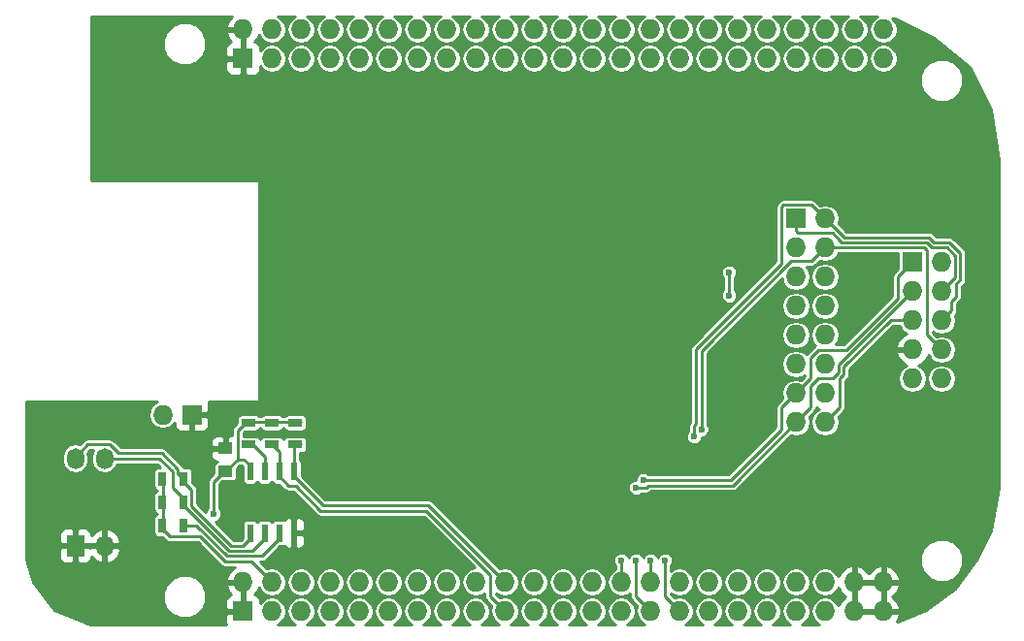
<source format=gtl>
G04 #@! TF.FileFunction,Copper,L1,Top,Signal*
%FSLAX46Y46*%
G04 Gerber Fmt 4.6, Leading zero omitted, Abs format (unit mm)*
G04 Created by KiCad (PCBNEW 4.0.1-2.fc23-product) date Sun 31 Jan 2016 08:26:32 PM PST*
%MOMM*%
G01*
G04 APERTURE LIST*
%ADD10C,0.100000*%
%ADD11R,0.700000X1.300000*%
%ADD12R,1.727200X1.727200*%
%ADD13O,1.727200X1.727200*%
%ADD14R,1.300000X0.700000*%
%ADD15R,1.524000X1.824000*%
%ADD16O,1.524000X1.824000*%
%ADD17R,0.600000X1.550000*%
%ADD18R,1.250000X1.000000*%
%ADD19C,0.600000*%
%ADD20C,0.250000*%
%ADD21C,0.254000*%
G04 APERTURE END LIST*
D10*
D11*
X109159000Y-102362000D03*
X111059000Y-102362000D03*
D12*
X174625000Y-79375000D03*
D13*
X177165000Y-79375000D03*
X174625000Y-81915000D03*
X177165000Y-81915000D03*
X174625000Y-84455000D03*
X177165000Y-84455000D03*
X174625000Y-86995000D03*
X177165000Y-86995000D03*
X174625000Y-89535000D03*
X177165000Y-89535000D03*
D12*
X164465000Y-75565000D03*
D13*
X167005000Y-75565000D03*
X164465000Y-78105000D03*
X167005000Y-78105000D03*
X164465000Y-80645000D03*
X167005000Y-80645000D03*
X164465000Y-83185000D03*
X167005000Y-83185000D03*
X164465000Y-85725000D03*
X167005000Y-85725000D03*
X164465000Y-88265000D03*
X167005000Y-88265000D03*
X164465000Y-90805000D03*
X167005000Y-90805000D03*
X164465000Y-93345000D03*
X167005000Y-93345000D03*
D14*
X120777000Y-93411000D03*
X120777000Y-95311000D03*
X118745000Y-93411000D03*
X118745000Y-95311000D03*
D11*
X109159000Y-100330000D03*
X111059000Y-100330000D03*
X109159000Y-98298000D03*
X111059000Y-98298000D03*
D14*
X116713000Y-93411000D03*
X116713000Y-95311000D03*
D12*
X116205000Y-109855000D03*
D13*
X116205000Y-107315000D03*
X118745000Y-109855000D03*
X118745000Y-107315000D03*
X121285000Y-109855000D03*
X121285000Y-107315000D03*
X123825000Y-109855000D03*
X123825000Y-107315000D03*
X126365000Y-109855000D03*
X126365000Y-107315000D03*
X128905000Y-109855000D03*
X128905000Y-107315000D03*
X131445000Y-109855000D03*
X131445000Y-107315000D03*
X133985000Y-109855000D03*
X133985000Y-107315000D03*
X136525000Y-109855000D03*
X136525000Y-107315000D03*
X139065000Y-109855000D03*
X139065000Y-107315000D03*
X141605000Y-109855000D03*
X141605000Y-107315000D03*
X144145000Y-109855000D03*
X144145000Y-107315000D03*
X146685000Y-109855000D03*
X146685000Y-107315000D03*
X149225000Y-109855000D03*
X149225000Y-107315000D03*
X151765000Y-109855000D03*
X151765000Y-107315000D03*
X154305000Y-109855000D03*
X154305000Y-107315000D03*
X156845000Y-109855000D03*
X156845000Y-107315000D03*
X159385000Y-109855000D03*
X159385000Y-107315000D03*
X161925000Y-109855000D03*
X161925000Y-107315000D03*
X164465000Y-109855000D03*
X164465000Y-107315000D03*
X167005000Y-109855000D03*
X167005000Y-107315000D03*
X169545000Y-109855000D03*
X169545000Y-107315000D03*
X172085000Y-109855000D03*
X172085000Y-107315000D03*
D12*
X116205000Y-61595000D03*
D13*
X116205000Y-59055000D03*
X118745000Y-61595000D03*
X118745000Y-59055000D03*
X121285000Y-61595000D03*
X121285000Y-59055000D03*
X123825000Y-61595000D03*
X123825000Y-59055000D03*
X126365000Y-61595000D03*
X126365000Y-59055000D03*
X128905000Y-61595000D03*
X128905000Y-59055000D03*
X131445000Y-61595000D03*
X131445000Y-59055000D03*
X133985000Y-61595000D03*
X133985000Y-59055000D03*
X136525000Y-61595000D03*
X136525000Y-59055000D03*
X139065000Y-61595000D03*
X139065000Y-59055000D03*
X141605000Y-61595000D03*
X141605000Y-59055000D03*
X144145000Y-61595000D03*
X144145000Y-59055000D03*
X146685000Y-61595000D03*
X146685000Y-59055000D03*
X149225000Y-61595000D03*
X149225000Y-59055000D03*
X151765000Y-61595000D03*
X151765000Y-59055000D03*
X154305000Y-61595000D03*
X154305000Y-59055000D03*
X156845000Y-61595000D03*
X156845000Y-59055000D03*
X159385000Y-61595000D03*
X159385000Y-59055000D03*
X161925000Y-61595000D03*
X161925000Y-59055000D03*
X164465000Y-61595000D03*
X164465000Y-59055000D03*
X167005000Y-61595000D03*
X167005000Y-59055000D03*
X169545000Y-61595000D03*
X169545000Y-59055000D03*
X172085000Y-61595000D03*
X172085000Y-59055000D03*
D12*
X111760000Y-92710000D03*
D13*
X109220000Y-92710000D03*
D15*
X101600000Y-104140000D03*
D16*
X101600000Y-96520000D03*
X104140000Y-104140000D03*
X104140000Y-96520000D03*
D17*
X116840000Y-103030000D03*
X118110000Y-103030000D03*
X119380000Y-103030000D03*
X120650000Y-103030000D03*
X120650000Y-97630000D03*
X119380000Y-97630000D03*
X118110000Y-97630000D03*
X116840000Y-97630000D03*
D18*
X114681000Y-97647000D03*
X114681000Y-95647000D03*
D19*
X113663154Y-101346000D03*
X158623000Y-80264000D03*
X158623000Y-82296000D03*
X116713000Y-95311000D03*
X159385000Y-81227781D03*
X147320000Y-104775000D03*
X154940000Y-104775000D03*
X161290000Y-104140000D03*
X129540000Y-104140000D03*
X121920000Y-102870000D03*
X128270000Y-96520000D03*
X149855451Y-88267758D03*
X123190000Y-95250000D03*
X170180000Y-83820000D03*
X170180000Y-88900000D03*
X170180000Y-96520000D03*
X161290000Y-93980000D03*
X161290000Y-83820000D03*
X149395000Y-81280000D03*
X149860000Y-96520000D03*
X149860000Y-96520000D03*
X139700000Y-96520000D03*
X149860000Y-76200000D03*
X139700000Y-76200000D03*
X129540000Y-76200000D03*
X129540000Y-76200000D03*
X139700000Y-86360000D03*
X129540000Y-86360000D03*
X119380000Y-86360000D03*
X119380000Y-76200000D03*
X139700000Y-104140000D03*
X170180000Y-104140000D03*
X180340000Y-104140000D03*
X180340000Y-96520000D03*
X180340000Y-86360000D03*
X180340000Y-76200000D03*
X180340000Y-66040000D03*
X170180000Y-66040000D03*
X160020000Y-66040000D03*
X149860000Y-66040000D03*
X139700000Y-66040000D03*
X129540000Y-66040000D03*
X119380000Y-66040000D03*
X109220000Y-66040000D03*
X151130000Y-98425000D03*
X150495000Y-99060000D03*
X155575000Y-94615000D03*
X156210000Y-93980000D03*
X149225000Y-105410000D03*
X150495000Y-105410000D03*
X151765000Y-105410000D03*
X153035000Y-105410000D03*
D20*
X113663154Y-101346000D02*
X113663154Y-98539846D01*
X116291001Y-96606001D02*
X116840000Y-97155000D01*
X115737999Y-96606001D02*
X116291001Y-96606001D01*
X115737999Y-96606001D02*
X115737999Y-94086001D01*
X116840000Y-97155000D02*
X116840000Y-97630000D01*
X118745000Y-107315000D02*
X116920031Y-105490031D01*
X116920031Y-105490031D02*
X114631210Y-105490030D01*
X109834001Y-103337001D02*
X109159000Y-102662000D01*
X114631210Y-105490030D02*
X112478181Y-103337001D01*
X112478181Y-103337001D02*
X109834001Y-103337001D01*
X109159000Y-102662000D02*
X109159000Y-102362000D01*
X114681000Y-97647000D02*
X114697000Y-97647000D01*
X114697000Y-97647000D02*
X115737999Y-96606001D01*
X115737999Y-94086001D02*
X116413000Y-93411000D01*
X116413000Y-93411000D02*
X116713000Y-93411000D01*
X120777000Y-93411000D02*
X121097000Y-93411000D01*
X116823000Y-97647000D02*
X116840000Y-97630000D01*
X113663154Y-98539846D02*
X114556000Y-97647000D01*
X114556000Y-97647000D02*
X114681000Y-97647000D01*
X116840000Y-98044000D02*
X116840000Y-97630000D01*
X109220000Y-98790000D02*
X109225000Y-98785000D01*
X109225000Y-99695000D02*
X109225000Y-98795000D01*
X109225000Y-98795000D02*
X109220000Y-98790000D01*
X109225000Y-102235000D02*
X109225000Y-99695000D01*
X109225000Y-102875000D02*
X109225000Y-102235000D01*
X118745000Y-93350000D02*
X116205000Y-93350000D01*
X121285000Y-93350000D02*
X118745000Y-93350000D01*
X158623000Y-82296000D02*
X158623000Y-80264000D01*
X123186990Y-100641990D02*
X132391990Y-100641990D01*
X139065000Y-107315000D02*
X132391990Y-100641990D01*
X120650000Y-97630000D02*
X120650000Y-98105000D01*
X120650000Y-98105000D02*
X123186990Y-100641990D01*
X120650000Y-97630000D02*
X120650000Y-98171000D01*
X120650000Y-97630000D02*
X120650000Y-95438000D01*
X120650000Y-95438000D02*
X120777000Y-95311000D01*
X121285000Y-95250000D02*
X120385000Y-95250000D01*
X121285000Y-95250000D02*
X120985000Y-95250000D01*
X121285000Y-95250000D02*
X121031000Y-95250000D01*
X120809295Y-98900705D02*
X123000590Y-101092000D01*
X123000590Y-101092000D02*
X132205590Y-101092000D01*
X132205590Y-101092000D02*
X137795000Y-106681410D01*
X137795000Y-106681410D02*
X137795000Y-108585000D01*
X137795000Y-108585000D02*
X139065000Y-109855000D01*
X120175705Y-98900705D02*
X119380000Y-98105000D01*
X119380000Y-98105000D02*
X119380000Y-97630000D01*
X119380000Y-97630000D02*
X119380000Y-95946000D01*
X119380000Y-95946000D02*
X118745000Y-95311000D01*
X120809295Y-98900705D02*
X120175705Y-98900705D01*
X119380000Y-103030000D02*
X119380000Y-103505000D01*
X119380000Y-103505000D02*
X117844979Y-105040021D01*
X117844979Y-105040021D02*
X114817611Y-105040021D01*
X114817611Y-105040021D02*
X112139590Y-102362000D01*
X112139590Y-102362000D02*
X111059000Y-102362000D01*
X111059000Y-100330000D02*
X111059000Y-100030000D01*
X111059000Y-100030000D02*
X110109000Y-99080000D01*
X110109000Y-99080000D02*
X110109000Y-97684410D01*
X110109000Y-97684410D02*
X108944590Y-96520000D01*
X108944590Y-96520000D02*
X104140000Y-96520000D01*
X117024989Y-104590011D02*
X115004011Y-104590011D01*
X111059000Y-100645000D02*
X115004011Y-104590011D01*
X111059000Y-100330000D02*
X111059000Y-100645000D01*
X118110000Y-103505000D02*
X117024989Y-104590011D01*
X118110000Y-103030000D02*
X118110000Y-103505000D01*
X111059000Y-98298000D02*
X110998000Y-98298000D01*
X101600000Y-96370000D02*
X101600000Y-96520000D01*
X110998000Y-98298000D02*
X110559010Y-97859010D01*
X110559010Y-97859010D02*
X110559009Y-97498009D01*
X110559009Y-97498009D02*
X109130990Y-96069990D01*
X109130990Y-96069990D02*
X105377254Y-96069990D01*
X105377254Y-96069990D02*
X104590254Y-95282990D01*
X104590254Y-95282990D02*
X102687010Y-95282990D01*
X102687010Y-95282990D02*
X101600000Y-96370000D01*
X111059000Y-98298000D02*
X111059000Y-98598000D01*
X111059000Y-98598000D02*
X111734001Y-99273001D01*
X111734001Y-99273001D02*
X111734001Y-100683591D01*
X111734001Y-100683591D02*
X115190411Y-104140001D01*
X115190411Y-104140001D02*
X116204999Y-104140001D01*
X116204999Y-104140001D02*
X116840000Y-103505000D01*
X116840000Y-103505000D02*
X116840000Y-103030000D01*
X116840000Y-103030000D02*
X116840000Y-102555000D01*
X168275000Y-89536410D02*
X168275000Y-92075000D01*
X168275000Y-92075000D02*
X167005000Y-93345000D01*
X168643611Y-88532799D02*
X168643610Y-89167800D01*
X168643610Y-89167800D02*
X168275000Y-89536410D01*
X172721410Y-84455000D02*
X168643611Y-88532799D01*
X174625000Y-84455000D02*
X172721410Y-84455000D01*
X178353601Y-78804471D02*
X177654130Y-78105000D01*
X164465000Y-76678600D02*
X164465000Y-75565000D01*
X177654130Y-78105000D02*
X176303612Y-78105000D01*
X176303612Y-78105000D02*
X175853602Y-77654990D01*
X175853602Y-77654990D02*
X168459990Y-77654990D01*
X168459990Y-77654990D02*
X168275000Y-77470000D01*
X168275000Y-77470000D02*
X168275000Y-77468590D01*
X168275000Y-77468590D02*
X167641410Y-76835000D01*
X167641410Y-76835000D02*
X164621400Y-76835000D01*
X164621400Y-76835000D02*
X164465000Y-76678600D01*
X178353601Y-80726399D02*
X178353601Y-78804471D01*
X178353601Y-78804471D02*
X178353601Y-80726399D01*
X178353601Y-80726399D02*
X177165000Y-81915000D01*
X116713000Y-95311000D02*
X117013000Y-95311000D01*
X117013000Y-95311000D02*
X118110000Y-96408000D01*
X118110000Y-96408000D02*
X118110000Y-97630000D01*
X116205000Y-95250000D02*
X116505000Y-95250000D01*
X154305000Y-104140000D02*
X147955000Y-104140000D01*
X147955000Y-104140000D02*
X147320000Y-104775000D01*
X154940000Y-104775000D02*
X154305000Y-104140000D01*
X160020000Y-79375000D02*
X160020000Y-80010000D01*
X160020000Y-66040000D02*
X160020000Y-79375000D01*
X160020000Y-79375000D02*
X160020000Y-80592781D01*
X160020000Y-80592781D02*
X159385000Y-81227781D01*
X139700000Y-96520000D02*
X139700000Y-97155000D01*
X139700000Y-97155000D02*
X147320000Y-104775000D01*
X160655000Y-104775000D02*
X154940000Y-104775000D01*
X161290000Y-104140000D02*
X160655000Y-104775000D01*
X129540000Y-104140000D02*
X123190000Y-104140000D01*
X123190000Y-104140000D02*
X121920000Y-102870000D01*
X120650000Y-103030000D02*
X121760000Y-103030000D01*
X121760000Y-103030000D02*
X121920000Y-102870000D01*
X129540000Y-96520000D02*
X128270000Y-96520000D01*
X128270000Y-96520000D02*
X124460000Y-96520000D01*
X139700000Y-96520000D02*
X128270000Y-96520000D01*
X116205000Y-61595000D02*
X116205000Y-62865000D01*
X116205000Y-62865000D02*
X119380000Y-66040000D01*
X116205000Y-59055000D02*
X116205000Y-61595000D01*
X149860000Y-88272307D02*
X149855451Y-88267758D01*
X149860000Y-96520000D02*
X149860000Y-88272307D01*
X139700000Y-96520000D02*
X139700000Y-104140000D01*
X124460000Y-96520000D02*
X123190000Y-95250000D01*
X170180000Y-96520000D02*
X170180000Y-104140000D01*
X170180000Y-96520000D02*
X170180000Y-88900000D01*
X161290000Y-83820000D02*
X161290000Y-93980000D01*
X139700000Y-96520000D02*
X149860000Y-96520000D01*
X139700000Y-96520000D02*
X139700000Y-86360000D01*
X149860000Y-76200000D02*
X139700000Y-76200000D01*
X129540000Y-76200000D02*
X139700000Y-76200000D01*
X129540000Y-76200000D02*
X119380000Y-76200000D01*
X129540000Y-86360000D02*
X129540000Y-76200000D01*
X129540000Y-86360000D02*
X139700000Y-86360000D01*
X119380000Y-76200000D02*
X119380000Y-86360000D01*
X180340000Y-86360000D02*
X180340000Y-96520000D01*
X180340000Y-66040000D02*
X180340000Y-76200000D01*
X160020000Y-66040000D02*
X170180000Y-66040000D01*
X139700000Y-66040000D02*
X149860000Y-66040000D01*
X119380000Y-66040000D02*
X129540000Y-66040000D01*
X101600000Y-104140000D02*
X101600000Y-99822000D01*
X111125000Y-94615000D02*
X111760000Y-95250000D01*
X101600000Y-99822000D02*
X99314000Y-97536000D01*
X99314000Y-97536000D02*
X99314000Y-95758000D01*
X99314000Y-95758000D02*
X100457000Y-94615000D01*
X100457000Y-94615000D02*
X111125000Y-94615000D01*
X111760000Y-95250000D02*
X112157000Y-95647000D01*
X112157000Y-95647000D02*
X114681000Y-95647000D01*
X111760000Y-92710000D02*
X111760000Y-95250000D01*
X174625000Y-79375000D02*
X173355000Y-80645000D01*
X165735000Y-89533590D02*
X165328599Y-89939991D01*
X173355000Y-80645000D02*
X173355000Y-82548590D01*
X165735000Y-87775870D02*
X165735000Y-89533590D01*
X173355000Y-82548590D02*
X168827191Y-87076399D01*
X168827191Y-87076399D02*
X166434471Y-87076399D01*
X166434471Y-87076399D02*
X165735000Y-87775870D01*
X165328599Y-89939991D02*
X165328599Y-89941401D01*
X165328599Y-89941401D02*
X164465000Y-90805000D01*
X151130000Y-98425000D02*
X158748590Y-98425000D01*
X158748590Y-98425000D02*
X163194295Y-93979295D01*
X163194295Y-93979295D02*
X163194295Y-92075705D01*
X163194295Y-92075705D02*
X164465000Y-90805000D01*
X164465000Y-93345000D02*
X158934990Y-98875010D01*
X158934990Y-98875010D02*
X151604992Y-98875010D01*
X151604992Y-98875010D02*
X151420002Y-99060000D01*
X151420002Y-99060000D02*
X150495000Y-99060000D01*
X166370000Y-89535000D02*
X167640000Y-89535000D01*
X174625000Y-81915000D02*
X168193601Y-88346399D01*
X168193601Y-88346399D02*
X168193601Y-88981399D01*
X168193601Y-88981399D02*
X167640000Y-89535000D01*
X164465000Y-93345000D02*
X165735000Y-92075000D01*
X165735000Y-92075000D02*
X165735000Y-90170000D01*
X165735000Y-90170000D02*
X166370000Y-89535000D01*
X167005000Y-75565000D02*
X165816399Y-74376399D01*
X165816399Y-74376399D02*
X163341399Y-74376399D01*
X155759990Y-86954470D02*
X155759990Y-93505008D01*
X163341399Y-74376399D02*
X163195000Y-74522798D01*
X163195000Y-74522798D02*
X163195000Y-79519460D01*
X155759990Y-93505008D02*
X155575000Y-93689998D01*
X163195000Y-79519460D02*
X155759990Y-86954470D01*
X155575000Y-93689998D02*
X155575000Y-94615000D01*
X177165000Y-84455000D02*
X178028599Y-83591401D01*
X178028599Y-83591401D02*
X178028599Y-82810531D01*
X178028599Y-82810531D02*
X178435000Y-82404130D01*
X178435000Y-82404130D02*
X178435000Y-81281410D01*
X178435000Y-81281410D02*
X178803611Y-80912799D01*
X178803611Y-80912799D02*
X178803611Y-78618071D01*
X168647800Y-77204980D02*
X167871419Y-76428599D01*
X167871419Y-76428599D02*
X167868599Y-76428599D01*
X178803611Y-78618071D02*
X177840530Y-77654990D01*
X177840530Y-77654990D02*
X176490012Y-77654990D01*
X176490012Y-77654990D02*
X176040003Y-77204981D01*
X176040003Y-77204981D02*
X168647800Y-77204980D01*
X167868599Y-76428599D02*
X167005000Y-75565000D01*
X156210000Y-93980000D02*
X156210000Y-87140870D01*
X156210000Y-87140870D02*
X164057269Y-79293601D01*
X164057269Y-79293601D02*
X165816399Y-79293601D01*
X165816399Y-79293601D02*
X167005000Y-78105000D01*
X175895000Y-78332798D02*
X175895000Y-85725000D01*
X175895000Y-85725000D02*
X177165000Y-86995000D01*
X167005000Y-78105000D02*
X175667202Y-78105000D01*
X175667202Y-78105000D02*
X175895000Y-78332798D01*
X149225000Y-107315000D02*
X149225000Y-105410000D01*
X150495000Y-108585000D02*
X150495000Y-105410000D01*
X151765000Y-109855000D02*
X150495000Y-108585000D01*
X151765000Y-107315000D02*
X151765000Y-105410000D01*
X154305000Y-109855000D02*
X153035000Y-108585000D01*
X153035000Y-108585000D02*
X153035000Y-105410000D01*
D21*
G36*
X114998179Y-58166510D02*
X114750032Y-58695973D01*
X114870531Y-58928000D01*
X116078000Y-58928000D01*
X116078000Y-58908000D01*
X116332000Y-58908000D01*
X116332000Y-58928000D01*
X116352000Y-58928000D01*
X116352000Y-59182000D01*
X116332000Y-59182000D01*
X116332000Y-61468000D01*
X116352000Y-61468000D01*
X116352000Y-61722000D01*
X116332000Y-61722000D01*
X116332000Y-62934850D01*
X116490750Y-63093600D01*
X117194910Y-63093600D01*
X117428299Y-62996927D01*
X117606927Y-62818298D01*
X117703600Y-62584909D01*
X117703600Y-62250854D01*
X117867763Y-62496542D01*
X118270243Y-62765470D01*
X118745000Y-62859905D01*
X119219757Y-62765470D01*
X119622237Y-62496542D01*
X119891165Y-62094062D01*
X119985600Y-61619305D01*
X119985600Y-61570695D01*
X120044400Y-61570695D01*
X120044400Y-61619305D01*
X120138835Y-62094062D01*
X120407763Y-62496542D01*
X120810243Y-62765470D01*
X121285000Y-62859905D01*
X121759757Y-62765470D01*
X122162237Y-62496542D01*
X122431165Y-62094062D01*
X122525600Y-61619305D01*
X122525600Y-61570695D01*
X122584400Y-61570695D01*
X122584400Y-61619305D01*
X122678835Y-62094062D01*
X122947763Y-62496542D01*
X123350243Y-62765470D01*
X123825000Y-62859905D01*
X124299757Y-62765470D01*
X124702237Y-62496542D01*
X124971165Y-62094062D01*
X125065600Y-61619305D01*
X125065600Y-61570695D01*
X125124400Y-61570695D01*
X125124400Y-61619305D01*
X125218835Y-62094062D01*
X125487763Y-62496542D01*
X125890243Y-62765470D01*
X126365000Y-62859905D01*
X126839757Y-62765470D01*
X127242237Y-62496542D01*
X127511165Y-62094062D01*
X127605600Y-61619305D01*
X127605600Y-61570695D01*
X127664400Y-61570695D01*
X127664400Y-61619305D01*
X127758835Y-62094062D01*
X128027763Y-62496542D01*
X128430243Y-62765470D01*
X128905000Y-62859905D01*
X129379757Y-62765470D01*
X129782237Y-62496542D01*
X130051165Y-62094062D01*
X130145600Y-61619305D01*
X130145600Y-61570695D01*
X130204400Y-61570695D01*
X130204400Y-61619305D01*
X130298835Y-62094062D01*
X130567763Y-62496542D01*
X130970243Y-62765470D01*
X131445000Y-62859905D01*
X131919757Y-62765470D01*
X132322237Y-62496542D01*
X132591165Y-62094062D01*
X132685600Y-61619305D01*
X132685600Y-61570695D01*
X132744400Y-61570695D01*
X132744400Y-61619305D01*
X132838835Y-62094062D01*
X133107763Y-62496542D01*
X133510243Y-62765470D01*
X133985000Y-62859905D01*
X134459757Y-62765470D01*
X134862237Y-62496542D01*
X135131165Y-62094062D01*
X135225600Y-61619305D01*
X135225600Y-61570695D01*
X135284400Y-61570695D01*
X135284400Y-61619305D01*
X135378835Y-62094062D01*
X135647763Y-62496542D01*
X136050243Y-62765470D01*
X136525000Y-62859905D01*
X136999757Y-62765470D01*
X137402237Y-62496542D01*
X137671165Y-62094062D01*
X137765600Y-61619305D01*
X137765600Y-61570695D01*
X137824400Y-61570695D01*
X137824400Y-61619305D01*
X137918835Y-62094062D01*
X138187763Y-62496542D01*
X138590243Y-62765470D01*
X139065000Y-62859905D01*
X139539757Y-62765470D01*
X139942237Y-62496542D01*
X140211165Y-62094062D01*
X140305600Y-61619305D01*
X140305600Y-61570695D01*
X140364400Y-61570695D01*
X140364400Y-61619305D01*
X140458835Y-62094062D01*
X140727763Y-62496542D01*
X141130243Y-62765470D01*
X141605000Y-62859905D01*
X142079757Y-62765470D01*
X142482237Y-62496542D01*
X142751165Y-62094062D01*
X142845600Y-61619305D01*
X142845600Y-61570695D01*
X142904400Y-61570695D01*
X142904400Y-61619305D01*
X142998835Y-62094062D01*
X143267763Y-62496542D01*
X143670243Y-62765470D01*
X144145000Y-62859905D01*
X144619757Y-62765470D01*
X145022237Y-62496542D01*
X145291165Y-62094062D01*
X145385600Y-61619305D01*
X145385600Y-61570695D01*
X145444400Y-61570695D01*
X145444400Y-61619305D01*
X145538835Y-62094062D01*
X145807763Y-62496542D01*
X146210243Y-62765470D01*
X146685000Y-62859905D01*
X147159757Y-62765470D01*
X147562237Y-62496542D01*
X147831165Y-62094062D01*
X147925600Y-61619305D01*
X147925600Y-61570695D01*
X147984400Y-61570695D01*
X147984400Y-61619305D01*
X148078835Y-62094062D01*
X148347763Y-62496542D01*
X148750243Y-62765470D01*
X149225000Y-62859905D01*
X149699757Y-62765470D01*
X150102237Y-62496542D01*
X150371165Y-62094062D01*
X150465600Y-61619305D01*
X150465600Y-61570695D01*
X150524400Y-61570695D01*
X150524400Y-61619305D01*
X150618835Y-62094062D01*
X150887763Y-62496542D01*
X151290243Y-62765470D01*
X151765000Y-62859905D01*
X152239757Y-62765470D01*
X152642237Y-62496542D01*
X152911165Y-62094062D01*
X153005600Y-61619305D01*
X153005600Y-61570695D01*
X153064400Y-61570695D01*
X153064400Y-61619305D01*
X153158835Y-62094062D01*
X153427763Y-62496542D01*
X153830243Y-62765470D01*
X154305000Y-62859905D01*
X154779757Y-62765470D01*
X155182237Y-62496542D01*
X155451165Y-62094062D01*
X155545600Y-61619305D01*
X155545600Y-61570695D01*
X155604400Y-61570695D01*
X155604400Y-61619305D01*
X155698835Y-62094062D01*
X155967763Y-62496542D01*
X156370243Y-62765470D01*
X156845000Y-62859905D01*
X157319757Y-62765470D01*
X157722237Y-62496542D01*
X157991165Y-62094062D01*
X158085600Y-61619305D01*
X158085600Y-61570695D01*
X158144400Y-61570695D01*
X158144400Y-61619305D01*
X158238835Y-62094062D01*
X158507763Y-62496542D01*
X158910243Y-62765470D01*
X159385000Y-62859905D01*
X159859757Y-62765470D01*
X160262237Y-62496542D01*
X160531165Y-62094062D01*
X160625600Y-61619305D01*
X160625600Y-61570695D01*
X160684400Y-61570695D01*
X160684400Y-61619305D01*
X160778835Y-62094062D01*
X161047763Y-62496542D01*
X161450243Y-62765470D01*
X161925000Y-62859905D01*
X162399757Y-62765470D01*
X162802237Y-62496542D01*
X163071165Y-62094062D01*
X163165600Y-61619305D01*
X163165600Y-61570695D01*
X163224400Y-61570695D01*
X163224400Y-61619305D01*
X163318835Y-62094062D01*
X163587763Y-62496542D01*
X163990243Y-62765470D01*
X164465000Y-62859905D01*
X164939757Y-62765470D01*
X165342237Y-62496542D01*
X165611165Y-62094062D01*
X165705600Y-61619305D01*
X165705600Y-61570695D01*
X165764400Y-61570695D01*
X165764400Y-61619305D01*
X165858835Y-62094062D01*
X166127763Y-62496542D01*
X166530243Y-62765470D01*
X167005000Y-62859905D01*
X167479757Y-62765470D01*
X167882237Y-62496542D01*
X168151165Y-62094062D01*
X168245600Y-61619305D01*
X168245600Y-61570695D01*
X168304400Y-61570695D01*
X168304400Y-61619305D01*
X168398835Y-62094062D01*
X168667763Y-62496542D01*
X169070243Y-62765470D01*
X169545000Y-62859905D01*
X170019757Y-62765470D01*
X170422237Y-62496542D01*
X170691165Y-62094062D01*
X170785600Y-61619305D01*
X170785600Y-61570695D01*
X170844400Y-61570695D01*
X170844400Y-61619305D01*
X170938835Y-62094062D01*
X171207763Y-62496542D01*
X171610243Y-62765470D01*
X172085000Y-62859905D01*
X172559757Y-62765470D01*
X172962237Y-62496542D01*
X173231165Y-62094062D01*
X173325600Y-61619305D01*
X173325600Y-61570695D01*
X173231165Y-61095938D01*
X172962237Y-60693458D01*
X172559757Y-60424530D01*
X172085000Y-60330095D01*
X171610243Y-60424530D01*
X171207763Y-60693458D01*
X170938835Y-61095938D01*
X170844400Y-61570695D01*
X170785600Y-61570695D01*
X170691165Y-61095938D01*
X170422237Y-60693458D01*
X170019757Y-60424530D01*
X169545000Y-60330095D01*
X169070243Y-60424530D01*
X168667763Y-60693458D01*
X168398835Y-61095938D01*
X168304400Y-61570695D01*
X168245600Y-61570695D01*
X168151165Y-61095938D01*
X167882237Y-60693458D01*
X167479757Y-60424530D01*
X167005000Y-60330095D01*
X166530243Y-60424530D01*
X166127763Y-60693458D01*
X165858835Y-61095938D01*
X165764400Y-61570695D01*
X165705600Y-61570695D01*
X165611165Y-61095938D01*
X165342237Y-60693458D01*
X164939757Y-60424530D01*
X164465000Y-60330095D01*
X163990243Y-60424530D01*
X163587763Y-60693458D01*
X163318835Y-61095938D01*
X163224400Y-61570695D01*
X163165600Y-61570695D01*
X163071165Y-61095938D01*
X162802237Y-60693458D01*
X162399757Y-60424530D01*
X161925000Y-60330095D01*
X161450243Y-60424530D01*
X161047763Y-60693458D01*
X160778835Y-61095938D01*
X160684400Y-61570695D01*
X160625600Y-61570695D01*
X160531165Y-61095938D01*
X160262237Y-60693458D01*
X159859757Y-60424530D01*
X159385000Y-60330095D01*
X158910243Y-60424530D01*
X158507763Y-60693458D01*
X158238835Y-61095938D01*
X158144400Y-61570695D01*
X158085600Y-61570695D01*
X157991165Y-61095938D01*
X157722237Y-60693458D01*
X157319757Y-60424530D01*
X156845000Y-60330095D01*
X156370243Y-60424530D01*
X155967763Y-60693458D01*
X155698835Y-61095938D01*
X155604400Y-61570695D01*
X155545600Y-61570695D01*
X155451165Y-61095938D01*
X155182237Y-60693458D01*
X154779757Y-60424530D01*
X154305000Y-60330095D01*
X153830243Y-60424530D01*
X153427763Y-60693458D01*
X153158835Y-61095938D01*
X153064400Y-61570695D01*
X153005600Y-61570695D01*
X152911165Y-61095938D01*
X152642237Y-60693458D01*
X152239757Y-60424530D01*
X151765000Y-60330095D01*
X151290243Y-60424530D01*
X150887763Y-60693458D01*
X150618835Y-61095938D01*
X150524400Y-61570695D01*
X150465600Y-61570695D01*
X150371165Y-61095938D01*
X150102237Y-60693458D01*
X149699757Y-60424530D01*
X149225000Y-60330095D01*
X148750243Y-60424530D01*
X148347763Y-60693458D01*
X148078835Y-61095938D01*
X147984400Y-61570695D01*
X147925600Y-61570695D01*
X147831165Y-61095938D01*
X147562237Y-60693458D01*
X147159757Y-60424530D01*
X146685000Y-60330095D01*
X146210243Y-60424530D01*
X145807763Y-60693458D01*
X145538835Y-61095938D01*
X145444400Y-61570695D01*
X145385600Y-61570695D01*
X145291165Y-61095938D01*
X145022237Y-60693458D01*
X144619757Y-60424530D01*
X144145000Y-60330095D01*
X143670243Y-60424530D01*
X143267763Y-60693458D01*
X142998835Y-61095938D01*
X142904400Y-61570695D01*
X142845600Y-61570695D01*
X142751165Y-61095938D01*
X142482237Y-60693458D01*
X142079757Y-60424530D01*
X141605000Y-60330095D01*
X141130243Y-60424530D01*
X140727763Y-60693458D01*
X140458835Y-61095938D01*
X140364400Y-61570695D01*
X140305600Y-61570695D01*
X140211165Y-61095938D01*
X139942237Y-60693458D01*
X139539757Y-60424530D01*
X139065000Y-60330095D01*
X138590243Y-60424530D01*
X138187763Y-60693458D01*
X137918835Y-61095938D01*
X137824400Y-61570695D01*
X137765600Y-61570695D01*
X137671165Y-61095938D01*
X137402237Y-60693458D01*
X136999757Y-60424530D01*
X136525000Y-60330095D01*
X136050243Y-60424530D01*
X135647763Y-60693458D01*
X135378835Y-61095938D01*
X135284400Y-61570695D01*
X135225600Y-61570695D01*
X135131165Y-61095938D01*
X134862237Y-60693458D01*
X134459757Y-60424530D01*
X133985000Y-60330095D01*
X133510243Y-60424530D01*
X133107763Y-60693458D01*
X132838835Y-61095938D01*
X132744400Y-61570695D01*
X132685600Y-61570695D01*
X132591165Y-61095938D01*
X132322237Y-60693458D01*
X131919757Y-60424530D01*
X131445000Y-60330095D01*
X130970243Y-60424530D01*
X130567763Y-60693458D01*
X130298835Y-61095938D01*
X130204400Y-61570695D01*
X130145600Y-61570695D01*
X130051165Y-61095938D01*
X129782237Y-60693458D01*
X129379757Y-60424530D01*
X128905000Y-60330095D01*
X128430243Y-60424530D01*
X128027763Y-60693458D01*
X127758835Y-61095938D01*
X127664400Y-61570695D01*
X127605600Y-61570695D01*
X127511165Y-61095938D01*
X127242237Y-60693458D01*
X126839757Y-60424530D01*
X126365000Y-60330095D01*
X125890243Y-60424530D01*
X125487763Y-60693458D01*
X125218835Y-61095938D01*
X125124400Y-61570695D01*
X125065600Y-61570695D01*
X124971165Y-61095938D01*
X124702237Y-60693458D01*
X124299757Y-60424530D01*
X123825000Y-60330095D01*
X123350243Y-60424530D01*
X122947763Y-60693458D01*
X122678835Y-61095938D01*
X122584400Y-61570695D01*
X122525600Y-61570695D01*
X122431165Y-61095938D01*
X122162237Y-60693458D01*
X121759757Y-60424530D01*
X121285000Y-60330095D01*
X120810243Y-60424530D01*
X120407763Y-60693458D01*
X120138835Y-61095938D01*
X120044400Y-61570695D01*
X119985600Y-61570695D01*
X119891165Y-61095938D01*
X119622237Y-60693458D01*
X119219757Y-60424530D01*
X118745000Y-60330095D01*
X118270243Y-60424530D01*
X117867763Y-60693458D01*
X117703600Y-60939146D01*
X117703600Y-60605091D01*
X117606927Y-60371702D01*
X117428299Y-60193073D01*
X117228881Y-60110471D01*
X117411821Y-59943490D01*
X117597495Y-59547324D01*
X117598835Y-59554062D01*
X117867763Y-59956542D01*
X118270243Y-60225470D01*
X118745000Y-60319905D01*
X119219757Y-60225470D01*
X119622237Y-59956542D01*
X119891165Y-59554062D01*
X119985600Y-59079305D01*
X119985600Y-59030695D01*
X119891165Y-58555938D01*
X119622237Y-58153458D01*
X119260869Y-57912000D01*
X120769131Y-57912000D01*
X120407763Y-58153458D01*
X120138835Y-58555938D01*
X120044400Y-59030695D01*
X120044400Y-59079305D01*
X120138835Y-59554062D01*
X120407763Y-59956542D01*
X120810243Y-60225470D01*
X121285000Y-60319905D01*
X121759757Y-60225470D01*
X122162237Y-59956542D01*
X122431165Y-59554062D01*
X122525600Y-59079305D01*
X122525600Y-59030695D01*
X122431165Y-58555938D01*
X122162237Y-58153458D01*
X121800869Y-57912000D01*
X123309131Y-57912000D01*
X122947763Y-58153458D01*
X122678835Y-58555938D01*
X122584400Y-59030695D01*
X122584400Y-59079305D01*
X122678835Y-59554062D01*
X122947763Y-59956542D01*
X123350243Y-60225470D01*
X123825000Y-60319905D01*
X124299757Y-60225470D01*
X124702237Y-59956542D01*
X124971165Y-59554062D01*
X125065600Y-59079305D01*
X125065600Y-59030695D01*
X124971165Y-58555938D01*
X124702237Y-58153458D01*
X124340869Y-57912000D01*
X125849131Y-57912000D01*
X125487763Y-58153458D01*
X125218835Y-58555938D01*
X125124400Y-59030695D01*
X125124400Y-59079305D01*
X125218835Y-59554062D01*
X125487763Y-59956542D01*
X125890243Y-60225470D01*
X126365000Y-60319905D01*
X126839757Y-60225470D01*
X127242237Y-59956542D01*
X127511165Y-59554062D01*
X127605600Y-59079305D01*
X127605600Y-59030695D01*
X127511165Y-58555938D01*
X127242237Y-58153458D01*
X126880869Y-57912000D01*
X128389131Y-57912000D01*
X128027763Y-58153458D01*
X127758835Y-58555938D01*
X127664400Y-59030695D01*
X127664400Y-59079305D01*
X127758835Y-59554062D01*
X128027763Y-59956542D01*
X128430243Y-60225470D01*
X128905000Y-60319905D01*
X129379757Y-60225470D01*
X129782237Y-59956542D01*
X130051165Y-59554062D01*
X130145600Y-59079305D01*
X130145600Y-59030695D01*
X130051165Y-58555938D01*
X129782237Y-58153458D01*
X129420869Y-57912000D01*
X130929131Y-57912000D01*
X130567763Y-58153458D01*
X130298835Y-58555938D01*
X130204400Y-59030695D01*
X130204400Y-59079305D01*
X130298835Y-59554062D01*
X130567763Y-59956542D01*
X130970243Y-60225470D01*
X131445000Y-60319905D01*
X131919757Y-60225470D01*
X132322237Y-59956542D01*
X132591165Y-59554062D01*
X132685600Y-59079305D01*
X132685600Y-59030695D01*
X132591165Y-58555938D01*
X132322237Y-58153458D01*
X131960869Y-57912000D01*
X133469131Y-57912000D01*
X133107763Y-58153458D01*
X132838835Y-58555938D01*
X132744400Y-59030695D01*
X132744400Y-59079305D01*
X132838835Y-59554062D01*
X133107763Y-59956542D01*
X133510243Y-60225470D01*
X133985000Y-60319905D01*
X134459757Y-60225470D01*
X134862237Y-59956542D01*
X135131165Y-59554062D01*
X135225600Y-59079305D01*
X135225600Y-59030695D01*
X135131165Y-58555938D01*
X134862237Y-58153458D01*
X134500869Y-57912000D01*
X136009131Y-57912000D01*
X135647763Y-58153458D01*
X135378835Y-58555938D01*
X135284400Y-59030695D01*
X135284400Y-59079305D01*
X135378835Y-59554062D01*
X135647763Y-59956542D01*
X136050243Y-60225470D01*
X136525000Y-60319905D01*
X136999757Y-60225470D01*
X137402237Y-59956542D01*
X137671165Y-59554062D01*
X137765600Y-59079305D01*
X137765600Y-59030695D01*
X137671165Y-58555938D01*
X137402237Y-58153458D01*
X137040869Y-57912000D01*
X138549131Y-57912000D01*
X138187763Y-58153458D01*
X137918835Y-58555938D01*
X137824400Y-59030695D01*
X137824400Y-59079305D01*
X137918835Y-59554062D01*
X138187763Y-59956542D01*
X138590243Y-60225470D01*
X139065000Y-60319905D01*
X139539757Y-60225470D01*
X139942237Y-59956542D01*
X140211165Y-59554062D01*
X140305600Y-59079305D01*
X140305600Y-59030695D01*
X140211165Y-58555938D01*
X139942237Y-58153458D01*
X139580869Y-57912000D01*
X141089131Y-57912000D01*
X140727763Y-58153458D01*
X140458835Y-58555938D01*
X140364400Y-59030695D01*
X140364400Y-59079305D01*
X140458835Y-59554062D01*
X140727763Y-59956542D01*
X141130243Y-60225470D01*
X141605000Y-60319905D01*
X142079757Y-60225470D01*
X142482237Y-59956542D01*
X142751165Y-59554062D01*
X142845600Y-59079305D01*
X142845600Y-59030695D01*
X142751165Y-58555938D01*
X142482237Y-58153458D01*
X142120869Y-57912000D01*
X143629131Y-57912000D01*
X143267763Y-58153458D01*
X142998835Y-58555938D01*
X142904400Y-59030695D01*
X142904400Y-59079305D01*
X142998835Y-59554062D01*
X143267763Y-59956542D01*
X143670243Y-60225470D01*
X144145000Y-60319905D01*
X144619757Y-60225470D01*
X145022237Y-59956542D01*
X145291165Y-59554062D01*
X145385600Y-59079305D01*
X145385600Y-59030695D01*
X145291165Y-58555938D01*
X145022237Y-58153458D01*
X144660869Y-57912000D01*
X146169131Y-57912000D01*
X145807763Y-58153458D01*
X145538835Y-58555938D01*
X145444400Y-59030695D01*
X145444400Y-59079305D01*
X145538835Y-59554062D01*
X145807763Y-59956542D01*
X146210243Y-60225470D01*
X146685000Y-60319905D01*
X147159757Y-60225470D01*
X147562237Y-59956542D01*
X147831165Y-59554062D01*
X147925600Y-59079305D01*
X147925600Y-59030695D01*
X147831165Y-58555938D01*
X147562237Y-58153458D01*
X147200869Y-57912000D01*
X148709131Y-57912000D01*
X148347763Y-58153458D01*
X148078835Y-58555938D01*
X147984400Y-59030695D01*
X147984400Y-59079305D01*
X148078835Y-59554062D01*
X148347763Y-59956542D01*
X148750243Y-60225470D01*
X149225000Y-60319905D01*
X149699757Y-60225470D01*
X150102237Y-59956542D01*
X150371165Y-59554062D01*
X150465600Y-59079305D01*
X150465600Y-59030695D01*
X150371165Y-58555938D01*
X150102237Y-58153458D01*
X149740869Y-57912000D01*
X151249131Y-57912000D01*
X150887763Y-58153458D01*
X150618835Y-58555938D01*
X150524400Y-59030695D01*
X150524400Y-59079305D01*
X150618835Y-59554062D01*
X150887763Y-59956542D01*
X151290243Y-60225470D01*
X151765000Y-60319905D01*
X152239757Y-60225470D01*
X152642237Y-59956542D01*
X152911165Y-59554062D01*
X153005600Y-59079305D01*
X153005600Y-59030695D01*
X152911165Y-58555938D01*
X152642237Y-58153458D01*
X152280869Y-57912000D01*
X153789131Y-57912000D01*
X153427763Y-58153458D01*
X153158835Y-58555938D01*
X153064400Y-59030695D01*
X153064400Y-59079305D01*
X153158835Y-59554062D01*
X153427763Y-59956542D01*
X153830243Y-60225470D01*
X154305000Y-60319905D01*
X154779757Y-60225470D01*
X155182237Y-59956542D01*
X155451165Y-59554062D01*
X155545600Y-59079305D01*
X155545600Y-59030695D01*
X155451165Y-58555938D01*
X155182237Y-58153458D01*
X154820869Y-57912000D01*
X156329131Y-57912000D01*
X155967763Y-58153458D01*
X155698835Y-58555938D01*
X155604400Y-59030695D01*
X155604400Y-59079305D01*
X155698835Y-59554062D01*
X155967763Y-59956542D01*
X156370243Y-60225470D01*
X156845000Y-60319905D01*
X157319757Y-60225470D01*
X157722237Y-59956542D01*
X157991165Y-59554062D01*
X158085600Y-59079305D01*
X158085600Y-59030695D01*
X157991165Y-58555938D01*
X157722237Y-58153458D01*
X157360869Y-57912000D01*
X158869131Y-57912000D01*
X158507763Y-58153458D01*
X158238835Y-58555938D01*
X158144400Y-59030695D01*
X158144400Y-59079305D01*
X158238835Y-59554062D01*
X158507763Y-59956542D01*
X158910243Y-60225470D01*
X159385000Y-60319905D01*
X159859757Y-60225470D01*
X160262237Y-59956542D01*
X160531165Y-59554062D01*
X160625600Y-59079305D01*
X160625600Y-59030695D01*
X160531165Y-58555938D01*
X160262237Y-58153458D01*
X159900869Y-57912000D01*
X161409131Y-57912000D01*
X161047763Y-58153458D01*
X160778835Y-58555938D01*
X160684400Y-59030695D01*
X160684400Y-59079305D01*
X160778835Y-59554062D01*
X161047763Y-59956542D01*
X161450243Y-60225470D01*
X161925000Y-60319905D01*
X162399757Y-60225470D01*
X162802237Y-59956542D01*
X163071165Y-59554062D01*
X163165600Y-59079305D01*
X163165600Y-59030695D01*
X163071165Y-58555938D01*
X162802237Y-58153458D01*
X162440869Y-57912000D01*
X163949131Y-57912000D01*
X163587763Y-58153458D01*
X163318835Y-58555938D01*
X163224400Y-59030695D01*
X163224400Y-59079305D01*
X163318835Y-59554062D01*
X163587763Y-59956542D01*
X163990243Y-60225470D01*
X164465000Y-60319905D01*
X164939757Y-60225470D01*
X165342237Y-59956542D01*
X165611165Y-59554062D01*
X165705600Y-59079305D01*
X165705600Y-59030695D01*
X165611165Y-58555938D01*
X165342237Y-58153458D01*
X164980869Y-57912000D01*
X166489131Y-57912000D01*
X166127763Y-58153458D01*
X165858835Y-58555938D01*
X165764400Y-59030695D01*
X165764400Y-59079305D01*
X165858835Y-59554062D01*
X166127763Y-59956542D01*
X166530243Y-60225470D01*
X167005000Y-60319905D01*
X167479757Y-60225470D01*
X167882237Y-59956542D01*
X168151165Y-59554062D01*
X168245600Y-59079305D01*
X168245600Y-59030695D01*
X168151165Y-58555938D01*
X167882237Y-58153458D01*
X167520869Y-57912000D01*
X169029131Y-57912000D01*
X168667763Y-58153458D01*
X168398835Y-58555938D01*
X168304400Y-59030695D01*
X168304400Y-59079305D01*
X168398835Y-59554062D01*
X168667763Y-59956542D01*
X169070243Y-60225470D01*
X169545000Y-60319905D01*
X170019757Y-60225470D01*
X170422237Y-59956542D01*
X170691165Y-59554062D01*
X170785600Y-59079305D01*
X170785600Y-59030695D01*
X170691165Y-58555938D01*
X170422237Y-58153458D01*
X170060869Y-57912000D01*
X171569131Y-57912000D01*
X171207763Y-58153458D01*
X170938835Y-58555938D01*
X170844400Y-59030695D01*
X170844400Y-59079305D01*
X170938835Y-59554062D01*
X171207763Y-59956542D01*
X171610243Y-60225470D01*
X172085000Y-60319905D01*
X172559757Y-60225470D01*
X172962237Y-59956542D01*
X173231165Y-59554062D01*
X173325600Y-59079305D01*
X173325600Y-59030695D01*
X173231165Y-58555938D01*
X172962237Y-58153458D01*
X172833199Y-58067238D01*
X173111020Y-58122500D01*
X176461171Y-59797575D01*
X179603882Y-62311745D01*
X181487190Y-66078360D01*
X182118000Y-70494029D01*
X182118000Y-99049489D01*
X181487867Y-102830286D01*
X180231530Y-105342960D01*
X178344286Y-107859286D01*
X175832239Y-109743320D01*
X173331361Y-110743672D01*
X173280549Y-110753779D01*
X173291821Y-110743490D01*
X173539968Y-110214027D01*
X173419469Y-109982000D01*
X172212000Y-109982000D01*
X172212000Y-110002000D01*
X171958000Y-110002000D01*
X171958000Y-109982000D01*
X169672000Y-109982000D01*
X169672000Y-110002000D01*
X169418000Y-110002000D01*
X169418000Y-109982000D01*
X169398000Y-109982000D01*
X169398000Y-109728000D01*
X169418000Y-109728000D01*
X169418000Y-107442000D01*
X169672000Y-107442000D01*
X169672000Y-109728000D01*
X171958000Y-109728000D01*
X171958000Y-107442000D01*
X172212000Y-107442000D01*
X172212000Y-109728000D01*
X173419469Y-109728000D01*
X173539968Y-109495973D01*
X173291821Y-108966510D01*
X172873848Y-108585000D01*
X173291821Y-108203490D01*
X173539968Y-107674027D01*
X173419469Y-107442000D01*
X172212000Y-107442000D01*
X171958000Y-107442000D01*
X169672000Y-107442000D01*
X169418000Y-107442000D01*
X169398000Y-107442000D01*
X169398000Y-107188000D01*
X169418000Y-107188000D01*
X169418000Y-105981183D01*
X169672000Y-105981183D01*
X169672000Y-107188000D01*
X171958000Y-107188000D01*
X171958000Y-105981183D01*
X172212000Y-105981183D01*
X172212000Y-107188000D01*
X173419469Y-107188000D01*
X173539968Y-106955973D01*
X173291821Y-106426510D01*
X172859947Y-106032312D01*
X172444026Y-105860042D01*
X172212000Y-105981183D01*
X171958000Y-105981183D01*
X171725974Y-105860042D01*
X171310053Y-106032312D01*
X170878179Y-106426510D01*
X170815000Y-106561313D01*
X170751821Y-106426510D01*
X170319947Y-106032312D01*
X169904026Y-105860042D01*
X169672000Y-105981183D01*
X169418000Y-105981183D01*
X169185974Y-105860042D01*
X168770053Y-106032312D01*
X168338179Y-106426510D01*
X168152505Y-106822676D01*
X168151165Y-106815938D01*
X167882237Y-106413458D01*
X167479757Y-106144530D01*
X167005000Y-106050095D01*
X166530243Y-106144530D01*
X166127763Y-106413458D01*
X165858835Y-106815938D01*
X165764400Y-107290695D01*
X165764400Y-107339305D01*
X165858835Y-107814062D01*
X166127763Y-108216542D01*
X166530243Y-108485470D01*
X167005000Y-108579905D01*
X167479757Y-108485470D01*
X167882237Y-108216542D01*
X168151165Y-107814062D01*
X168152505Y-107807324D01*
X168338179Y-108203490D01*
X168756152Y-108585000D01*
X168338179Y-108966510D01*
X168152505Y-109362676D01*
X168151165Y-109355938D01*
X167882237Y-108953458D01*
X167479757Y-108684530D01*
X167005000Y-108590095D01*
X166530243Y-108684530D01*
X166127763Y-108953458D01*
X165858835Y-109355938D01*
X165764400Y-109830695D01*
X165764400Y-109879305D01*
X165858835Y-110354062D01*
X166127763Y-110756542D01*
X166489131Y-110998000D01*
X164980869Y-110998000D01*
X165342237Y-110756542D01*
X165611165Y-110354062D01*
X165705600Y-109879305D01*
X165705600Y-109830695D01*
X165611165Y-109355938D01*
X165342237Y-108953458D01*
X164939757Y-108684530D01*
X164465000Y-108590095D01*
X163990243Y-108684530D01*
X163587763Y-108953458D01*
X163318835Y-109355938D01*
X163224400Y-109830695D01*
X163224400Y-109879305D01*
X163318835Y-110354062D01*
X163587763Y-110756542D01*
X163949131Y-110998000D01*
X162440869Y-110998000D01*
X162802237Y-110756542D01*
X163071165Y-110354062D01*
X163165600Y-109879305D01*
X163165600Y-109830695D01*
X163071165Y-109355938D01*
X162802237Y-108953458D01*
X162399757Y-108684530D01*
X161925000Y-108590095D01*
X161450243Y-108684530D01*
X161047763Y-108953458D01*
X160778835Y-109355938D01*
X160684400Y-109830695D01*
X160684400Y-109879305D01*
X160778835Y-110354062D01*
X161047763Y-110756542D01*
X161409131Y-110998000D01*
X159900869Y-110998000D01*
X160262237Y-110756542D01*
X160531165Y-110354062D01*
X160625600Y-109879305D01*
X160625600Y-109830695D01*
X160531165Y-109355938D01*
X160262237Y-108953458D01*
X159859757Y-108684530D01*
X159385000Y-108590095D01*
X158910243Y-108684530D01*
X158507763Y-108953458D01*
X158238835Y-109355938D01*
X158144400Y-109830695D01*
X158144400Y-109879305D01*
X158238835Y-110354062D01*
X158507763Y-110756542D01*
X158869131Y-110998000D01*
X157360869Y-110998000D01*
X157722237Y-110756542D01*
X157991165Y-110354062D01*
X158085600Y-109879305D01*
X158085600Y-109830695D01*
X157991165Y-109355938D01*
X157722237Y-108953458D01*
X157319757Y-108684530D01*
X156845000Y-108590095D01*
X156370243Y-108684530D01*
X155967763Y-108953458D01*
X155698835Y-109355938D01*
X155604400Y-109830695D01*
X155604400Y-109879305D01*
X155698835Y-110354062D01*
X155967763Y-110756542D01*
X156329131Y-110998000D01*
X154820869Y-110998000D01*
X155182237Y-110756542D01*
X155451165Y-110354062D01*
X155545600Y-109879305D01*
X155545600Y-109830695D01*
X155451165Y-109355938D01*
X155182237Y-108953458D01*
X154779757Y-108684530D01*
X154305000Y-108590095D01*
X153842106Y-108682170D01*
X153537000Y-108377064D01*
X153537000Y-108289532D01*
X153830243Y-108485470D01*
X154305000Y-108579905D01*
X154779757Y-108485470D01*
X155182237Y-108216542D01*
X155451165Y-107814062D01*
X155545600Y-107339305D01*
X155545600Y-107290695D01*
X155604400Y-107290695D01*
X155604400Y-107339305D01*
X155698835Y-107814062D01*
X155967763Y-108216542D01*
X156370243Y-108485470D01*
X156845000Y-108579905D01*
X157319757Y-108485470D01*
X157722237Y-108216542D01*
X157991165Y-107814062D01*
X158085600Y-107339305D01*
X158085600Y-107290695D01*
X158144400Y-107290695D01*
X158144400Y-107339305D01*
X158238835Y-107814062D01*
X158507763Y-108216542D01*
X158910243Y-108485470D01*
X159385000Y-108579905D01*
X159859757Y-108485470D01*
X160262237Y-108216542D01*
X160531165Y-107814062D01*
X160625600Y-107339305D01*
X160625600Y-107290695D01*
X160684400Y-107290695D01*
X160684400Y-107339305D01*
X160778835Y-107814062D01*
X161047763Y-108216542D01*
X161450243Y-108485470D01*
X161925000Y-108579905D01*
X162399757Y-108485470D01*
X162802237Y-108216542D01*
X163071165Y-107814062D01*
X163165600Y-107339305D01*
X163165600Y-107290695D01*
X163224400Y-107290695D01*
X163224400Y-107339305D01*
X163318835Y-107814062D01*
X163587763Y-108216542D01*
X163990243Y-108485470D01*
X164465000Y-108579905D01*
X164939757Y-108485470D01*
X165342237Y-108216542D01*
X165611165Y-107814062D01*
X165705600Y-107339305D01*
X165705600Y-107290695D01*
X165611165Y-106815938D01*
X165342237Y-106413458D01*
X164939757Y-106144530D01*
X164465000Y-106050095D01*
X163990243Y-106144530D01*
X163587763Y-106413458D01*
X163318835Y-106815938D01*
X163224400Y-107290695D01*
X163165600Y-107290695D01*
X163071165Y-106815938D01*
X162802237Y-106413458D01*
X162399757Y-106144530D01*
X161925000Y-106050095D01*
X161450243Y-106144530D01*
X161047763Y-106413458D01*
X160778835Y-106815938D01*
X160684400Y-107290695D01*
X160625600Y-107290695D01*
X160531165Y-106815938D01*
X160262237Y-106413458D01*
X159859757Y-106144530D01*
X159385000Y-106050095D01*
X158910243Y-106144530D01*
X158507763Y-106413458D01*
X158238835Y-106815938D01*
X158144400Y-107290695D01*
X158085600Y-107290695D01*
X157991165Y-106815938D01*
X157722237Y-106413458D01*
X157319757Y-106144530D01*
X156845000Y-106050095D01*
X156370243Y-106144530D01*
X155967763Y-106413458D01*
X155698835Y-106815938D01*
X155604400Y-107290695D01*
X155545600Y-107290695D01*
X155451165Y-106815938D01*
X155182237Y-106413458D01*
X154779757Y-106144530D01*
X154305000Y-106050095D01*
X153830243Y-106144530D01*
X153537000Y-106340468D01*
X153537000Y-105865463D01*
X153608598Y-105793990D01*
X153613692Y-105781720D01*
X175287675Y-105781720D01*
X175572829Y-106471846D01*
X176100376Y-107000316D01*
X176790004Y-107286674D01*
X177536720Y-107287325D01*
X178226846Y-107002171D01*
X178755316Y-106474624D01*
X179041674Y-105784996D01*
X179042325Y-105038280D01*
X178757171Y-104348154D01*
X178229624Y-103819684D01*
X177539996Y-103533326D01*
X176793280Y-103532675D01*
X176103154Y-103817829D01*
X175574684Y-104345376D01*
X175288326Y-105035004D01*
X175287675Y-105781720D01*
X153613692Y-105781720D01*
X153711882Y-105545254D01*
X153712117Y-105275927D01*
X153609267Y-105027011D01*
X153418990Y-104836402D01*
X153170254Y-104733118D01*
X152900927Y-104732883D01*
X152652011Y-104835733D01*
X152461402Y-105026010D01*
X152399977Y-105173939D01*
X152339267Y-105027011D01*
X152148990Y-104836402D01*
X151900254Y-104733118D01*
X151630927Y-104732883D01*
X151382011Y-104835733D01*
X151191402Y-105026010D01*
X151129977Y-105173939D01*
X151069267Y-105027011D01*
X150878990Y-104836402D01*
X150630254Y-104733118D01*
X150360927Y-104732883D01*
X150112011Y-104835733D01*
X149921402Y-105026010D01*
X149859977Y-105173939D01*
X149799267Y-105027011D01*
X149608990Y-104836402D01*
X149360254Y-104733118D01*
X149090927Y-104732883D01*
X148842011Y-104835733D01*
X148651402Y-105026010D01*
X148548118Y-105274746D01*
X148547883Y-105544073D01*
X148650733Y-105792989D01*
X148723000Y-105865382D01*
X148723000Y-106162733D01*
X148347763Y-106413458D01*
X148078835Y-106815938D01*
X147984400Y-107290695D01*
X147984400Y-107339305D01*
X148078835Y-107814062D01*
X148347763Y-108216542D01*
X148750243Y-108485470D01*
X149225000Y-108579905D01*
X149699757Y-108485470D01*
X149993000Y-108289532D01*
X149993000Y-108584995D01*
X149992999Y-108585000D01*
X150031212Y-108777107D01*
X150140032Y-108939968D01*
X150608410Y-109408346D01*
X150524400Y-109830695D01*
X150524400Y-109879305D01*
X150618835Y-110354062D01*
X150887763Y-110756542D01*
X151249131Y-110998000D01*
X149740869Y-110998000D01*
X150102237Y-110756542D01*
X150371165Y-110354062D01*
X150465600Y-109879305D01*
X150465600Y-109830695D01*
X150371165Y-109355938D01*
X150102237Y-108953458D01*
X149699757Y-108684530D01*
X149225000Y-108590095D01*
X148750243Y-108684530D01*
X148347763Y-108953458D01*
X148078835Y-109355938D01*
X147984400Y-109830695D01*
X147984400Y-109879305D01*
X148078835Y-110354062D01*
X148347763Y-110756542D01*
X148709131Y-110998000D01*
X147200869Y-110998000D01*
X147562237Y-110756542D01*
X147831165Y-110354062D01*
X147925600Y-109879305D01*
X147925600Y-109830695D01*
X147831165Y-109355938D01*
X147562237Y-108953458D01*
X147159757Y-108684530D01*
X146685000Y-108590095D01*
X146210243Y-108684530D01*
X145807763Y-108953458D01*
X145538835Y-109355938D01*
X145444400Y-109830695D01*
X145444400Y-109879305D01*
X145538835Y-110354062D01*
X145807763Y-110756542D01*
X146169131Y-110998000D01*
X144660869Y-110998000D01*
X145022237Y-110756542D01*
X145291165Y-110354062D01*
X145385600Y-109879305D01*
X145385600Y-109830695D01*
X145291165Y-109355938D01*
X145022237Y-108953458D01*
X144619757Y-108684530D01*
X144145000Y-108590095D01*
X143670243Y-108684530D01*
X143267763Y-108953458D01*
X142998835Y-109355938D01*
X142904400Y-109830695D01*
X142904400Y-109879305D01*
X142998835Y-110354062D01*
X143267763Y-110756542D01*
X143629131Y-110998000D01*
X142120869Y-110998000D01*
X142482237Y-110756542D01*
X142751165Y-110354062D01*
X142845600Y-109879305D01*
X142845600Y-109830695D01*
X142751165Y-109355938D01*
X142482237Y-108953458D01*
X142079757Y-108684530D01*
X141605000Y-108590095D01*
X141130243Y-108684530D01*
X140727763Y-108953458D01*
X140458835Y-109355938D01*
X140364400Y-109830695D01*
X140364400Y-109879305D01*
X140458835Y-110354062D01*
X140727763Y-110756542D01*
X141089131Y-110998000D01*
X139580869Y-110998000D01*
X139942237Y-110756542D01*
X140211165Y-110354062D01*
X140305600Y-109879305D01*
X140305600Y-109830695D01*
X140211165Y-109355938D01*
X139942237Y-108953458D01*
X139539757Y-108684530D01*
X139065000Y-108590095D01*
X138602106Y-108682170D01*
X138297000Y-108377064D01*
X138297000Y-108289532D01*
X138590243Y-108485470D01*
X139065000Y-108579905D01*
X139539757Y-108485470D01*
X139942237Y-108216542D01*
X140211165Y-107814062D01*
X140305600Y-107339305D01*
X140305600Y-107290695D01*
X140364400Y-107290695D01*
X140364400Y-107339305D01*
X140458835Y-107814062D01*
X140727763Y-108216542D01*
X141130243Y-108485470D01*
X141605000Y-108579905D01*
X142079757Y-108485470D01*
X142482237Y-108216542D01*
X142751165Y-107814062D01*
X142845600Y-107339305D01*
X142845600Y-107290695D01*
X142904400Y-107290695D01*
X142904400Y-107339305D01*
X142998835Y-107814062D01*
X143267763Y-108216542D01*
X143670243Y-108485470D01*
X144145000Y-108579905D01*
X144619757Y-108485470D01*
X145022237Y-108216542D01*
X145291165Y-107814062D01*
X145385600Y-107339305D01*
X145385600Y-107290695D01*
X145444400Y-107290695D01*
X145444400Y-107339305D01*
X145538835Y-107814062D01*
X145807763Y-108216542D01*
X146210243Y-108485470D01*
X146685000Y-108579905D01*
X147159757Y-108485470D01*
X147562237Y-108216542D01*
X147831165Y-107814062D01*
X147925600Y-107339305D01*
X147925600Y-107290695D01*
X147831165Y-106815938D01*
X147562237Y-106413458D01*
X147159757Y-106144530D01*
X146685000Y-106050095D01*
X146210243Y-106144530D01*
X145807763Y-106413458D01*
X145538835Y-106815938D01*
X145444400Y-107290695D01*
X145385600Y-107290695D01*
X145291165Y-106815938D01*
X145022237Y-106413458D01*
X144619757Y-106144530D01*
X144145000Y-106050095D01*
X143670243Y-106144530D01*
X143267763Y-106413458D01*
X142998835Y-106815938D01*
X142904400Y-107290695D01*
X142845600Y-107290695D01*
X142751165Y-106815938D01*
X142482237Y-106413458D01*
X142079757Y-106144530D01*
X141605000Y-106050095D01*
X141130243Y-106144530D01*
X140727763Y-106413458D01*
X140458835Y-106815938D01*
X140364400Y-107290695D01*
X140305600Y-107290695D01*
X140211165Y-106815938D01*
X139942237Y-106413458D01*
X139539757Y-106144530D01*
X139065000Y-106050095D01*
X138602106Y-106142170D01*
X132746958Y-100287022D01*
X132584097Y-100178202D01*
X132391990Y-100139989D01*
X132391985Y-100139990D01*
X123394925Y-100139990D01*
X122449009Y-99194073D01*
X149817883Y-99194073D01*
X149920733Y-99442989D01*
X150111010Y-99633598D01*
X150359746Y-99736882D01*
X150629073Y-99737117D01*
X150877989Y-99634267D01*
X150950382Y-99562000D01*
X151419997Y-99562000D01*
X151420002Y-99562001D01*
X151612109Y-99523788D01*
X151774970Y-99414968D01*
X151812928Y-99377010D01*
X158934985Y-99377010D01*
X158934990Y-99377011D01*
X159127097Y-99338798D01*
X159289958Y-99229978D01*
X164018346Y-94501590D01*
X164440695Y-94585600D01*
X164489305Y-94585600D01*
X164964062Y-94491165D01*
X165366542Y-94222237D01*
X165635470Y-93819757D01*
X165729905Y-93345000D01*
X165637830Y-92882106D01*
X166089965Y-92429970D01*
X166089968Y-92429968D01*
X166155200Y-92332340D01*
X166198788Y-92267108D01*
X166237000Y-92075000D01*
X166237000Y-92068292D01*
X166512676Y-92197495D01*
X166505938Y-92198835D01*
X166103458Y-92467763D01*
X165834530Y-92870243D01*
X165740095Y-93345000D01*
X165834530Y-93819757D01*
X166103458Y-94222237D01*
X166505938Y-94491165D01*
X166980695Y-94585600D01*
X167029305Y-94585600D01*
X167504062Y-94491165D01*
X167906542Y-94222237D01*
X168175470Y-93819757D01*
X168269905Y-93345000D01*
X168177830Y-92882106D01*
X168629965Y-92429970D01*
X168629968Y-92429968D01*
X168695200Y-92332340D01*
X168738788Y-92267108D01*
X168777000Y-92075000D01*
X168777000Y-89744346D01*
X168998574Y-89522771D01*
X168998577Y-89522769D01*
X169107398Y-89359908D01*
X169145610Y-89167801D01*
X169145611Y-88740735D01*
X172929345Y-84957000D01*
X173472733Y-84957000D01*
X173723458Y-85332237D01*
X174125938Y-85601165D01*
X174132676Y-85602505D01*
X173736510Y-85788179D01*
X173342312Y-86220053D01*
X173170042Y-86635974D01*
X173291183Y-86868000D01*
X174498000Y-86868000D01*
X174498000Y-86848000D01*
X174752000Y-86848000D01*
X174752000Y-86868000D01*
X174772000Y-86868000D01*
X174772000Y-87122000D01*
X174752000Y-87122000D01*
X174752000Y-87142000D01*
X174498000Y-87142000D01*
X174498000Y-87122000D01*
X173291183Y-87122000D01*
X173170042Y-87354026D01*
X173342312Y-87769947D01*
X173736510Y-88201821D01*
X174132676Y-88387495D01*
X174125938Y-88388835D01*
X173723458Y-88657763D01*
X173454530Y-89060243D01*
X173360095Y-89535000D01*
X173454530Y-90009757D01*
X173723458Y-90412237D01*
X174125938Y-90681165D01*
X174600695Y-90775600D01*
X174649305Y-90775600D01*
X175124062Y-90681165D01*
X175526542Y-90412237D01*
X175795470Y-90009757D01*
X175889905Y-89535000D01*
X175900095Y-89535000D01*
X175994530Y-90009757D01*
X176263458Y-90412237D01*
X176665938Y-90681165D01*
X177140695Y-90775600D01*
X177189305Y-90775600D01*
X177664062Y-90681165D01*
X178066542Y-90412237D01*
X178335470Y-90009757D01*
X178429905Y-89535000D01*
X178335470Y-89060243D01*
X178066542Y-88657763D01*
X177664062Y-88388835D01*
X177189305Y-88294400D01*
X177140695Y-88294400D01*
X176665938Y-88388835D01*
X176263458Y-88657763D01*
X175994530Y-89060243D01*
X175900095Y-89535000D01*
X175889905Y-89535000D01*
X175795470Y-89060243D01*
X175526542Y-88657763D01*
X175124062Y-88388835D01*
X175117324Y-88387495D01*
X175513490Y-88201821D01*
X175907688Y-87769947D01*
X176017676Y-87504397D01*
X176263458Y-87872237D01*
X176665938Y-88141165D01*
X177140695Y-88235600D01*
X177189305Y-88235600D01*
X177664062Y-88141165D01*
X178066542Y-87872237D01*
X178335470Y-87469757D01*
X178429905Y-86995000D01*
X178335470Y-86520243D01*
X178066542Y-86117763D01*
X177664062Y-85848835D01*
X177189305Y-85754400D01*
X177140695Y-85754400D01*
X176718346Y-85838410D01*
X176397000Y-85517064D01*
X176397000Y-85421467D01*
X176665938Y-85601165D01*
X177140695Y-85695600D01*
X177189305Y-85695600D01*
X177664062Y-85601165D01*
X178066542Y-85332237D01*
X178335470Y-84929757D01*
X178429905Y-84455000D01*
X178337830Y-83992105D01*
X178383564Y-83946371D01*
X178383567Y-83946369D01*
X178448799Y-83848741D01*
X178492387Y-83783509D01*
X178530599Y-83591401D01*
X178530599Y-83018467D01*
X178789965Y-82759100D01*
X178789968Y-82759098D01*
X178898788Y-82596237D01*
X178937001Y-82404130D01*
X178937000Y-82404125D01*
X178937000Y-81489346D01*
X179158576Y-81267769D01*
X179158579Y-81267767D01*
X179267399Y-81104906D01*
X179272081Y-81081366D01*
X179305612Y-80912799D01*
X179305611Y-80912794D01*
X179305611Y-78618071D01*
X179267399Y-78425964D01*
X179267399Y-78425963D01*
X179210416Y-78340683D01*
X179158579Y-78263103D01*
X179158576Y-78263101D01*
X178195498Y-77300022D01*
X178032637Y-77191202D01*
X177840530Y-77152989D01*
X177840525Y-77152990D01*
X176697947Y-77152990D01*
X176394971Y-76850013D01*
X176232110Y-76741193D01*
X176040003Y-76702980D01*
X176039998Y-76702981D01*
X168855735Y-76702980D01*
X168226387Y-76073631D01*
X168217885Y-76067950D01*
X168177830Y-76027895D01*
X168269905Y-75565000D01*
X168175470Y-75090243D01*
X167906542Y-74687763D01*
X167504062Y-74418835D01*
X167029305Y-74324400D01*
X166980695Y-74324400D01*
X166558346Y-74408410D01*
X166171367Y-74021431D01*
X166008506Y-73912611D01*
X165816399Y-73874398D01*
X165816394Y-73874399D01*
X163341399Y-73874399D01*
X163149292Y-73912611D01*
X162986431Y-74021431D01*
X162986429Y-74021434D01*
X162840032Y-74167830D01*
X162731212Y-74330691D01*
X162692999Y-74522798D01*
X162693000Y-74522803D01*
X162693000Y-79311524D01*
X155405022Y-86599502D01*
X155296202Y-86762363D01*
X155257989Y-86954470D01*
X155257990Y-86954475D01*
X155257990Y-93297072D01*
X155220032Y-93335030D01*
X155111212Y-93497891D01*
X155072999Y-93689998D01*
X155073000Y-93690003D01*
X155073000Y-94159537D01*
X155001402Y-94231010D01*
X154898118Y-94479746D01*
X154897883Y-94749073D01*
X155000733Y-94997989D01*
X155191010Y-95188598D01*
X155439746Y-95291882D01*
X155709073Y-95292117D01*
X155957989Y-95189267D01*
X156148598Y-94998990D01*
X156251882Y-94750254D01*
X156251963Y-94657037D01*
X156344073Y-94657117D01*
X156592989Y-94554267D01*
X156783598Y-94363990D01*
X156886882Y-94115254D01*
X156887117Y-93845927D01*
X156784267Y-93597011D01*
X156712000Y-93524618D01*
X156712000Y-87348806D01*
X158335806Y-85725000D01*
X163200095Y-85725000D01*
X163294530Y-86199757D01*
X163563458Y-86602237D01*
X163965938Y-86871165D01*
X164440695Y-86965600D01*
X164489305Y-86965600D01*
X164964062Y-86871165D01*
X165366542Y-86602237D01*
X165635470Y-86199757D01*
X165729905Y-85725000D01*
X165635470Y-85250243D01*
X165366542Y-84847763D01*
X164964062Y-84578835D01*
X164489305Y-84484400D01*
X164440695Y-84484400D01*
X163965938Y-84578835D01*
X163563458Y-84847763D01*
X163294530Y-85250243D01*
X163200095Y-85725000D01*
X158335806Y-85725000D01*
X160875806Y-83185000D01*
X163200095Y-83185000D01*
X163294530Y-83659757D01*
X163563458Y-84062237D01*
X163965938Y-84331165D01*
X164440695Y-84425600D01*
X164489305Y-84425600D01*
X164964062Y-84331165D01*
X165366542Y-84062237D01*
X165635470Y-83659757D01*
X165729905Y-83185000D01*
X165740095Y-83185000D01*
X165834530Y-83659757D01*
X166103458Y-84062237D01*
X166505938Y-84331165D01*
X166980695Y-84425600D01*
X167029305Y-84425600D01*
X167504062Y-84331165D01*
X167906542Y-84062237D01*
X168175470Y-83659757D01*
X168269905Y-83185000D01*
X168175470Y-82710243D01*
X167906542Y-82307763D01*
X167504062Y-82038835D01*
X167029305Y-81944400D01*
X166980695Y-81944400D01*
X166505938Y-82038835D01*
X166103458Y-82307763D01*
X165834530Y-82710243D01*
X165740095Y-83185000D01*
X165729905Y-83185000D01*
X165635470Y-82710243D01*
X165366542Y-82307763D01*
X164964062Y-82038835D01*
X164489305Y-81944400D01*
X164440695Y-81944400D01*
X163965938Y-82038835D01*
X163563458Y-82307763D01*
X163294530Y-82710243D01*
X163200095Y-83185000D01*
X160875806Y-83185000D01*
X163235884Y-80824922D01*
X163294530Y-81119757D01*
X163563458Y-81522237D01*
X163965938Y-81791165D01*
X164440695Y-81885600D01*
X164489305Y-81885600D01*
X164964062Y-81791165D01*
X165366542Y-81522237D01*
X165635470Y-81119757D01*
X165729905Y-80645000D01*
X165740095Y-80645000D01*
X165834530Y-81119757D01*
X166103458Y-81522237D01*
X166505938Y-81791165D01*
X166980695Y-81885600D01*
X167029305Y-81885600D01*
X167504062Y-81791165D01*
X167906542Y-81522237D01*
X168175470Y-81119757D01*
X168269905Y-80645000D01*
X168175470Y-80170243D01*
X167906542Y-79767763D01*
X167504062Y-79498835D01*
X167029305Y-79404400D01*
X166980695Y-79404400D01*
X166505938Y-79498835D01*
X166103458Y-79767763D01*
X165834530Y-80170243D01*
X165740095Y-80645000D01*
X165729905Y-80645000D01*
X165635470Y-80170243D01*
X165385143Y-79795601D01*
X165816394Y-79795601D01*
X165816399Y-79795602D01*
X166008506Y-79757389D01*
X166171367Y-79648569D01*
X166558346Y-79261590D01*
X166980695Y-79345600D01*
X167029305Y-79345600D01*
X167504062Y-79251165D01*
X167906542Y-78982237D01*
X168157267Y-78607000D01*
X173377015Y-78607000D01*
X173377015Y-79913049D01*
X173000032Y-80290032D01*
X172891212Y-80452893D01*
X172852999Y-80645000D01*
X172853000Y-80645005D01*
X172853000Y-82340654D01*
X168619255Y-86574399D01*
X167925143Y-86574399D01*
X168175470Y-86199757D01*
X168269905Y-85725000D01*
X168175470Y-85250243D01*
X167906542Y-84847763D01*
X167504062Y-84578835D01*
X167029305Y-84484400D01*
X166980695Y-84484400D01*
X166505938Y-84578835D01*
X166103458Y-84847763D01*
X165834530Y-85250243D01*
X165740095Y-85725000D01*
X165834530Y-86199757D01*
X166103458Y-86602237D01*
X166180674Y-86653831D01*
X166079503Y-86721431D01*
X166079501Y-86721434D01*
X165385219Y-87415715D01*
X165366542Y-87387763D01*
X164964062Y-87118835D01*
X164489305Y-87024400D01*
X164440695Y-87024400D01*
X163965938Y-87118835D01*
X163563458Y-87387763D01*
X163294530Y-87790243D01*
X163200095Y-88265000D01*
X163294530Y-88739757D01*
X163563458Y-89142237D01*
X163965938Y-89411165D01*
X164440695Y-89505600D01*
X164489305Y-89505600D01*
X164964062Y-89411165D01*
X165233000Y-89231467D01*
X165233000Y-89325655D01*
X164973631Y-89585023D01*
X164970790Y-89589275D01*
X164911654Y-89648410D01*
X164489305Y-89564400D01*
X164440695Y-89564400D01*
X163965938Y-89658835D01*
X163563458Y-89927763D01*
X163294530Y-90330243D01*
X163200095Y-90805000D01*
X163292170Y-91267894D01*
X162839327Y-91720737D01*
X162730507Y-91883598D01*
X162692294Y-92075705D01*
X162692295Y-92075710D01*
X162692295Y-93771360D01*
X158540654Y-97923000D01*
X151585463Y-97923000D01*
X151513990Y-97851402D01*
X151265254Y-97748118D01*
X150995927Y-97747883D01*
X150747011Y-97850733D01*
X150556402Y-98041010D01*
X150453118Y-98289746D01*
X150453037Y-98382963D01*
X150360927Y-98382883D01*
X150112011Y-98485733D01*
X149921402Y-98676010D01*
X149818118Y-98924746D01*
X149817883Y-99194073D01*
X122449009Y-99194073D01*
X121334385Y-98079449D01*
X121334385Y-96855000D01*
X121308097Y-96715292D01*
X121225530Y-96586980D01*
X121152000Y-96536739D01*
X121152000Y-96045385D01*
X121427000Y-96045385D01*
X121566708Y-96019097D01*
X121695020Y-95936530D01*
X121781101Y-95810547D01*
X121811385Y-95661000D01*
X121811385Y-94961000D01*
X121785097Y-94821292D01*
X121702530Y-94692980D01*
X121576547Y-94606899D01*
X121427000Y-94576615D01*
X120127000Y-94576615D01*
X119987292Y-94602903D01*
X119858980Y-94685470D01*
X119772899Y-94811453D01*
X119761675Y-94866879D01*
X119753097Y-94821292D01*
X119670530Y-94692980D01*
X119544547Y-94606899D01*
X119395000Y-94576615D01*
X118095000Y-94576615D01*
X117955292Y-94602903D01*
X117826980Y-94685470D01*
X117740899Y-94811453D01*
X117729675Y-94866879D01*
X117721097Y-94821292D01*
X117638530Y-94692980D01*
X117512547Y-94606899D01*
X117363000Y-94576615D01*
X116239999Y-94576615D01*
X116239999Y-94293937D01*
X116388551Y-94145385D01*
X117363000Y-94145385D01*
X117502708Y-94119097D01*
X117631020Y-94036530D01*
X117717101Y-93910547D01*
X117728325Y-93855121D01*
X117736903Y-93900708D01*
X117819470Y-94029020D01*
X117945453Y-94115101D01*
X118095000Y-94145385D01*
X119395000Y-94145385D01*
X119534708Y-94119097D01*
X119663020Y-94036530D01*
X119749101Y-93910547D01*
X119760325Y-93855121D01*
X119768903Y-93900708D01*
X119851470Y-94029020D01*
X119977453Y-94115101D01*
X120127000Y-94145385D01*
X121427000Y-94145385D01*
X121566708Y-94119097D01*
X121695020Y-94036530D01*
X121781101Y-93910547D01*
X121811385Y-93761000D01*
X121811385Y-93061000D01*
X121785097Y-92921292D01*
X121702530Y-92792980D01*
X121576547Y-92706899D01*
X121427000Y-92676615D01*
X120127000Y-92676615D01*
X119987292Y-92702903D01*
X119858980Y-92785470D01*
X119816255Y-92848000D01*
X119705935Y-92848000D01*
X119670530Y-92792980D01*
X119544547Y-92706899D01*
X119395000Y-92676615D01*
X118095000Y-92676615D01*
X117955292Y-92702903D01*
X117826980Y-92785470D01*
X117784255Y-92848000D01*
X117673935Y-92848000D01*
X117638530Y-92792980D01*
X117512547Y-92706899D01*
X117363000Y-92676615D01*
X116063000Y-92676615D01*
X115923292Y-92702903D01*
X115794980Y-92785470D01*
X115708899Y-92911453D01*
X115678615Y-93061000D01*
X115678615Y-93435449D01*
X115383031Y-93731033D01*
X115274211Y-93893894D01*
X115235998Y-94086001D01*
X115235999Y-94086006D01*
X115235999Y-94512000D01*
X114966750Y-94512000D01*
X114808000Y-94670750D01*
X114808000Y-95520000D01*
X114828000Y-95520000D01*
X114828000Y-95774000D01*
X114808000Y-95774000D01*
X114808000Y-95794000D01*
X114554000Y-95794000D01*
X114554000Y-95774000D01*
X113579750Y-95774000D01*
X113421000Y-95932750D01*
X113421000Y-96273309D01*
X113517673Y-96506698D01*
X113696301Y-96685327D01*
X113929690Y-96782000D01*
X113952978Y-96782000D01*
X113916292Y-96788903D01*
X113787980Y-96871470D01*
X113701899Y-96997453D01*
X113671615Y-97147000D01*
X113671615Y-97821449D01*
X113308186Y-98184878D01*
X113199366Y-98347739D01*
X113161153Y-98539846D01*
X113161154Y-98539851D01*
X113161154Y-100890537D01*
X113089556Y-100962010D01*
X112986272Y-101210746D01*
X112986259Y-101225913D01*
X112236001Y-100475655D01*
X112236001Y-99273006D01*
X112236002Y-99273001D01*
X112197789Y-99080894D01*
X112188584Y-99067118D01*
X112088969Y-98918033D01*
X112088966Y-98918031D01*
X111793385Y-98622450D01*
X111793385Y-97648000D01*
X111767097Y-97508292D01*
X111684530Y-97379980D01*
X111558547Y-97293899D01*
X111409000Y-97263615D01*
X110994542Y-97263615D01*
X110916622Y-97147000D01*
X110913976Y-97143040D01*
X110913973Y-97143038D01*
X109485958Y-95715022D01*
X109323097Y-95606202D01*
X109130990Y-95567989D01*
X109130985Y-95567990D01*
X105585190Y-95567990D01*
X105037891Y-95020691D01*
X113421000Y-95020691D01*
X113421000Y-95361250D01*
X113579750Y-95520000D01*
X114554000Y-95520000D01*
X114554000Y-94670750D01*
X114395250Y-94512000D01*
X113929690Y-94512000D01*
X113696301Y-94608673D01*
X113517673Y-94787302D01*
X113421000Y-95020691D01*
X105037891Y-95020691D01*
X104945222Y-94928022D01*
X104782361Y-94819202D01*
X104590254Y-94780989D01*
X104590249Y-94780990D01*
X102687010Y-94780990D01*
X102494902Y-94819202D01*
X102452983Y-94847212D01*
X102332042Y-94928022D01*
X102332040Y-94928025D01*
X101978942Y-95281123D01*
X101600000Y-95205747D01*
X101164124Y-95292448D01*
X100794605Y-95539352D01*
X100547701Y-95908871D01*
X100461000Y-96344747D01*
X100461000Y-96695253D01*
X100547701Y-97131129D01*
X100794605Y-97500648D01*
X101164124Y-97747552D01*
X101600000Y-97834253D01*
X102035876Y-97747552D01*
X102405395Y-97500648D01*
X102652299Y-97131129D01*
X102739000Y-96695253D01*
X102739000Y-96344747D01*
X102672003Y-96007932D01*
X102894945Y-95784990D01*
X103170475Y-95784990D01*
X103087701Y-95908871D01*
X103001000Y-96344747D01*
X103001000Y-96695253D01*
X103087701Y-97131129D01*
X103334605Y-97500648D01*
X103704124Y-97747552D01*
X104140000Y-97834253D01*
X104575876Y-97747552D01*
X104945395Y-97500648D01*
X105192299Y-97131129D01*
X105214006Y-97022000D01*
X108736654Y-97022000D01*
X108978269Y-97263615D01*
X108809000Y-97263615D01*
X108669292Y-97289903D01*
X108540980Y-97372470D01*
X108454899Y-97498453D01*
X108424615Y-97648000D01*
X108424615Y-98948000D01*
X108450903Y-99087708D01*
X108533470Y-99216020D01*
X108659453Y-99302101D01*
X108714879Y-99313325D01*
X108669292Y-99321903D01*
X108540980Y-99404470D01*
X108454899Y-99530453D01*
X108424615Y-99680000D01*
X108424615Y-100980000D01*
X108450903Y-101119708D01*
X108533470Y-101248020D01*
X108659453Y-101334101D01*
X108714879Y-101345325D01*
X108669292Y-101353903D01*
X108540980Y-101436470D01*
X108454899Y-101562453D01*
X108424615Y-101712000D01*
X108424615Y-103012000D01*
X108450903Y-103151708D01*
X108533470Y-103280020D01*
X108659453Y-103366101D01*
X108809000Y-103396385D01*
X109183450Y-103396385D01*
X109479031Y-103691966D01*
X109479033Y-103691969D01*
X109631756Y-103794015D01*
X109641894Y-103800789D01*
X109834001Y-103839002D01*
X109834006Y-103839001D01*
X112270245Y-103839001D01*
X114276240Y-105844995D01*
X114276242Y-105844998D01*
X114439103Y-105953818D01*
X114631210Y-105992031D01*
X114631215Y-105992030D01*
X115527307Y-105992030D01*
X115430053Y-106032312D01*
X114998179Y-106426510D01*
X114750032Y-106955973D01*
X114870531Y-107188000D01*
X116078000Y-107188000D01*
X116078000Y-107168000D01*
X116332000Y-107168000D01*
X116332000Y-107188000D01*
X116352000Y-107188000D01*
X116352000Y-107442000D01*
X116332000Y-107442000D01*
X116332000Y-109728000D01*
X116352000Y-109728000D01*
X116352000Y-109982000D01*
X116332000Y-109982000D01*
X116332000Y-110002000D01*
X116078000Y-110002000D01*
X116078000Y-109982000D01*
X114865150Y-109982000D01*
X114706400Y-110140750D01*
X114706400Y-110844909D01*
X114769812Y-110998000D01*
X102894459Y-110998000D01*
X99775232Y-109750309D01*
X99180041Y-108956720D01*
X109247675Y-108956720D01*
X109532829Y-109646846D01*
X110060376Y-110175316D01*
X110750004Y-110461674D01*
X111496720Y-110462325D01*
X112186846Y-110177171D01*
X112715316Y-109649624D01*
X113001674Y-108959996D01*
X113001756Y-108865091D01*
X114706400Y-108865091D01*
X114706400Y-109569250D01*
X114865150Y-109728000D01*
X116078000Y-109728000D01*
X116078000Y-107442000D01*
X114870531Y-107442000D01*
X114750032Y-107674027D01*
X114998179Y-108203490D01*
X115181119Y-108370471D01*
X114981701Y-108453073D01*
X114803073Y-108631702D01*
X114706400Y-108865091D01*
X113001756Y-108865091D01*
X113002325Y-108213280D01*
X112717171Y-107523154D01*
X112189624Y-106994684D01*
X111499996Y-106708326D01*
X110753280Y-106707675D01*
X110063154Y-106992829D01*
X109534684Y-107520376D01*
X109248326Y-108210004D01*
X109247675Y-108956720D01*
X99180041Y-108956720D01*
X97903966Y-107255288D01*
X97282000Y-105389390D01*
X97282000Y-104425750D01*
X100203000Y-104425750D01*
X100203000Y-105178310D01*
X100299673Y-105411699D01*
X100478302Y-105590327D01*
X100711691Y-105687000D01*
X101314250Y-105687000D01*
X101473000Y-105528250D01*
X101473000Y-104267000D01*
X101727000Y-104267000D01*
X101727000Y-105528250D01*
X101885750Y-105687000D01*
X102488309Y-105687000D01*
X102721698Y-105590327D01*
X102900327Y-105411699D01*
X102997000Y-105178310D01*
X102997000Y-105069122D01*
X103299644Y-105407522D01*
X103791269Y-105644046D01*
X103796930Y-105644220D01*
X104013000Y-105521720D01*
X104013000Y-104267000D01*
X104267000Y-104267000D01*
X104267000Y-105521720D01*
X104483070Y-105644220D01*
X104488731Y-105644046D01*
X104980356Y-105407522D01*
X105344045Y-105000865D01*
X105524429Y-104485985D01*
X105379293Y-104267000D01*
X104267000Y-104267000D01*
X104013000Y-104267000D01*
X102900707Y-104267000D01*
X102875812Y-104304562D01*
X102838250Y-104267000D01*
X101727000Y-104267000D01*
X101473000Y-104267000D01*
X100361750Y-104267000D01*
X100203000Y-104425750D01*
X97282000Y-104425750D01*
X97282000Y-103101690D01*
X100203000Y-103101690D01*
X100203000Y-103854250D01*
X100361750Y-104013000D01*
X101473000Y-104013000D01*
X101473000Y-102751750D01*
X101727000Y-102751750D01*
X101727000Y-104013000D01*
X102838250Y-104013000D01*
X102875812Y-103975438D01*
X102900707Y-104013000D01*
X104013000Y-104013000D01*
X104013000Y-102758280D01*
X104267000Y-102758280D01*
X104267000Y-104013000D01*
X105379293Y-104013000D01*
X105524429Y-103794015D01*
X105344045Y-103279135D01*
X104980356Y-102872478D01*
X104488731Y-102635954D01*
X104483070Y-102635780D01*
X104267000Y-102758280D01*
X104013000Y-102758280D01*
X103796930Y-102635780D01*
X103791269Y-102635954D01*
X103299644Y-102872478D01*
X102997000Y-103210878D01*
X102997000Y-103101690D01*
X102900327Y-102868301D01*
X102721698Y-102689673D01*
X102488309Y-102593000D01*
X101885750Y-102593000D01*
X101727000Y-102751750D01*
X101473000Y-102751750D01*
X101314250Y-102593000D01*
X100711691Y-102593000D01*
X100478302Y-102689673D01*
X100299673Y-102868301D01*
X100203000Y-103101690D01*
X97282000Y-103101690D01*
X97282000Y-91567000D01*
X108716201Y-91567000D01*
X108318458Y-91832763D01*
X108049530Y-92235243D01*
X107955095Y-92710000D01*
X108049530Y-93184757D01*
X108318458Y-93587237D01*
X108720938Y-93856165D01*
X109195695Y-93950600D01*
X109244305Y-93950600D01*
X109719062Y-93856165D01*
X110121542Y-93587237D01*
X110261400Y-93377924D01*
X110261400Y-93699910D01*
X110358073Y-93933299D01*
X110536702Y-94111927D01*
X110770091Y-94208600D01*
X111474250Y-94208600D01*
X111633000Y-94049850D01*
X111633000Y-92837000D01*
X111887000Y-92837000D01*
X111887000Y-94049850D01*
X112045750Y-94208600D01*
X112749909Y-94208600D01*
X112983298Y-94111927D01*
X113161927Y-93933299D01*
X113258600Y-93699910D01*
X113258600Y-92995750D01*
X113099850Y-92837000D01*
X111887000Y-92837000D01*
X111633000Y-92837000D01*
X111613000Y-92837000D01*
X111613000Y-92583000D01*
X111633000Y-92583000D01*
X111633000Y-92563000D01*
X111887000Y-92563000D01*
X111887000Y-92583000D01*
X113099850Y-92583000D01*
X113258600Y-92424250D01*
X113258600Y-91720090D01*
X113195188Y-91567000D01*
X117475000Y-91567000D01*
X117524410Y-91556994D01*
X117566035Y-91528553D01*
X117593315Y-91486159D01*
X117602000Y-91440000D01*
X117602000Y-80398073D01*
X157945883Y-80398073D01*
X158048733Y-80646989D01*
X158121000Y-80719382D01*
X158121000Y-81840537D01*
X158049402Y-81912010D01*
X157946118Y-82160746D01*
X157945883Y-82430073D01*
X158048733Y-82678989D01*
X158239010Y-82869598D01*
X158487746Y-82972882D01*
X158757073Y-82973117D01*
X159005989Y-82870267D01*
X159196598Y-82679990D01*
X159299882Y-82431254D01*
X159300117Y-82161927D01*
X159197267Y-81913011D01*
X159125000Y-81840618D01*
X159125000Y-80719463D01*
X159196598Y-80647990D01*
X159299882Y-80399254D01*
X159300117Y-80129927D01*
X159197267Y-79881011D01*
X159006990Y-79690402D01*
X158758254Y-79587118D01*
X158488927Y-79586883D01*
X158240011Y-79689733D01*
X158049402Y-79880010D01*
X157946118Y-80128746D01*
X157945883Y-80398073D01*
X117602000Y-80398073D01*
X117602000Y-72390000D01*
X117591994Y-72340590D01*
X117563553Y-72298965D01*
X117521159Y-72271685D01*
X117475000Y-72263000D01*
X102997000Y-72263000D01*
X102997000Y-63871720D01*
X175287675Y-63871720D01*
X175572829Y-64561846D01*
X176100376Y-65090316D01*
X176790004Y-65376674D01*
X177536720Y-65377325D01*
X178226846Y-65092171D01*
X178755316Y-64564624D01*
X179041674Y-63874996D01*
X179042325Y-63128280D01*
X178757171Y-62438154D01*
X178229624Y-61909684D01*
X177539996Y-61623326D01*
X176793280Y-61622675D01*
X176103154Y-61907829D01*
X175574684Y-62435376D01*
X175288326Y-63125004D01*
X175287675Y-63871720D01*
X102997000Y-63871720D01*
X102997000Y-60696720D01*
X109247675Y-60696720D01*
X109532829Y-61386846D01*
X110060376Y-61915316D01*
X110750004Y-62201674D01*
X111496720Y-62202325D01*
X112186846Y-61917171D01*
X112223330Y-61880750D01*
X114706400Y-61880750D01*
X114706400Y-62584909D01*
X114803073Y-62818298D01*
X114981701Y-62996927D01*
X115215090Y-63093600D01*
X115919250Y-63093600D01*
X116078000Y-62934850D01*
X116078000Y-61722000D01*
X114865150Y-61722000D01*
X114706400Y-61880750D01*
X112223330Y-61880750D01*
X112715316Y-61389624D01*
X113001674Y-60699996D01*
X113001756Y-60605091D01*
X114706400Y-60605091D01*
X114706400Y-61309250D01*
X114865150Y-61468000D01*
X116078000Y-61468000D01*
X116078000Y-59182000D01*
X114870531Y-59182000D01*
X114750032Y-59414027D01*
X114998179Y-59943490D01*
X115181119Y-60110471D01*
X114981701Y-60193073D01*
X114803073Y-60371702D01*
X114706400Y-60605091D01*
X113001756Y-60605091D01*
X113002325Y-59953280D01*
X112717171Y-59263154D01*
X112189624Y-58734684D01*
X111499996Y-58448326D01*
X110753280Y-58447675D01*
X110063154Y-58732829D01*
X109534684Y-59260376D01*
X109248326Y-59950004D01*
X109247675Y-60696720D01*
X102997000Y-60696720D01*
X102997000Y-57912000D01*
X115277014Y-57912000D01*
X114998179Y-58166510D01*
X114998179Y-58166510D01*
G37*
X114998179Y-58166510D02*
X114750032Y-58695973D01*
X114870531Y-58928000D01*
X116078000Y-58928000D01*
X116078000Y-58908000D01*
X116332000Y-58908000D01*
X116332000Y-58928000D01*
X116352000Y-58928000D01*
X116352000Y-59182000D01*
X116332000Y-59182000D01*
X116332000Y-61468000D01*
X116352000Y-61468000D01*
X116352000Y-61722000D01*
X116332000Y-61722000D01*
X116332000Y-62934850D01*
X116490750Y-63093600D01*
X117194910Y-63093600D01*
X117428299Y-62996927D01*
X117606927Y-62818298D01*
X117703600Y-62584909D01*
X117703600Y-62250854D01*
X117867763Y-62496542D01*
X118270243Y-62765470D01*
X118745000Y-62859905D01*
X119219757Y-62765470D01*
X119622237Y-62496542D01*
X119891165Y-62094062D01*
X119985600Y-61619305D01*
X119985600Y-61570695D01*
X120044400Y-61570695D01*
X120044400Y-61619305D01*
X120138835Y-62094062D01*
X120407763Y-62496542D01*
X120810243Y-62765470D01*
X121285000Y-62859905D01*
X121759757Y-62765470D01*
X122162237Y-62496542D01*
X122431165Y-62094062D01*
X122525600Y-61619305D01*
X122525600Y-61570695D01*
X122584400Y-61570695D01*
X122584400Y-61619305D01*
X122678835Y-62094062D01*
X122947763Y-62496542D01*
X123350243Y-62765470D01*
X123825000Y-62859905D01*
X124299757Y-62765470D01*
X124702237Y-62496542D01*
X124971165Y-62094062D01*
X125065600Y-61619305D01*
X125065600Y-61570695D01*
X125124400Y-61570695D01*
X125124400Y-61619305D01*
X125218835Y-62094062D01*
X125487763Y-62496542D01*
X125890243Y-62765470D01*
X126365000Y-62859905D01*
X126839757Y-62765470D01*
X127242237Y-62496542D01*
X127511165Y-62094062D01*
X127605600Y-61619305D01*
X127605600Y-61570695D01*
X127664400Y-61570695D01*
X127664400Y-61619305D01*
X127758835Y-62094062D01*
X128027763Y-62496542D01*
X128430243Y-62765470D01*
X128905000Y-62859905D01*
X129379757Y-62765470D01*
X129782237Y-62496542D01*
X130051165Y-62094062D01*
X130145600Y-61619305D01*
X130145600Y-61570695D01*
X130204400Y-61570695D01*
X130204400Y-61619305D01*
X130298835Y-62094062D01*
X130567763Y-62496542D01*
X130970243Y-62765470D01*
X131445000Y-62859905D01*
X131919757Y-62765470D01*
X132322237Y-62496542D01*
X132591165Y-62094062D01*
X132685600Y-61619305D01*
X132685600Y-61570695D01*
X132744400Y-61570695D01*
X132744400Y-61619305D01*
X132838835Y-62094062D01*
X133107763Y-62496542D01*
X133510243Y-62765470D01*
X133985000Y-62859905D01*
X134459757Y-62765470D01*
X134862237Y-62496542D01*
X135131165Y-62094062D01*
X135225600Y-61619305D01*
X135225600Y-61570695D01*
X135284400Y-61570695D01*
X135284400Y-61619305D01*
X135378835Y-62094062D01*
X135647763Y-62496542D01*
X136050243Y-62765470D01*
X136525000Y-62859905D01*
X136999757Y-62765470D01*
X137402237Y-62496542D01*
X137671165Y-62094062D01*
X137765600Y-61619305D01*
X137765600Y-61570695D01*
X137824400Y-61570695D01*
X137824400Y-61619305D01*
X137918835Y-62094062D01*
X138187763Y-62496542D01*
X138590243Y-62765470D01*
X139065000Y-62859905D01*
X139539757Y-62765470D01*
X139942237Y-62496542D01*
X140211165Y-62094062D01*
X140305600Y-61619305D01*
X140305600Y-61570695D01*
X140364400Y-61570695D01*
X140364400Y-61619305D01*
X140458835Y-62094062D01*
X140727763Y-62496542D01*
X141130243Y-62765470D01*
X141605000Y-62859905D01*
X142079757Y-62765470D01*
X142482237Y-62496542D01*
X142751165Y-62094062D01*
X142845600Y-61619305D01*
X142845600Y-61570695D01*
X142904400Y-61570695D01*
X142904400Y-61619305D01*
X142998835Y-62094062D01*
X143267763Y-62496542D01*
X143670243Y-62765470D01*
X144145000Y-62859905D01*
X144619757Y-62765470D01*
X145022237Y-62496542D01*
X145291165Y-62094062D01*
X145385600Y-61619305D01*
X145385600Y-61570695D01*
X145444400Y-61570695D01*
X145444400Y-61619305D01*
X145538835Y-62094062D01*
X145807763Y-62496542D01*
X146210243Y-62765470D01*
X146685000Y-62859905D01*
X147159757Y-62765470D01*
X147562237Y-62496542D01*
X147831165Y-62094062D01*
X147925600Y-61619305D01*
X147925600Y-61570695D01*
X147984400Y-61570695D01*
X147984400Y-61619305D01*
X148078835Y-62094062D01*
X148347763Y-62496542D01*
X148750243Y-62765470D01*
X149225000Y-62859905D01*
X149699757Y-62765470D01*
X150102237Y-62496542D01*
X150371165Y-62094062D01*
X150465600Y-61619305D01*
X150465600Y-61570695D01*
X150524400Y-61570695D01*
X150524400Y-61619305D01*
X150618835Y-62094062D01*
X150887763Y-62496542D01*
X151290243Y-62765470D01*
X151765000Y-62859905D01*
X152239757Y-62765470D01*
X152642237Y-62496542D01*
X152911165Y-62094062D01*
X153005600Y-61619305D01*
X153005600Y-61570695D01*
X153064400Y-61570695D01*
X153064400Y-61619305D01*
X153158835Y-62094062D01*
X153427763Y-62496542D01*
X153830243Y-62765470D01*
X154305000Y-62859905D01*
X154779757Y-62765470D01*
X155182237Y-62496542D01*
X155451165Y-62094062D01*
X155545600Y-61619305D01*
X155545600Y-61570695D01*
X155604400Y-61570695D01*
X155604400Y-61619305D01*
X155698835Y-62094062D01*
X155967763Y-62496542D01*
X156370243Y-62765470D01*
X156845000Y-62859905D01*
X157319757Y-62765470D01*
X157722237Y-62496542D01*
X157991165Y-62094062D01*
X158085600Y-61619305D01*
X158085600Y-61570695D01*
X158144400Y-61570695D01*
X158144400Y-61619305D01*
X158238835Y-62094062D01*
X158507763Y-62496542D01*
X158910243Y-62765470D01*
X159385000Y-62859905D01*
X159859757Y-62765470D01*
X160262237Y-62496542D01*
X160531165Y-62094062D01*
X160625600Y-61619305D01*
X160625600Y-61570695D01*
X160684400Y-61570695D01*
X160684400Y-61619305D01*
X160778835Y-62094062D01*
X161047763Y-62496542D01*
X161450243Y-62765470D01*
X161925000Y-62859905D01*
X162399757Y-62765470D01*
X162802237Y-62496542D01*
X163071165Y-62094062D01*
X163165600Y-61619305D01*
X163165600Y-61570695D01*
X163224400Y-61570695D01*
X163224400Y-61619305D01*
X163318835Y-62094062D01*
X163587763Y-62496542D01*
X163990243Y-62765470D01*
X164465000Y-62859905D01*
X164939757Y-62765470D01*
X165342237Y-62496542D01*
X165611165Y-62094062D01*
X165705600Y-61619305D01*
X165705600Y-61570695D01*
X165764400Y-61570695D01*
X165764400Y-61619305D01*
X165858835Y-62094062D01*
X166127763Y-62496542D01*
X166530243Y-62765470D01*
X167005000Y-62859905D01*
X167479757Y-62765470D01*
X167882237Y-62496542D01*
X168151165Y-62094062D01*
X168245600Y-61619305D01*
X168245600Y-61570695D01*
X168304400Y-61570695D01*
X168304400Y-61619305D01*
X168398835Y-62094062D01*
X168667763Y-62496542D01*
X169070243Y-62765470D01*
X169545000Y-62859905D01*
X170019757Y-62765470D01*
X170422237Y-62496542D01*
X170691165Y-62094062D01*
X170785600Y-61619305D01*
X170785600Y-61570695D01*
X170844400Y-61570695D01*
X170844400Y-61619305D01*
X170938835Y-62094062D01*
X171207763Y-62496542D01*
X171610243Y-62765470D01*
X172085000Y-62859905D01*
X172559757Y-62765470D01*
X172962237Y-62496542D01*
X173231165Y-62094062D01*
X173325600Y-61619305D01*
X173325600Y-61570695D01*
X173231165Y-61095938D01*
X172962237Y-60693458D01*
X172559757Y-60424530D01*
X172085000Y-60330095D01*
X171610243Y-60424530D01*
X171207763Y-60693458D01*
X170938835Y-61095938D01*
X170844400Y-61570695D01*
X170785600Y-61570695D01*
X170691165Y-61095938D01*
X170422237Y-60693458D01*
X170019757Y-60424530D01*
X169545000Y-60330095D01*
X169070243Y-60424530D01*
X168667763Y-60693458D01*
X168398835Y-61095938D01*
X168304400Y-61570695D01*
X168245600Y-61570695D01*
X168151165Y-61095938D01*
X167882237Y-60693458D01*
X167479757Y-60424530D01*
X167005000Y-60330095D01*
X166530243Y-60424530D01*
X166127763Y-60693458D01*
X165858835Y-61095938D01*
X165764400Y-61570695D01*
X165705600Y-61570695D01*
X165611165Y-61095938D01*
X165342237Y-60693458D01*
X164939757Y-60424530D01*
X164465000Y-60330095D01*
X163990243Y-60424530D01*
X163587763Y-60693458D01*
X163318835Y-61095938D01*
X163224400Y-61570695D01*
X163165600Y-61570695D01*
X163071165Y-61095938D01*
X162802237Y-60693458D01*
X162399757Y-60424530D01*
X161925000Y-60330095D01*
X161450243Y-60424530D01*
X161047763Y-60693458D01*
X160778835Y-61095938D01*
X160684400Y-61570695D01*
X160625600Y-61570695D01*
X160531165Y-61095938D01*
X160262237Y-60693458D01*
X159859757Y-60424530D01*
X159385000Y-60330095D01*
X158910243Y-60424530D01*
X158507763Y-60693458D01*
X158238835Y-61095938D01*
X158144400Y-61570695D01*
X158085600Y-61570695D01*
X157991165Y-61095938D01*
X157722237Y-60693458D01*
X157319757Y-60424530D01*
X156845000Y-60330095D01*
X156370243Y-60424530D01*
X155967763Y-60693458D01*
X155698835Y-61095938D01*
X155604400Y-61570695D01*
X155545600Y-61570695D01*
X155451165Y-61095938D01*
X155182237Y-60693458D01*
X154779757Y-60424530D01*
X154305000Y-60330095D01*
X153830243Y-60424530D01*
X153427763Y-60693458D01*
X153158835Y-61095938D01*
X153064400Y-61570695D01*
X153005600Y-61570695D01*
X152911165Y-61095938D01*
X152642237Y-60693458D01*
X152239757Y-60424530D01*
X151765000Y-60330095D01*
X151290243Y-60424530D01*
X150887763Y-60693458D01*
X150618835Y-61095938D01*
X150524400Y-61570695D01*
X150465600Y-61570695D01*
X150371165Y-61095938D01*
X150102237Y-60693458D01*
X149699757Y-60424530D01*
X149225000Y-60330095D01*
X148750243Y-60424530D01*
X148347763Y-60693458D01*
X148078835Y-61095938D01*
X147984400Y-61570695D01*
X147925600Y-61570695D01*
X147831165Y-61095938D01*
X147562237Y-60693458D01*
X147159757Y-60424530D01*
X146685000Y-60330095D01*
X146210243Y-60424530D01*
X145807763Y-60693458D01*
X145538835Y-61095938D01*
X145444400Y-61570695D01*
X145385600Y-61570695D01*
X145291165Y-61095938D01*
X145022237Y-60693458D01*
X144619757Y-60424530D01*
X144145000Y-60330095D01*
X143670243Y-60424530D01*
X143267763Y-60693458D01*
X142998835Y-61095938D01*
X142904400Y-61570695D01*
X142845600Y-61570695D01*
X142751165Y-61095938D01*
X142482237Y-60693458D01*
X142079757Y-60424530D01*
X141605000Y-60330095D01*
X141130243Y-60424530D01*
X140727763Y-60693458D01*
X140458835Y-61095938D01*
X140364400Y-61570695D01*
X140305600Y-61570695D01*
X140211165Y-61095938D01*
X139942237Y-60693458D01*
X139539757Y-60424530D01*
X139065000Y-60330095D01*
X138590243Y-60424530D01*
X138187763Y-60693458D01*
X137918835Y-61095938D01*
X137824400Y-61570695D01*
X137765600Y-61570695D01*
X137671165Y-61095938D01*
X137402237Y-60693458D01*
X136999757Y-60424530D01*
X136525000Y-60330095D01*
X136050243Y-60424530D01*
X135647763Y-60693458D01*
X135378835Y-61095938D01*
X135284400Y-61570695D01*
X135225600Y-61570695D01*
X135131165Y-61095938D01*
X134862237Y-60693458D01*
X134459757Y-60424530D01*
X133985000Y-60330095D01*
X133510243Y-60424530D01*
X133107763Y-60693458D01*
X132838835Y-61095938D01*
X132744400Y-61570695D01*
X132685600Y-61570695D01*
X132591165Y-61095938D01*
X132322237Y-60693458D01*
X131919757Y-60424530D01*
X131445000Y-60330095D01*
X130970243Y-60424530D01*
X130567763Y-60693458D01*
X130298835Y-61095938D01*
X130204400Y-61570695D01*
X130145600Y-61570695D01*
X130051165Y-61095938D01*
X129782237Y-60693458D01*
X129379757Y-60424530D01*
X128905000Y-60330095D01*
X128430243Y-60424530D01*
X128027763Y-60693458D01*
X127758835Y-61095938D01*
X127664400Y-61570695D01*
X127605600Y-61570695D01*
X127511165Y-61095938D01*
X127242237Y-60693458D01*
X126839757Y-60424530D01*
X126365000Y-60330095D01*
X125890243Y-60424530D01*
X125487763Y-60693458D01*
X125218835Y-61095938D01*
X125124400Y-61570695D01*
X125065600Y-61570695D01*
X124971165Y-61095938D01*
X124702237Y-60693458D01*
X124299757Y-60424530D01*
X123825000Y-60330095D01*
X123350243Y-60424530D01*
X122947763Y-60693458D01*
X122678835Y-61095938D01*
X122584400Y-61570695D01*
X122525600Y-61570695D01*
X122431165Y-61095938D01*
X122162237Y-60693458D01*
X121759757Y-60424530D01*
X121285000Y-60330095D01*
X120810243Y-60424530D01*
X120407763Y-60693458D01*
X120138835Y-61095938D01*
X120044400Y-61570695D01*
X119985600Y-61570695D01*
X119891165Y-61095938D01*
X119622237Y-60693458D01*
X119219757Y-60424530D01*
X118745000Y-60330095D01*
X118270243Y-60424530D01*
X117867763Y-60693458D01*
X117703600Y-60939146D01*
X117703600Y-60605091D01*
X117606927Y-60371702D01*
X117428299Y-60193073D01*
X117228881Y-60110471D01*
X117411821Y-59943490D01*
X117597495Y-59547324D01*
X117598835Y-59554062D01*
X117867763Y-59956542D01*
X118270243Y-60225470D01*
X118745000Y-60319905D01*
X119219757Y-60225470D01*
X119622237Y-59956542D01*
X119891165Y-59554062D01*
X119985600Y-59079305D01*
X119985600Y-59030695D01*
X119891165Y-58555938D01*
X119622237Y-58153458D01*
X119260869Y-57912000D01*
X120769131Y-57912000D01*
X120407763Y-58153458D01*
X120138835Y-58555938D01*
X120044400Y-59030695D01*
X120044400Y-59079305D01*
X120138835Y-59554062D01*
X120407763Y-59956542D01*
X120810243Y-60225470D01*
X121285000Y-60319905D01*
X121759757Y-60225470D01*
X122162237Y-59956542D01*
X122431165Y-59554062D01*
X122525600Y-59079305D01*
X122525600Y-59030695D01*
X122431165Y-58555938D01*
X122162237Y-58153458D01*
X121800869Y-57912000D01*
X123309131Y-57912000D01*
X122947763Y-58153458D01*
X122678835Y-58555938D01*
X122584400Y-59030695D01*
X122584400Y-59079305D01*
X122678835Y-59554062D01*
X122947763Y-59956542D01*
X123350243Y-60225470D01*
X123825000Y-60319905D01*
X124299757Y-60225470D01*
X124702237Y-59956542D01*
X124971165Y-59554062D01*
X125065600Y-59079305D01*
X125065600Y-59030695D01*
X124971165Y-58555938D01*
X124702237Y-58153458D01*
X124340869Y-57912000D01*
X125849131Y-57912000D01*
X125487763Y-58153458D01*
X125218835Y-58555938D01*
X125124400Y-59030695D01*
X125124400Y-59079305D01*
X125218835Y-59554062D01*
X125487763Y-59956542D01*
X125890243Y-60225470D01*
X126365000Y-60319905D01*
X126839757Y-60225470D01*
X127242237Y-59956542D01*
X127511165Y-59554062D01*
X127605600Y-59079305D01*
X127605600Y-59030695D01*
X127511165Y-58555938D01*
X127242237Y-58153458D01*
X126880869Y-57912000D01*
X128389131Y-57912000D01*
X128027763Y-58153458D01*
X127758835Y-58555938D01*
X127664400Y-59030695D01*
X127664400Y-59079305D01*
X127758835Y-59554062D01*
X128027763Y-59956542D01*
X128430243Y-60225470D01*
X128905000Y-60319905D01*
X129379757Y-60225470D01*
X129782237Y-59956542D01*
X130051165Y-59554062D01*
X130145600Y-59079305D01*
X130145600Y-59030695D01*
X130051165Y-58555938D01*
X129782237Y-58153458D01*
X129420869Y-57912000D01*
X130929131Y-57912000D01*
X130567763Y-58153458D01*
X130298835Y-58555938D01*
X130204400Y-59030695D01*
X130204400Y-59079305D01*
X130298835Y-59554062D01*
X130567763Y-59956542D01*
X130970243Y-60225470D01*
X131445000Y-60319905D01*
X131919757Y-60225470D01*
X132322237Y-59956542D01*
X132591165Y-59554062D01*
X132685600Y-59079305D01*
X132685600Y-59030695D01*
X132591165Y-58555938D01*
X132322237Y-58153458D01*
X131960869Y-57912000D01*
X133469131Y-57912000D01*
X133107763Y-58153458D01*
X132838835Y-58555938D01*
X132744400Y-59030695D01*
X132744400Y-59079305D01*
X132838835Y-59554062D01*
X133107763Y-59956542D01*
X133510243Y-60225470D01*
X133985000Y-60319905D01*
X134459757Y-60225470D01*
X134862237Y-59956542D01*
X135131165Y-59554062D01*
X135225600Y-59079305D01*
X135225600Y-59030695D01*
X135131165Y-58555938D01*
X134862237Y-58153458D01*
X134500869Y-57912000D01*
X136009131Y-57912000D01*
X135647763Y-58153458D01*
X135378835Y-58555938D01*
X135284400Y-59030695D01*
X135284400Y-59079305D01*
X135378835Y-59554062D01*
X135647763Y-59956542D01*
X136050243Y-60225470D01*
X136525000Y-60319905D01*
X136999757Y-60225470D01*
X137402237Y-59956542D01*
X137671165Y-59554062D01*
X137765600Y-59079305D01*
X137765600Y-59030695D01*
X137671165Y-58555938D01*
X137402237Y-58153458D01*
X137040869Y-57912000D01*
X138549131Y-57912000D01*
X138187763Y-58153458D01*
X137918835Y-58555938D01*
X137824400Y-59030695D01*
X137824400Y-59079305D01*
X137918835Y-59554062D01*
X138187763Y-59956542D01*
X138590243Y-60225470D01*
X139065000Y-60319905D01*
X139539757Y-60225470D01*
X139942237Y-59956542D01*
X140211165Y-59554062D01*
X140305600Y-59079305D01*
X140305600Y-59030695D01*
X140211165Y-58555938D01*
X139942237Y-58153458D01*
X139580869Y-57912000D01*
X141089131Y-57912000D01*
X140727763Y-58153458D01*
X140458835Y-58555938D01*
X140364400Y-59030695D01*
X140364400Y-59079305D01*
X140458835Y-59554062D01*
X140727763Y-59956542D01*
X141130243Y-60225470D01*
X141605000Y-60319905D01*
X142079757Y-60225470D01*
X142482237Y-59956542D01*
X142751165Y-59554062D01*
X142845600Y-59079305D01*
X142845600Y-59030695D01*
X142751165Y-58555938D01*
X142482237Y-58153458D01*
X142120869Y-57912000D01*
X143629131Y-57912000D01*
X143267763Y-58153458D01*
X142998835Y-58555938D01*
X142904400Y-59030695D01*
X142904400Y-59079305D01*
X142998835Y-59554062D01*
X143267763Y-59956542D01*
X143670243Y-60225470D01*
X144145000Y-60319905D01*
X144619757Y-60225470D01*
X145022237Y-59956542D01*
X145291165Y-59554062D01*
X145385600Y-59079305D01*
X145385600Y-59030695D01*
X145291165Y-58555938D01*
X145022237Y-58153458D01*
X144660869Y-57912000D01*
X146169131Y-57912000D01*
X145807763Y-58153458D01*
X145538835Y-58555938D01*
X145444400Y-59030695D01*
X145444400Y-59079305D01*
X145538835Y-59554062D01*
X145807763Y-59956542D01*
X146210243Y-60225470D01*
X146685000Y-60319905D01*
X147159757Y-60225470D01*
X147562237Y-59956542D01*
X147831165Y-59554062D01*
X147925600Y-59079305D01*
X147925600Y-59030695D01*
X147831165Y-58555938D01*
X147562237Y-58153458D01*
X147200869Y-57912000D01*
X148709131Y-57912000D01*
X148347763Y-58153458D01*
X148078835Y-58555938D01*
X147984400Y-59030695D01*
X147984400Y-59079305D01*
X148078835Y-59554062D01*
X148347763Y-59956542D01*
X148750243Y-60225470D01*
X149225000Y-60319905D01*
X149699757Y-60225470D01*
X150102237Y-59956542D01*
X150371165Y-59554062D01*
X150465600Y-59079305D01*
X150465600Y-59030695D01*
X150371165Y-58555938D01*
X150102237Y-58153458D01*
X149740869Y-57912000D01*
X151249131Y-57912000D01*
X150887763Y-58153458D01*
X150618835Y-58555938D01*
X150524400Y-59030695D01*
X150524400Y-59079305D01*
X150618835Y-59554062D01*
X150887763Y-59956542D01*
X151290243Y-60225470D01*
X151765000Y-60319905D01*
X152239757Y-60225470D01*
X152642237Y-59956542D01*
X152911165Y-59554062D01*
X153005600Y-59079305D01*
X153005600Y-59030695D01*
X152911165Y-58555938D01*
X152642237Y-58153458D01*
X152280869Y-57912000D01*
X153789131Y-57912000D01*
X153427763Y-58153458D01*
X153158835Y-58555938D01*
X153064400Y-59030695D01*
X153064400Y-59079305D01*
X153158835Y-59554062D01*
X153427763Y-59956542D01*
X153830243Y-60225470D01*
X154305000Y-60319905D01*
X154779757Y-60225470D01*
X155182237Y-59956542D01*
X155451165Y-59554062D01*
X155545600Y-59079305D01*
X155545600Y-59030695D01*
X155451165Y-58555938D01*
X155182237Y-58153458D01*
X154820869Y-57912000D01*
X156329131Y-57912000D01*
X155967763Y-58153458D01*
X155698835Y-58555938D01*
X155604400Y-59030695D01*
X155604400Y-59079305D01*
X155698835Y-59554062D01*
X155967763Y-59956542D01*
X156370243Y-60225470D01*
X156845000Y-60319905D01*
X157319757Y-60225470D01*
X157722237Y-59956542D01*
X157991165Y-59554062D01*
X158085600Y-59079305D01*
X158085600Y-59030695D01*
X157991165Y-58555938D01*
X157722237Y-58153458D01*
X157360869Y-57912000D01*
X158869131Y-57912000D01*
X158507763Y-58153458D01*
X158238835Y-58555938D01*
X158144400Y-59030695D01*
X158144400Y-59079305D01*
X158238835Y-59554062D01*
X158507763Y-59956542D01*
X158910243Y-60225470D01*
X159385000Y-60319905D01*
X159859757Y-60225470D01*
X160262237Y-59956542D01*
X160531165Y-59554062D01*
X160625600Y-59079305D01*
X160625600Y-59030695D01*
X160531165Y-58555938D01*
X160262237Y-58153458D01*
X159900869Y-57912000D01*
X161409131Y-57912000D01*
X161047763Y-58153458D01*
X160778835Y-58555938D01*
X160684400Y-59030695D01*
X160684400Y-59079305D01*
X160778835Y-59554062D01*
X161047763Y-59956542D01*
X161450243Y-60225470D01*
X161925000Y-60319905D01*
X162399757Y-60225470D01*
X162802237Y-59956542D01*
X163071165Y-59554062D01*
X163165600Y-59079305D01*
X163165600Y-59030695D01*
X163071165Y-58555938D01*
X162802237Y-58153458D01*
X162440869Y-57912000D01*
X163949131Y-57912000D01*
X163587763Y-58153458D01*
X163318835Y-58555938D01*
X163224400Y-59030695D01*
X163224400Y-59079305D01*
X163318835Y-59554062D01*
X163587763Y-59956542D01*
X163990243Y-60225470D01*
X164465000Y-60319905D01*
X164939757Y-60225470D01*
X165342237Y-59956542D01*
X165611165Y-59554062D01*
X165705600Y-59079305D01*
X165705600Y-59030695D01*
X165611165Y-58555938D01*
X165342237Y-58153458D01*
X164980869Y-57912000D01*
X166489131Y-57912000D01*
X166127763Y-58153458D01*
X165858835Y-58555938D01*
X165764400Y-59030695D01*
X165764400Y-59079305D01*
X165858835Y-59554062D01*
X166127763Y-59956542D01*
X166530243Y-60225470D01*
X167005000Y-60319905D01*
X167479757Y-60225470D01*
X167882237Y-59956542D01*
X168151165Y-59554062D01*
X168245600Y-59079305D01*
X168245600Y-59030695D01*
X168151165Y-58555938D01*
X167882237Y-58153458D01*
X167520869Y-57912000D01*
X169029131Y-57912000D01*
X168667763Y-58153458D01*
X168398835Y-58555938D01*
X168304400Y-59030695D01*
X168304400Y-59079305D01*
X168398835Y-59554062D01*
X168667763Y-59956542D01*
X169070243Y-60225470D01*
X169545000Y-60319905D01*
X170019757Y-60225470D01*
X170422237Y-59956542D01*
X170691165Y-59554062D01*
X170785600Y-59079305D01*
X170785600Y-59030695D01*
X170691165Y-58555938D01*
X170422237Y-58153458D01*
X170060869Y-57912000D01*
X171569131Y-57912000D01*
X171207763Y-58153458D01*
X170938835Y-58555938D01*
X170844400Y-59030695D01*
X170844400Y-59079305D01*
X170938835Y-59554062D01*
X171207763Y-59956542D01*
X171610243Y-60225470D01*
X172085000Y-60319905D01*
X172559757Y-60225470D01*
X172962237Y-59956542D01*
X173231165Y-59554062D01*
X173325600Y-59079305D01*
X173325600Y-59030695D01*
X173231165Y-58555938D01*
X172962237Y-58153458D01*
X172833199Y-58067238D01*
X173111020Y-58122500D01*
X176461171Y-59797575D01*
X179603882Y-62311745D01*
X181487190Y-66078360D01*
X182118000Y-70494029D01*
X182118000Y-99049489D01*
X181487867Y-102830286D01*
X180231530Y-105342960D01*
X178344286Y-107859286D01*
X175832239Y-109743320D01*
X173331361Y-110743672D01*
X173280549Y-110753779D01*
X173291821Y-110743490D01*
X173539968Y-110214027D01*
X173419469Y-109982000D01*
X172212000Y-109982000D01*
X172212000Y-110002000D01*
X171958000Y-110002000D01*
X171958000Y-109982000D01*
X169672000Y-109982000D01*
X169672000Y-110002000D01*
X169418000Y-110002000D01*
X169418000Y-109982000D01*
X169398000Y-109982000D01*
X169398000Y-109728000D01*
X169418000Y-109728000D01*
X169418000Y-107442000D01*
X169672000Y-107442000D01*
X169672000Y-109728000D01*
X171958000Y-109728000D01*
X171958000Y-107442000D01*
X172212000Y-107442000D01*
X172212000Y-109728000D01*
X173419469Y-109728000D01*
X173539968Y-109495973D01*
X173291821Y-108966510D01*
X172873848Y-108585000D01*
X173291821Y-108203490D01*
X173539968Y-107674027D01*
X173419469Y-107442000D01*
X172212000Y-107442000D01*
X171958000Y-107442000D01*
X169672000Y-107442000D01*
X169418000Y-107442000D01*
X169398000Y-107442000D01*
X169398000Y-107188000D01*
X169418000Y-107188000D01*
X169418000Y-105981183D01*
X169672000Y-105981183D01*
X169672000Y-107188000D01*
X171958000Y-107188000D01*
X171958000Y-105981183D01*
X172212000Y-105981183D01*
X172212000Y-107188000D01*
X173419469Y-107188000D01*
X173539968Y-106955973D01*
X173291821Y-106426510D01*
X172859947Y-106032312D01*
X172444026Y-105860042D01*
X172212000Y-105981183D01*
X171958000Y-105981183D01*
X171725974Y-105860042D01*
X171310053Y-106032312D01*
X170878179Y-106426510D01*
X170815000Y-106561313D01*
X170751821Y-106426510D01*
X170319947Y-106032312D01*
X169904026Y-105860042D01*
X169672000Y-105981183D01*
X169418000Y-105981183D01*
X169185974Y-105860042D01*
X168770053Y-106032312D01*
X168338179Y-106426510D01*
X168152505Y-106822676D01*
X168151165Y-106815938D01*
X167882237Y-106413458D01*
X167479757Y-106144530D01*
X167005000Y-106050095D01*
X166530243Y-106144530D01*
X166127763Y-106413458D01*
X165858835Y-106815938D01*
X165764400Y-107290695D01*
X165764400Y-107339305D01*
X165858835Y-107814062D01*
X166127763Y-108216542D01*
X166530243Y-108485470D01*
X167005000Y-108579905D01*
X167479757Y-108485470D01*
X167882237Y-108216542D01*
X168151165Y-107814062D01*
X168152505Y-107807324D01*
X168338179Y-108203490D01*
X168756152Y-108585000D01*
X168338179Y-108966510D01*
X168152505Y-109362676D01*
X168151165Y-109355938D01*
X167882237Y-108953458D01*
X167479757Y-108684530D01*
X167005000Y-108590095D01*
X166530243Y-108684530D01*
X166127763Y-108953458D01*
X165858835Y-109355938D01*
X165764400Y-109830695D01*
X165764400Y-109879305D01*
X165858835Y-110354062D01*
X166127763Y-110756542D01*
X166489131Y-110998000D01*
X164980869Y-110998000D01*
X165342237Y-110756542D01*
X165611165Y-110354062D01*
X165705600Y-109879305D01*
X165705600Y-109830695D01*
X165611165Y-109355938D01*
X165342237Y-108953458D01*
X164939757Y-108684530D01*
X164465000Y-108590095D01*
X163990243Y-108684530D01*
X163587763Y-108953458D01*
X163318835Y-109355938D01*
X163224400Y-109830695D01*
X163224400Y-109879305D01*
X163318835Y-110354062D01*
X163587763Y-110756542D01*
X163949131Y-110998000D01*
X162440869Y-110998000D01*
X162802237Y-110756542D01*
X163071165Y-110354062D01*
X163165600Y-109879305D01*
X163165600Y-109830695D01*
X163071165Y-109355938D01*
X162802237Y-108953458D01*
X162399757Y-108684530D01*
X161925000Y-108590095D01*
X161450243Y-108684530D01*
X161047763Y-108953458D01*
X160778835Y-109355938D01*
X160684400Y-109830695D01*
X160684400Y-109879305D01*
X160778835Y-110354062D01*
X161047763Y-110756542D01*
X161409131Y-110998000D01*
X159900869Y-110998000D01*
X160262237Y-110756542D01*
X160531165Y-110354062D01*
X160625600Y-109879305D01*
X160625600Y-109830695D01*
X160531165Y-109355938D01*
X160262237Y-108953458D01*
X159859757Y-108684530D01*
X159385000Y-108590095D01*
X158910243Y-108684530D01*
X158507763Y-108953458D01*
X158238835Y-109355938D01*
X158144400Y-109830695D01*
X158144400Y-109879305D01*
X158238835Y-110354062D01*
X158507763Y-110756542D01*
X158869131Y-110998000D01*
X157360869Y-110998000D01*
X157722237Y-110756542D01*
X157991165Y-110354062D01*
X158085600Y-109879305D01*
X158085600Y-109830695D01*
X157991165Y-109355938D01*
X157722237Y-108953458D01*
X157319757Y-108684530D01*
X156845000Y-108590095D01*
X156370243Y-108684530D01*
X155967763Y-108953458D01*
X155698835Y-109355938D01*
X155604400Y-109830695D01*
X155604400Y-109879305D01*
X155698835Y-110354062D01*
X155967763Y-110756542D01*
X156329131Y-110998000D01*
X154820869Y-110998000D01*
X155182237Y-110756542D01*
X155451165Y-110354062D01*
X155545600Y-109879305D01*
X155545600Y-109830695D01*
X155451165Y-109355938D01*
X155182237Y-108953458D01*
X154779757Y-108684530D01*
X154305000Y-108590095D01*
X153842106Y-108682170D01*
X153537000Y-108377064D01*
X153537000Y-108289532D01*
X153830243Y-108485470D01*
X154305000Y-108579905D01*
X154779757Y-108485470D01*
X155182237Y-108216542D01*
X155451165Y-107814062D01*
X155545600Y-107339305D01*
X155545600Y-107290695D01*
X155604400Y-107290695D01*
X155604400Y-107339305D01*
X155698835Y-107814062D01*
X155967763Y-108216542D01*
X156370243Y-108485470D01*
X156845000Y-108579905D01*
X157319757Y-108485470D01*
X157722237Y-108216542D01*
X157991165Y-107814062D01*
X158085600Y-107339305D01*
X158085600Y-107290695D01*
X158144400Y-107290695D01*
X158144400Y-107339305D01*
X158238835Y-107814062D01*
X158507763Y-108216542D01*
X158910243Y-108485470D01*
X159385000Y-108579905D01*
X159859757Y-108485470D01*
X160262237Y-108216542D01*
X160531165Y-107814062D01*
X160625600Y-107339305D01*
X160625600Y-107290695D01*
X160684400Y-107290695D01*
X160684400Y-107339305D01*
X160778835Y-107814062D01*
X161047763Y-108216542D01*
X161450243Y-108485470D01*
X161925000Y-108579905D01*
X162399757Y-108485470D01*
X162802237Y-108216542D01*
X163071165Y-107814062D01*
X163165600Y-107339305D01*
X163165600Y-107290695D01*
X163224400Y-107290695D01*
X163224400Y-107339305D01*
X163318835Y-107814062D01*
X163587763Y-108216542D01*
X163990243Y-108485470D01*
X164465000Y-108579905D01*
X164939757Y-108485470D01*
X165342237Y-108216542D01*
X165611165Y-107814062D01*
X165705600Y-107339305D01*
X165705600Y-107290695D01*
X165611165Y-106815938D01*
X165342237Y-106413458D01*
X164939757Y-106144530D01*
X164465000Y-106050095D01*
X163990243Y-106144530D01*
X163587763Y-106413458D01*
X163318835Y-106815938D01*
X163224400Y-107290695D01*
X163165600Y-107290695D01*
X163071165Y-106815938D01*
X162802237Y-106413458D01*
X162399757Y-106144530D01*
X161925000Y-106050095D01*
X161450243Y-106144530D01*
X161047763Y-106413458D01*
X160778835Y-106815938D01*
X160684400Y-107290695D01*
X160625600Y-107290695D01*
X160531165Y-106815938D01*
X160262237Y-106413458D01*
X159859757Y-106144530D01*
X159385000Y-106050095D01*
X158910243Y-106144530D01*
X158507763Y-106413458D01*
X158238835Y-106815938D01*
X158144400Y-107290695D01*
X158085600Y-107290695D01*
X157991165Y-106815938D01*
X157722237Y-106413458D01*
X157319757Y-106144530D01*
X156845000Y-106050095D01*
X156370243Y-106144530D01*
X155967763Y-106413458D01*
X155698835Y-106815938D01*
X155604400Y-107290695D01*
X155545600Y-107290695D01*
X155451165Y-106815938D01*
X155182237Y-106413458D01*
X154779757Y-106144530D01*
X154305000Y-106050095D01*
X153830243Y-106144530D01*
X153537000Y-106340468D01*
X153537000Y-105865463D01*
X153608598Y-105793990D01*
X153613692Y-105781720D01*
X175287675Y-105781720D01*
X175572829Y-106471846D01*
X176100376Y-107000316D01*
X176790004Y-107286674D01*
X177536720Y-107287325D01*
X178226846Y-107002171D01*
X178755316Y-106474624D01*
X179041674Y-105784996D01*
X179042325Y-105038280D01*
X178757171Y-104348154D01*
X178229624Y-103819684D01*
X177539996Y-103533326D01*
X176793280Y-103532675D01*
X176103154Y-103817829D01*
X175574684Y-104345376D01*
X175288326Y-105035004D01*
X175287675Y-105781720D01*
X153613692Y-105781720D01*
X153711882Y-105545254D01*
X153712117Y-105275927D01*
X153609267Y-105027011D01*
X153418990Y-104836402D01*
X153170254Y-104733118D01*
X152900927Y-104732883D01*
X152652011Y-104835733D01*
X152461402Y-105026010D01*
X152399977Y-105173939D01*
X152339267Y-105027011D01*
X152148990Y-104836402D01*
X151900254Y-104733118D01*
X151630927Y-104732883D01*
X151382011Y-104835733D01*
X151191402Y-105026010D01*
X151129977Y-105173939D01*
X151069267Y-105027011D01*
X150878990Y-104836402D01*
X150630254Y-104733118D01*
X150360927Y-104732883D01*
X150112011Y-104835733D01*
X149921402Y-105026010D01*
X149859977Y-105173939D01*
X149799267Y-105027011D01*
X149608990Y-104836402D01*
X149360254Y-104733118D01*
X149090927Y-104732883D01*
X148842011Y-104835733D01*
X148651402Y-105026010D01*
X148548118Y-105274746D01*
X148547883Y-105544073D01*
X148650733Y-105792989D01*
X148723000Y-105865382D01*
X148723000Y-106162733D01*
X148347763Y-106413458D01*
X148078835Y-106815938D01*
X147984400Y-107290695D01*
X147984400Y-107339305D01*
X148078835Y-107814062D01*
X148347763Y-108216542D01*
X148750243Y-108485470D01*
X149225000Y-108579905D01*
X149699757Y-108485470D01*
X149993000Y-108289532D01*
X149993000Y-108584995D01*
X149992999Y-108585000D01*
X150031212Y-108777107D01*
X150140032Y-108939968D01*
X150608410Y-109408346D01*
X150524400Y-109830695D01*
X150524400Y-109879305D01*
X150618835Y-110354062D01*
X150887763Y-110756542D01*
X151249131Y-110998000D01*
X149740869Y-110998000D01*
X150102237Y-110756542D01*
X150371165Y-110354062D01*
X150465600Y-109879305D01*
X150465600Y-109830695D01*
X150371165Y-109355938D01*
X150102237Y-108953458D01*
X149699757Y-108684530D01*
X149225000Y-108590095D01*
X148750243Y-108684530D01*
X148347763Y-108953458D01*
X148078835Y-109355938D01*
X147984400Y-109830695D01*
X147984400Y-109879305D01*
X148078835Y-110354062D01*
X148347763Y-110756542D01*
X148709131Y-110998000D01*
X147200869Y-110998000D01*
X147562237Y-110756542D01*
X147831165Y-110354062D01*
X147925600Y-109879305D01*
X147925600Y-109830695D01*
X147831165Y-109355938D01*
X147562237Y-108953458D01*
X147159757Y-108684530D01*
X146685000Y-108590095D01*
X146210243Y-108684530D01*
X145807763Y-108953458D01*
X145538835Y-109355938D01*
X145444400Y-109830695D01*
X145444400Y-109879305D01*
X145538835Y-110354062D01*
X145807763Y-110756542D01*
X146169131Y-110998000D01*
X144660869Y-110998000D01*
X145022237Y-110756542D01*
X145291165Y-110354062D01*
X145385600Y-109879305D01*
X145385600Y-109830695D01*
X145291165Y-109355938D01*
X145022237Y-108953458D01*
X144619757Y-108684530D01*
X144145000Y-108590095D01*
X143670243Y-108684530D01*
X143267763Y-108953458D01*
X142998835Y-109355938D01*
X142904400Y-109830695D01*
X142904400Y-109879305D01*
X142998835Y-110354062D01*
X143267763Y-110756542D01*
X143629131Y-110998000D01*
X142120869Y-110998000D01*
X142482237Y-110756542D01*
X142751165Y-110354062D01*
X142845600Y-109879305D01*
X142845600Y-109830695D01*
X142751165Y-109355938D01*
X142482237Y-108953458D01*
X142079757Y-108684530D01*
X141605000Y-108590095D01*
X141130243Y-108684530D01*
X140727763Y-108953458D01*
X140458835Y-109355938D01*
X140364400Y-109830695D01*
X140364400Y-109879305D01*
X140458835Y-110354062D01*
X140727763Y-110756542D01*
X141089131Y-110998000D01*
X139580869Y-110998000D01*
X139942237Y-110756542D01*
X140211165Y-110354062D01*
X140305600Y-109879305D01*
X140305600Y-109830695D01*
X140211165Y-109355938D01*
X139942237Y-108953458D01*
X139539757Y-108684530D01*
X139065000Y-108590095D01*
X138602106Y-108682170D01*
X138297000Y-108377064D01*
X138297000Y-108289532D01*
X138590243Y-108485470D01*
X139065000Y-108579905D01*
X139539757Y-108485470D01*
X139942237Y-108216542D01*
X140211165Y-107814062D01*
X140305600Y-107339305D01*
X140305600Y-107290695D01*
X140364400Y-107290695D01*
X140364400Y-107339305D01*
X140458835Y-107814062D01*
X140727763Y-108216542D01*
X141130243Y-108485470D01*
X141605000Y-108579905D01*
X142079757Y-108485470D01*
X142482237Y-108216542D01*
X142751165Y-107814062D01*
X142845600Y-107339305D01*
X142845600Y-107290695D01*
X142904400Y-107290695D01*
X142904400Y-107339305D01*
X142998835Y-107814062D01*
X143267763Y-108216542D01*
X143670243Y-108485470D01*
X144145000Y-108579905D01*
X144619757Y-108485470D01*
X145022237Y-108216542D01*
X145291165Y-107814062D01*
X145385600Y-107339305D01*
X145385600Y-107290695D01*
X145444400Y-107290695D01*
X145444400Y-107339305D01*
X145538835Y-107814062D01*
X145807763Y-108216542D01*
X146210243Y-108485470D01*
X146685000Y-108579905D01*
X147159757Y-108485470D01*
X147562237Y-108216542D01*
X147831165Y-107814062D01*
X147925600Y-107339305D01*
X147925600Y-107290695D01*
X147831165Y-106815938D01*
X147562237Y-106413458D01*
X147159757Y-106144530D01*
X146685000Y-106050095D01*
X146210243Y-106144530D01*
X145807763Y-106413458D01*
X145538835Y-106815938D01*
X145444400Y-107290695D01*
X145385600Y-107290695D01*
X145291165Y-106815938D01*
X145022237Y-106413458D01*
X144619757Y-106144530D01*
X144145000Y-106050095D01*
X143670243Y-106144530D01*
X143267763Y-106413458D01*
X142998835Y-106815938D01*
X142904400Y-107290695D01*
X142845600Y-107290695D01*
X142751165Y-106815938D01*
X142482237Y-106413458D01*
X142079757Y-106144530D01*
X141605000Y-106050095D01*
X141130243Y-106144530D01*
X140727763Y-106413458D01*
X140458835Y-106815938D01*
X140364400Y-107290695D01*
X140305600Y-107290695D01*
X140211165Y-106815938D01*
X139942237Y-106413458D01*
X139539757Y-106144530D01*
X139065000Y-106050095D01*
X138602106Y-106142170D01*
X132746958Y-100287022D01*
X132584097Y-100178202D01*
X132391990Y-100139989D01*
X132391985Y-100139990D01*
X123394925Y-100139990D01*
X122449009Y-99194073D01*
X149817883Y-99194073D01*
X149920733Y-99442989D01*
X150111010Y-99633598D01*
X150359746Y-99736882D01*
X150629073Y-99737117D01*
X150877989Y-99634267D01*
X150950382Y-99562000D01*
X151419997Y-99562000D01*
X151420002Y-99562001D01*
X151612109Y-99523788D01*
X151774970Y-99414968D01*
X151812928Y-99377010D01*
X158934985Y-99377010D01*
X158934990Y-99377011D01*
X159127097Y-99338798D01*
X159289958Y-99229978D01*
X164018346Y-94501590D01*
X164440695Y-94585600D01*
X164489305Y-94585600D01*
X164964062Y-94491165D01*
X165366542Y-94222237D01*
X165635470Y-93819757D01*
X165729905Y-93345000D01*
X165637830Y-92882106D01*
X166089965Y-92429970D01*
X166089968Y-92429968D01*
X166155200Y-92332340D01*
X166198788Y-92267108D01*
X166237000Y-92075000D01*
X166237000Y-92068292D01*
X166512676Y-92197495D01*
X166505938Y-92198835D01*
X166103458Y-92467763D01*
X165834530Y-92870243D01*
X165740095Y-93345000D01*
X165834530Y-93819757D01*
X166103458Y-94222237D01*
X166505938Y-94491165D01*
X166980695Y-94585600D01*
X167029305Y-94585600D01*
X167504062Y-94491165D01*
X167906542Y-94222237D01*
X168175470Y-93819757D01*
X168269905Y-93345000D01*
X168177830Y-92882106D01*
X168629965Y-92429970D01*
X168629968Y-92429968D01*
X168695200Y-92332340D01*
X168738788Y-92267108D01*
X168777000Y-92075000D01*
X168777000Y-89744346D01*
X168998574Y-89522771D01*
X168998577Y-89522769D01*
X169107398Y-89359908D01*
X169145610Y-89167801D01*
X169145611Y-88740735D01*
X172929345Y-84957000D01*
X173472733Y-84957000D01*
X173723458Y-85332237D01*
X174125938Y-85601165D01*
X174132676Y-85602505D01*
X173736510Y-85788179D01*
X173342312Y-86220053D01*
X173170042Y-86635974D01*
X173291183Y-86868000D01*
X174498000Y-86868000D01*
X174498000Y-86848000D01*
X174752000Y-86848000D01*
X174752000Y-86868000D01*
X174772000Y-86868000D01*
X174772000Y-87122000D01*
X174752000Y-87122000D01*
X174752000Y-87142000D01*
X174498000Y-87142000D01*
X174498000Y-87122000D01*
X173291183Y-87122000D01*
X173170042Y-87354026D01*
X173342312Y-87769947D01*
X173736510Y-88201821D01*
X174132676Y-88387495D01*
X174125938Y-88388835D01*
X173723458Y-88657763D01*
X173454530Y-89060243D01*
X173360095Y-89535000D01*
X173454530Y-90009757D01*
X173723458Y-90412237D01*
X174125938Y-90681165D01*
X174600695Y-90775600D01*
X174649305Y-90775600D01*
X175124062Y-90681165D01*
X175526542Y-90412237D01*
X175795470Y-90009757D01*
X175889905Y-89535000D01*
X175900095Y-89535000D01*
X175994530Y-90009757D01*
X176263458Y-90412237D01*
X176665938Y-90681165D01*
X177140695Y-90775600D01*
X177189305Y-90775600D01*
X177664062Y-90681165D01*
X178066542Y-90412237D01*
X178335470Y-90009757D01*
X178429905Y-89535000D01*
X178335470Y-89060243D01*
X178066542Y-88657763D01*
X177664062Y-88388835D01*
X177189305Y-88294400D01*
X177140695Y-88294400D01*
X176665938Y-88388835D01*
X176263458Y-88657763D01*
X175994530Y-89060243D01*
X175900095Y-89535000D01*
X175889905Y-89535000D01*
X175795470Y-89060243D01*
X175526542Y-88657763D01*
X175124062Y-88388835D01*
X175117324Y-88387495D01*
X175513490Y-88201821D01*
X175907688Y-87769947D01*
X176017676Y-87504397D01*
X176263458Y-87872237D01*
X176665938Y-88141165D01*
X177140695Y-88235600D01*
X177189305Y-88235600D01*
X177664062Y-88141165D01*
X178066542Y-87872237D01*
X178335470Y-87469757D01*
X178429905Y-86995000D01*
X178335470Y-86520243D01*
X178066542Y-86117763D01*
X177664062Y-85848835D01*
X177189305Y-85754400D01*
X177140695Y-85754400D01*
X176718346Y-85838410D01*
X176397000Y-85517064D01*
X176397000Y-85421467D01*
X176665938Y-85601165D01*
X177140695Y-85695600D01*
X177189305Y-85695600D01*
X177664062Y-85601165D01*
X178066542Y-85332237D01*
X178335470Y-84929757D01*
X178429905Y-84455000D01*
X178337830Y-83992105D01*
X178383564Y-83946371D01*
X178383567Y-83946369D01*
X178448799Y-83848741D01*
X178492387Y-83783509D01*
X178530599Y-83591401D01*
X178530599Y-83018467D01*
X178789965Y-82759100D01*
X178789968Y-82759098D01*
X178898788Y-82596237D01*
X178937001Y-82404130D01*
X178937000Y-82404125D01*
X178937000Y-81489346D01*
X179158576Y-81267769D01*
X179158579Y-81267767D01*
X179267399Y-81104906D01*
X179272081Y-81081366D01*
X179305612Y-80912799D01*
X179305611Y-80912794D01*
X179305611Y-78618071D01*
X179267399Y-78425964D01*
X179267399Y-78425963D01*
X179210416Y-78340683D01*
X179158579Y-78263103D01*
X179158576Y-78263101D01*
X178195498Y-77300022D01*
X178032637Y-77191202D01*
X177840530Y-77152989D01*
X177840525Y-77152990D01*
X176697947Y-77152990D01*
X176394971Y-76850013D01*
X176232110Y-76741193D01*
X176040003Y-76702980D01*
X176039998Y-76702981D01*
X168855735Y-76702980D01*
X168226387Y-76073631D01*
X168217885Y-76067950D01*
X168177830Y-76027895D01*
X168269905Y-75565000D01*
X168175470Y-75090243D01*
X167906542Y-74687763D01*
X167504062Y-74418835D01*
X167029305Y-74324400D01*
X166980695Y-74324400D01*
X166558346Y-74408410D01*
X166171367Y-74021431D01*
X166008506Y-73912611D01*
X165816399Y-73874398D01*
X165816394Y-73874399D01*
X163341399Y-73874399D01*
X163149292Y-73912611D01*
X162986431Y-74021431D01*
X162986429Y-74021434D01*
X162840032Y-74167830D01*
X162731212Y-74330691D01*
X162692999Y-74522798D01*
X162693000Y-74522803D01*
X162693000Y-79311524D01*
X155405022Y-86599502D01*
X155296202Y-86762363D01*
X155257989Y-86954470D01*
X155257990Y-86954475D01*
X155257990Y-93297072D01*
X155220032Y-93335030D01*
X155111212Y-93497891D01*
X155072999Y-93689998D01*
X155073000Y-93690003D01*
X155073000Y-94159537D01*
X155001402Y-94231010D01*
X154898118Y-94479746D01*
X154897883Y-94749073D01*
X155000733Y-94997989D01*
X155191010Y-95188598D01*
X155439746Y-95291882D01*
X155709073Y-95292117D01*
X155957989Y-95189267D01*
X156148598Y-94998990D01*
X156251882Y-94750254D01*
X156251963Y-94657037D01*
X156344073Y-94657117D01*
X156592989Y-94554267D01*
X156783598Y-94363990D01*
X156886882Y-94115254D01*
X156887117Y-93845927D01*
X156784267Y-93597011D01*
X156712000Y-93524618D01*
X156712000Y-87348806D01*
X158335806Y-85725000D01*
X163200095Y-85725000D01*
X163294530Y-86199757D01*
X163563458Y-86602237D01*
X163965938Y-86871165D01*
X164440695Y-86965600D01*
X164489305Y-86965600D01*
X164964062Y-86871165D01*
X165366542Y-86602237D01*
X165635470Y-86199757D01*
X165729905Y-85725000D01*
X165635470Y-85250243D01*
X165366542Y-84847763D01*
X164964062Y-84578835D01*
X164489305Y-84484400D01*
X164440695Y-84484400D01*
X163965938Y-84578835D01*
X163563458Y-84847763D01*
X163294530Y-85250243D01*
X163200095Y-85725000D01*
X158335806Y-85725000D01*
X160875806Y-83185000D01*
X163200095Y-83185000D01*
X163294530Y-83659757D01*
X163563458Y-84062237D01*
X163965938Y-84331165D01*
X164440695Y-84425600D01*
X164489305Y-84425600D01*
X164964062Y-84331165D01*
X165366542Y-84062237D01*
X165635470Y-83659757D01*
X165729905Y-83185000D01*
X165740095Y-83185000D01*
X165834530Y-83659757D01*
X166103458Y-84062237D01*
X166505938Y-84331165D01*
X166980695Y-84425600D01*
X167029305Y-84425600D01*
X167504062Y-84331165D01*
X167906542Y-84062237D01*
X168175470Y-83659757D01*
X168269905Y-83185000D01*
X168175470Y-82710243D01*
X167906542Y-82307763D01*
X167504062Y-82038835D01*
X167029305Y-81944400D01*
X166980695Y-81944400D01*
X166505938Y-82038835D01*
X166103458Y-82307763D01*
X165834530Y-82710243D01*
X165740095Y-83185000D01*
X165729905Y-83185000D01*
X165635470Y-82710243D01*
X165366542Y-82307763D01*
X164964062Y-82038835D01*
X164489305Y-81944400D01*
X164440695Y-81944400D01*
X163965938Y-82038835D01*
X163563458Y-82307763D01*
X163294530Y-82710243D01*
X163200095Y-83185000D01*
X160875806Y-83185000D01*
X163235884Y-80824922D01*
X163294530Y-81119757D01*
X163563458Y-81522237D01*
X163965938Y-81791165D01*
X164440695Y-81885600D01*
X164489305Y-81885600D01*
X164964062Y-81791165D01*
X165366542Y-81522237D01*
X165635470Y-81119757D01*
X165729905Y-80645000D01*
X165740095Y-80645000D01*
X165834530Y-81119757D01*
X166103458Y-81522237D01*
X166505938Y-81791165D01*
X166980695Y-81885600D01*
X167029305Y-81885600D01*
X167504062Y-81791165D01*
X167906542Y-81522237D01*
X168175470Y-81119757D01*
X168269905Y-80645000D01*
X168175470Y-80170243D01*
X167906542Y-79767763D01*
X167504062Y-79498835D01*
X167029305Y-79404400D01*
X166980695Y-79404400D01*
X166505938Y-79498835D01*
X166103458Y-79767763D01*
X165834530Y-80170243D01*
X165740095Y-80645000D01*
X165729905Y-80645000D01*
X165635470Y-80170243D01*
X165385143Y-79795601D01*
X165816394Y-79795601D01*
X165816399Y-79795602D01*
X166008506Y-79757389D01*
X166171367Y-79648569D01*
X166558346Y-79261590D01*
X166980695Y-79345600D01*
X167029305Y-79345600D01*
X167504062Y-79251165D01*
X167906542Y-78982237D01*
X168157267Y-78607000D01*
X173377015Y-78607000D01*
X173377015Y-79913049D01*
X173000032Y-80290032D01*
X172891212Y-80452893D01*
X172852999Y-80645000D01*
X172853000Y-80645005D01*
X172853000Y-82340654D01*
X168619255Y-86574399D01*
X167925143Y-86574399D01*
X168175470Y-86199757D01*
X168269905Y-85725000D01*
X168175470Y-85250243D01*
X167906542Y-84847763D01*
X167504062Y-84578835D01*
X167029305Y-84484400D01*
X166980695Y-84484400D01*
X166505938Y-84578835D01*
X166103458Y-84847763D01*
X165834530Y-85250243D01*
X165740095Y-85725000D01*
X165834530Y-86199757D01*
X166103458Y-86602237D01*
X166180674Y-86653831D01*
X166079503Y-86721431D01*
X166079501Y-86721434D01*
X165385219Y-87415715D01*
X165366542Y-87387763D01*
X164964062Y-87118835D01*
X164489305Y-87024400D01*
X164440695Y-87024400D01*
X163965938Y-87118835D01*
X163563458Y-87387763D01*
X163294530Y-87790243D01*
X163200095Y-88265000D01*
X163294530Y-88739757D01*
X163563458Y-89142237D01*
X163965938Y-89411165D01*
X164440695Y-89505600D01*
X164489305Y-89505600D01*
X164964062Y-89411165D01*
X165233000Y-89231467D01*
X165233000Y-89325655D01*
X164973631Y-89585023D01*
X164970790Y-89589275D01*
X164911654Y-89648410D01*
X164489305Y-89564400D01*
X164440695Y-89564400D01*
X163965938Y-89658835D01*
X163563458Y-89927763D01*
X163294530Y-90330243D01*
X163200095Y-90805000D01*
X163292170Y-91267894D01*
X162839327Y-91720737D01*
X162730507Y-91883598D01*
X162692294Y-92075705D01*
X162692295Y-92075710D01*
X162692295Y-93771360D01*
X158540654Y-97923000D01*
X151585463Y-97923000D01*
X151513990Y-97851402D01*
X151265254Y-97748118D01*
X150995927Y-97747883D01*
X150747011Y-97850733D01*
X150556402Y-98041010D01*
X150453118Y-98289746D01*
X150453037Y-98382963D01*
X150360927Y-98382883D01*
X150112011Y-98485733D01*
X149921402Y-98676010D01*
X149818118Y-98924746D01*
X149817883Y-99194073D01*
X122449009Y-99194073D01*
X121334385Y-98079449D01*
X121334385Y-96855000D01*
X121308097Y-96715292D01*
X121225530Y-96586980D01*
X121152000Y-96536739D01*
X121152000Y-96045385D01*
X121427000Y-96045385D01*
X121566708Y-96019097D01*
X121695020Y-95936530D01*
X121781101Y-95810547D01*
X121811385Y-95661000D01*
X121811385Y-94961000D01*
X121785097Y-94821292D01*
X121702530Y-94692980D01*
X121576547Y-94606899D01*
X121427000Y-94576615D01*
X120127000Y-94576615D01*
X119987292Y-94602903D01*
X119858980Y-94685470D01*
X119772899Y-94811453D01*
X119761675Y-94866879D01*
X119753097Y-94821292D01*
X119670530Y-94692980D01*
X119544547Y-94606899D01*
X119395000Y-94576615D01*
X118095000Y-94576615D01*
X117955292Y-94602903D01*
X117826980Y-94685470D01*
X117740899Y-94811453D01*
X117729675Y-94866879D01*
X117721097Y-94821292D01*
X117638530Y-94692980D01*
X117512547Y-94606899D01*
X117363000Y-94576615D01*
X116239999Y-94576615D01*
X116239999Y-94293937D01*
X116388551Y-94145385D01*
X117363000Y-94145385D01*
X117502708Y-94119097D01*
X117631020Y-94036530D01*
X117717101Y-93910547D01*
X117728325Y-93855121D01*
X117736903Y-93900708D01*
X117819470Y-94029020D01*
X117945453Y-94115101D01*
X118095000Y-94145385D01*
X119395000Y-94145385D01*
X119534708Y-94119097D01*
X119663020Y-94036530D01*
X119749101Y-93910547D01*
X119760325Y-93855121D01*
X119768903Y-93900708D01*
X119851470Y-94029020D01*
X119977453Y-94115101D01*
X120127000Y-94145385D01*
X121427000Y-94145385D01*
X121566708Y-94119097D01*
X121695020Y-94036530D01*
X121781101Y-93910547D01*
X121811385Y-93761000D01*
X121811385Y-93061000D01*
X121785097Y-92921292D01*
X121702530Y-92792980D01*
X121576547Y-92706899D01*
X121427000Y-92676615D01*
X120127000Y-92676615D01*
X119987292Y-92702903D01*
X119858980Y-92785470D01*
X119816255Y-92848000D01*
X119705935Y-92848000D01*
X119670530Y-92792980D01*
X119544547Y-92706899D01*
X119395000Y-92676615D01*
X118095000Y-92676615D01*
X117955292Y-92702903D01*
X117826980Y-92785470D01*
X117784255Y-92848000D01*
X117673935Y-92848000D01*
X117638530Y-92792980D01*
X117512547Y-92706899D01*
X117363000Y-92676615D01*
X116063000Y-92676615D01*
X115923292Y-92702903D01*
X115794980Y-92785470D01*
X115708899Y-92911453D01*
X115678615Y-93061000D01*
X115678615Y-93435449D01*
X115383031Y-93731033D01*
X115274211Y-93893894D01*
X115235998Y-94086001D01*
X115235999Y-94086006D01*
X115235999Y-94512000D01*
X114966750Y-94512000D01*
X114808000Y-94670750D01*
X114808000Y-95520000D01*
X114828000Y-95520000D01*
X114828000Y-95774000D01*
X114808000Y-95774000D01*
X114808000Y-95794000D01*
X114554000Y-95794000D01*
X114554000Y-95774000D01*
X113579750Y-95774000D01*
X113421000Y-95932750D01*
X113421000Y-96273309D01*
X113517673Y-96506698D01*
X113696301Y-96685327D01*
X113929690Y-96782000D01*
X113952978Y-96782000D01*
X113916292Y-96788903D01*
X113787980Y-96871470D01*
X113701899Y-96997453D01*
X113671615Y-97147000D01*
X113671615Y-97821449D01*
X113308186Y-98184878D01*
X113199366Y-98347739D01*
X113161153Y-98539846D01*
X113161154Y-98539851D01*
X113161154Y-100890537D01*
X113089556Y-100962010D01*
X112986272Y-101210746D01*
X112986259Y-101225913D01*
X112236001Y-100475655D01*
X112236001Y-99273006D01*
X112236002Y-99273001D01*
X112197789Y-99080894D01*
X112188584Y-99067118D01*
X112088969Y-98918033D01*
X112088966Y-98918031D01*
X111793385Y-98622450D01*
X111793385Y-97648000D01*
X111767097Y-97508292D01*
X111684530Y-97379980D01*
X111558547Y-97293899D01*
X111409000Y-97263615D01*
X110994542Y-97263615D01*
X110916622Y-97147000D01*
X110913976Y-97143040D01*
X110913973Y-97143038D01*
X109485958Y-95715022D01*
X109323097Y-95606202D01*
X109130990Y-95567989D01*
X109130985Y-95567990D01*
X105585190Y-95567990D01*
X105037891Y-95020691D01*
X113421000Y-95020691D01*
X113421000Y-95361250D01*
X113579750Y-95520000D01*
X114554000Y-95520000D01*
X114554000Y-94670750D01*
X114395250Y-94512000D01*
X113929690Y-94512000D01*
X113696301Y-94608673D01*
X113517673Y-94787302D01*
X113421000Y-95020691D01*
X105037891Y-95020691D01*
X104945222Y-94928022D01*
X104782361Y-94819202D01*
X104590254Y-94780989D01*
X104590249Y-94780990D01*
X102687010Y-94780990D01*
X102494902Y-94819202D01*
X102452983Y-94847212D01*
X102332042Y-94928022D01*
X102332040Y-94928025D01*
X101978942Y-95281123D01*
X101600000Y-95205747D01*
X101164124Y-95292448D01*
X100794605Y-95539352D01*
X100547701Y-95908871D01*
X100461000Y-96344747D01*
X100461000Y-96695253D01*
X100547701Y-97131129D01*
X100794605Y-97500648D01*
X101164124Y-97747552D01*
X101600000Y-97834253D01*
X102035876Y-97747552D01*
X102405395Y-97500648D01*
X102652299Y-97131129D01*
X102739000Y-96695253D01*
X102739000Y-96344747D01*
X102672003Y-96007932D01*
X102894945Y-95784990D01*
X103170475Y-95784990D01*
X103087701Y-95908871D01*
X103001000Y-96344747D01*
X103001000Y-96695253D01*
X103087701Y-97131129D01*
X103334605Y-97500648D01*
X103704124Y-97747552D01*
X104140000Y-97834253D01*
X104575876Y-97747552D01*
X104945395Y-97500648D01*
X105192299Y-97131129D01*
X105214006Y-97022000D01*
X108736654Y-97022000D01*
X108978269Y-97263615D01*
X108809000Y-97263615D01*
X108669292Y-97289903D01*
X108540980Y-97372470D01*
X108454899Y-97498453D01*
X108424615Y-97648000D01*
X108424615Y-98948000D01*
X108450903Y-99087708D01*
X108533470Y-99216020D01*
X108659453Y-99302101D01*
X108714879Y-99313325D01*
X108669292Y-99321903D01*
X108540980Y-99404470D01*
X108454899Y-99530453D01*
X108424615Y-99680000D01*
X108424615Y-100980000D01*
X108450903Y-101119708D01*
X108533470Y-101248020D01*
X108659453Y-101334101D01*
X108714879Y-101345325D01*
X108669292Y-101353903D01*
X108540980Y-101436470D01*
X108454899Y-101562453D01*
X108424615Y-101712000D01*
X108424615Y-103012000D01*
X108450903Y-103151708D01*
X108533470Y-103280020D01*
X108659453Y-103366101D01*
X108809000Y-103396385D01*
X109183450Y-103396385D01*
X109479031Y-103691966D01*
X109479033Y-103691969D01*
X109631756Y-103794015D01*
X109641894Y-103800789D01*
X109834001Y-103839002D01*
X109834006Y-103839001D01*
X112270245Y-103839001D01*
X114276240Y-105844995D01*
X114276242Y-105844998D01*
X114439103Y-105953818D01*
X114631210Y-105992031D01*
X114631215Y-105992030D01*
X115527307Y-105992030D01*
X115430053Y-106032312D01*
X114998179Y-106426510D01*
X114750032Y-106955973D01*
X114870531Y-107188000D01*
X116078000Y-107188000D01*
X116078000Y-107168000D01*
X116332000Y-107168000D01*
X116332000Y-107188000D01*
X116352000Y-107188000D01*
X116352000Y-107442000D01*
X116332000Y-107442000D01*
X116332000Y-109728000D01*
X116352000Y-109728000D01*
X116352000Y-109982000D01*
X116332000Y-109982000D01*
X116332000Y-110002000D01*
X116078000Y-110002000D01*
X116078000Y-109982000D01*
X114865150Y-109982000D01*
X114706400Y-110140750D01*
X114706400Y-110844909D01*
X114769812Y-110998000D01*
X102894459Y-110998000D01*
X99775232Y-109750309D01*
X99180041Y-108956720D01*
X109247675Y-108956720D01*
X109532829Y-109646846D01*
X110060376Y-110175316D01*
X110750004Y-110461674D01*
X111496720Y-110462325D01*
X112186846Y-110177171D01*
X112715316Y-109649624D01*
X113001674Y-108959996D01*
X113001756Y-108865091D01*
X114706400Y-108865091D01*
X114706400Y-109569250D01*
X114865150Y-109728000D01*
X116078000Y-109728000D01*
X116078000Y-107442000D01*
X114870531Y-107442000D01*
X114750032Y-107674027D01*
X114998179Y-108203490D01*
X115181119Y-108370471D01*
X114981701Y-108453073D01*
X114803073Y-108631702D01*
X114706400Y-108865091D01*
X113001756Y-108865091D01*
X113002325Y-108213280D01*
X112717171Y-107523154D01*
X112189624Y-106994684D01*
X111499996Y-106708326D01*
X110753280Y-106707675D01*
X110063154Y-106992829D01*
X109534684Y-107520376D01*
X109248326Y-108210004D01*
X109247675Y-108956720D01*
X99180041Y-108956720D01*
X97903966Y-107255288D01*
X97282000Y-105389390D01*
X97282000Y-104425750D01*
X100203000Y-104425750D01*
X100203000Y-105178310D01*
X100299673Y-105411699D01*
X100478302Y-105590327D01*
X100711691Y-105687000D01*
X101314250Y-105687000D01*
X101473000Y-105528250D01*
X101473000Y-104267000D01*
X101727000Y-104267000D01*
X101727000Y-105528250D01*
X101885750Y-105687000D01*
X102488309Y-105687000D01*
X102721698Y-105590327D01*
X102900327Y-105411699D01*
X102997000Y-105178310D01*
X102997000Y-105069122D01*
X103299644Y-105407522D01*
X103791269Y-105644046D01*
X103796930Y-105644220D01*
X104013000Y-105521720D01*
X104013000Y-104267000D01*
X104267000Y-104267000D01*
X104267000Y-105521720D01*
X104483070Y-105644220D01*
X104488731Y-105644046D01*
X104980356Y-105407522D01*
X105344045Y-105000865D01*
X105524429Y-104485985D01*
X105379293Y-104267000D01*
X104267000Y-104267000D01*
X104013000Y-104267000D01*
X102900707Y-104267000D01*
X102875812Y-104304562D01*
X102838250Y-104267000D01*
X101727000Y-104267000D01*
X101473000Y-104267000D01*
X100361750Y-104267000D01*
X100203000Y-104425750D01*
X97282000Y-104425750D01*
X97282000Y-103101690D01*
X100203000Y-103101690D01*
X100203000Y-103854250D01*
X100361750Y-104013000D01*
X101473000Y-104013000D01*
X101473000Y-102751750D01*
X101727000Y-102751750D01*
X101727000Y-104013000D01*
X102838250Y-104013000D01*
X102875812Y-103975438D01*
X102900707Y-104013000D01*
X104013000Y-104013000D01*
X104013000Y-102758280D01*
X104267000Y-102758280D01*
X104267000Y-104013000D01*
X105379293Y-104013000D01*
X105524429Y-103794015D01*
X105344045Y-103279135D01*
X104980356Y-102872478D01*
X104488731Y-102635954D01*
X104483070Y-102635780D01*
X104267000Y-102758280D01*
X104013000Y-102758280D01*
X103796930Y-102635780D01*
X103791269Y-102635954D01*
X103299644Y-102872478D01*
X102997000Y-103210878D01*
X102997000Y-103101690D01*
X102900327Y-102868301D01*
X102721698Y-102689673D01*
X102488309Y-102593000D01*
X101885750Y-102593000D01*
X101727000Y-102751750D01*
X101473000Y-102751750D01*
X101314250Y-102593000D01*
X100711691Y-102593000D01*
X100478302Y-102689673D01*
X100299673Y-102868301D01*
X100203000Y-103101690D01*
X97282000Y-103101690D01*
X97282000Y-91567000D01*
X108716201Y-91567000D01*
X108318458Y-91832763D01*
X108049530Y-92235243D01*
X107955095Y-92710000D01*
X108049530Y-93184757D01*
X108318458Y-93587237D01*
X108720938Y-93856165D01*
X109195695Y-93950600D01*
X109244305Y-93950600D01*
X109719062Y-93856165D01*
X110121542Y-93587237D01*
X110261400Y-93377924D01*
X110261400Y-93699910D01*
X110358073Y-93933299D01*
X110536702Y-94111927D01*
X110770091Y-94208600D01*
X111474250Y-94208600D01*
X111633000Y-94049850D01*
X111633000Y-92837000D01*
X111887000Y-92837000D01*
X111887000Y-94049850D01*
X112045750Y-94208600D01*
X112749909Y-94208600D01*
X112983298Y-94111927D01*
X113161927Y-93933299D01*
X113258600Y-93699910D01*
X113258600Y-92995750D01*
X113099850Y-92837000D01*
X111887000Y-92837000D01*
X111633000Y-92837000D01*
X111613000Y-92837000D01*
X111613000Y-92583000D01*
X111633000Y-92583000D01*
X111633000Y-92563000D01*
X111887000Y-92563000D01*
X111887000Y-92583000D01*
X113099850Y-92583000D01*
X113258600Y-92424250D01*
X113258600Y-91720090D01*
X113195188Y-91567000D01*
X117475000Y-91567000D01*
X117524410Y-91556994D01*
X117566035Y-91528553D01*
X117593315Y-91486159D01*
X117602000Y-91440000D01*
X117602000Y-80398073D01*
X157945883Y-80398073D01*
X158048733Y-80646989D01*
X158121000Y-80719382D01*
X158121000Y-81840537D01*
X158049402Y-81912010D01*
X157946118Y-82160746D01*
X157945883Y-82430073D01*
X158048733Y-82678989D01*
X158239010Y-82869598D01*
X158487746Y-82972882D01*
X158757073Y-82973117D01*
X159005989Y-82870267D01*
X159196598Y-82679990D01*
X159299882Y-82431254D01*
X159300117Y-82161927D01*
X159197267Y-81913011D01*
X159125000Y-81840618D01*
X159125000Y-80719463D01*
X159196598Y-80647990D01*
X159299882Y-80399254D01*
X159300117Y-80129927D01*
X159197267Y-79881011D01*
X159006990Y-79690402D01*
X158758254Y-79587118D01*
X158488927Y-79586883D01*
X158240011Y-79689733D01*
X158049402Y-79880010D01*
X157946118Y-80128746D01*
X157945883Y-80398073D01*
X117602000Y-80398073D01*
X117602000Y-72390000D01*
X117591994Y-72340590D01*
X117563553Y-72298965D01*
X117521159Y-72271685D01*
X117475000Y-72263000D01*
X102997000Y-72263000D01*
X102997000Y-63871720D01*
X175287675Y-63871720D01*
X175572829Y-64561846D01*
X176100376Y-65090316D01*
X176790004Y-65376674D01*
X177536720Y-65377325D01*
X178226846Y-65092171D01*
X178755316Y-64564624D01*
X179041674Y-63874996D01*
X179042325Y-63128280D01*
X178757171Y-62438154D01*
X178229624Y-61909684D01*
X177539996Y-61623326D01*
X176793280Y-61622675D01*
X176103154Y-61907829D01*
X175574684Y-62435376D01*
X175288326Y-63125004D01*
X175287675Y-63871720D01*
X102997000Y-63871720D01*
X102997000Y-60696720D01*
X109247675Y-60696720D01*
X109532829Y-61386846D01*
X110060376Y-61915316D01*
X110750004Y-62201674D01*
X111496720Y-62202325D01*
X112186846Y-61917171D01*
X112223330Y-61880750D01*
X114706400Y-61880750D01*
X114706400Y-62584909D01*
X114803073Y-62818298D01*
X114981701Y-62996927D01*
X115215090Y-63093600D01*
X115919250Y-63093600D01*
X116078000Y-62934850D01*
X116078000Y-61722000D01*
X114865150Y-61722000D01*
X114706400Y-61880750D01*
X112223330Y-61880750D01*
X112715316Y-61389624D01*
X113001674Y-60699996D01*
X113001756Y-60605091D01*
X114706400Y-60605091D01*
X114706400Y-61309250D01*
X114865150Y-61468000D01*
X116078000Y-61468000D01*
X116078000Y-59182000D01*
X114870531Y-59182000D01*
X114750032Y-59414027D01*
X114998179Y-59943490D01*
X115181119Y-60110471D01*
X114981701Y-60193073D01*
X114803073Y-60371702D01*
X114706400Y-60605091D01*
X113001756Y-60605091D01*
X113002325Y-59953280D01*
X112717171Y-59263154D01*
X112189624Y-58734684D01*
X111499996Y-58448326D01*
X110753280Y-58447675D01*
X110063154Y-58732829D01*
X109534684Y-59260376D01*
X109248326Y-59950004D01*
X109247675Y-60696720D01*
X102997000Y-60696720D01*
X102997000Y-57912000D01*
X115277014Y-57912000D01*
X114998179Y-58166510D01*
G36*
X167132000Y-90678000D02*
X167152000Y-90678000D01*
X167152000Y-90932000D01*
X167132000Y-90932000D01*
X167132000Y-90952000D01*
X166878000Y-90952000D01*
X166878000Y-90932000D01*
X166858000Y-90932000D01*
X166858000Y-90678000D01*
X166878000Y-90678000D01*
X166878000Y-90658000D01*
X167132000Y-90658000D01*
X167132000Y-90678000D01*
X167132000Y-90678000D01*
G37*
X167132000Y-90678000D02*
X167152000Y-90678000D01*
X167152000Y-90932000D01*
X167132000Y-90932000D01*
X167132000Y-90952000D01*
X166878000Y-90952000D01*
X166878000Y-90932000D01*
X166858000Y-90932000D01*
X166858000Y-90678000D01*
X166878000Y-90678000D01*
X166878000Y-90658000D01*
X167132000Y-90658000D01*
X167132000Y-90678000D01*
G36*
X116155615Y-97180551D02*
X116155615Y-98405000D01*
X116181903Y-98544708D01*
X116264470Y-98673020D01*
X116390453Y-98759101D01*
X116540000Y-98789385D01*
X117140000Y-98789385D01*
X117279708Y-98763097D01*
X117408020Y-98680530D01*
X117475630Y-98581580D01*
X117534470Y-98673020D01*
X117660453Y-98759101D01*
X117810000Y-98789385D01*
X118410000Y-98789385D01*
X118549708Y-98763097D01*
X118678020Y-98680530D01*
X118745630Y-98581580D01*
X118804470Y-98673020D01*
X118930453Y-98759101D01*
X119080000Y-98789385D01*
X119354449Y-98789385D01*
X119820735Y-99255670D01*
X119820737Y-99255673D01*
X119983598Y-99364493D01*
X120175705Y-99402706D01*
X120175710Y-99402705D01*
X120601359Y-99402705D01*
X122645622Y-101446968D01*
X122808482Y-101555788D01*
X123000590Y-101594000D01*
X131997654Y-101594000D01*
X136465571Y-106061916D01*
X136050243Y-106144530D01*
X135647763Y-106413458D01*
X135378835Y-106815938D01*
X135284400Y-107290695D01*
X135284400Y-107339305D01*
X135378835Y-107814062D01*
X135647763Y-108216542D01*
X136050243Y-108485470D01*
X136525000Y-108579905D01*
X136999757Y-108485470D01*
X137293000Y-108289532D01*
X137293000Y-108584995D01*
X137292999Y-108585000D01*
X137331212Y-108777107D01*
X137440032Y-108939968D01*
X137908410Y-109408346D01*
X137824400Y-109830695D01*
X137824400Y-109879305D01*
X137918835Y-110354062D01*
X138187763Y-110756542D01*
X138549131Y-110998000D01*
X137040869Y-110998000D01*
X137402237Y-110756542D01*
X137671165Y-110354062D01*
X137765600Y-109879305D01*
X137765600Y-109830695D01*
X137671165Y-109355938D01*
X137402237Y-108953458D01*
X136999757Y-108684530D01*
X136525000Y-108590095D01*
X136050243Y-108684530D01*
X135647763Y-108953458D01*
X135378835Y-109355938D01*
X135284400Y-109830695D01*
X135284400Y-109879305D01*
X135378835Y-110354062D01*
X135647763Y-110756542D01*
X136009131Y-110998000D01*
X134500869Y-110998000D01*
X134862237Y-110756542D01*
X135131165Y-110354062D01*
X135225600Y-109879305D01*
X135225600Y-109830695D01*
X135131165Y-109355938D01*
X134862237Y-108953458D01*
X134459757Y-108684530D01*
X133985000Y-108590095D01*
X133510243Y-108684530D01*
X133107763Y-108953458D01*
X132838835Y-109355938D01*
X132744400Y-109830695D01*
X132744400Y-109879305D01*
X132838835Y-110354062D01*
X133107763Y-110756542D01*
X133469131Y-110998000D01*
X131960869Y-110998000D01*
X132322237Y-110756542D01*
X132591165Y-110354062D01*
X132685600Y-109879305D01*
X132685600Y-109830695D01*
X132591165Y-109355938D01*
X132322237Y-108953458D01*
X131919757Y-108684530D01*
X131445000Y-108590095D01*
X130970243Y-108684530D01*
X130567763Y-108953458D01*
X130298835Y-109355938D01*
X130204400Y-109830695D01*
X130204400Y-109879305D01*
X130298835Y-110354062D01*
X130567763Y-110756542D01*
X130929131Y-110998000D01*
X129420869Y-110998000D01*
X129782237Y-110756542D01*
X130051165Y-110354062D01*
X130145600Y-109879305D01*
X130145600Y-109830695D01*
X130051165Y-109355938D01*
X129782237Y-108953458D01*
X129379757Y-108684530D01*
X128905000Y-108590095D01*
X128430243Y-108684530D01*
X128027763Y-108953458D01*
X127758835Y-109355938D01*
X127664400Y-109830695D01*
X127664400Y-109879305D01*
X127758835Y-110354062D01*
X128027763Y-110756542D01*
X128389131Y-110998000D01*
X126880869Y-110998000D01*
X127242237Y-110756542D01*
X127511165Y-110354062D01*
X127605600Y-109879305D01*
X127605600Y-109830695D01*
X127511165Y-109355938D01*
X127242237Y-108953458D01*
X126839757Y-108684530D01*
X126365000Y-108590095D01*
X125890243Y-108684530D01*
X125487763Y-108953458D01*
X125218835Y-109355938D01*
X125124400Y-109830695D01*
X125124400Y-109879305D01*
X125218835Y-110354062D01*
X125487763Y-110756542D01*
X125849131Y-110998000D01*
X124340869Y-110998000D01*
X124702237Y-110756542D01*
X124971165Y-110354062D01*
X125065600Y-109879305D01*
X125065600Y-109830695D01*
X124971165Y-109355938D01*
X124702237Y-108953458D01*
X124299757Y-108684530D01*
X123825000Y-108590095D01*
X123350243Y-108684530D01*
X122947763Y-108953458D01*
X122678835Y-109355938D01*
X122584400Y-109830695D01*
X122584400Y-109879305D01*
X122678835Y-110354062D01*
X122947763Y-110756542D01*
X123309131Y-110998000D01*
X121800869Y-110998000D01*
X122162237Y-110756542D01*
X122431165Y-110354062D01*
X122525600Y-109879305D01*
X122525600Y-109830695D01*
X122431165Y-109355938D01*
X122162237Y-108953458D01*
X121759757Y-108684530D01*
X121285000Y-108590095D01*
X120810243Y-108684530D01*
X120407763Y-108953458D01*
X120138835Y-109355938D01*
X120044400Y-109830695D01*
X120044400Y-109879305D01*
X120138835Y-110354062D01*
X120407763Y-110756542D01*
X120769131Y-110998000D01*
X119260869Y-110998000D01*
X119622237Y-110756542D01*
X119891165Y-110354062D01*
X119985600Y-109879305D01*
X119985600Y-109830695D01*
X119891165Y-109355938D01*
X119622237Y-108953458D01*
X119219757Y-108684530D01*
X118745000Y-108590095D01*
X118270243Y-108684530D01*
X117867763Y-108953458D01*
X117703600Y-109199146D01*
X117703600Y-108865091D01*
X117606927Y-108631702D01*
X117428299Y-108453073D01*
X117228881Y-108370471D01*
X117411821Y-108203490D01*
X117597495Y-107807324D01*
X117598835Y-107814062D01*
X117867763Y-108216542D01*
X118270243Y-108485470D01*
X118745000Y-108579905D01*
X119219757Y-108485470D01*
X119622237Y-108216542D01*
X119891165Y-107814062D01*
X119985600Y-107339305D01*
X119985600Y-107290695D01*
X120044400Y-107290695D01*
X120044400Y-107339305D01*
X120138835Y-107814062D01*
X120407763Y-108216542D01*
X120810243Y-108485470D01*
X121285000Y-108579905D01*
X121759757Y-108485470D01*
X122162237Y-108216542D01*
X122431165Y-107814062D01*
X122525600Y-107339305D01*
X122525600Y-107290695D01*
X122584400Y-107290695D01*
X122584400Y-107339305D01*
X122678835Y-107814062D01*
X122947763Y-108216542D01*
X123350243Y-108485470D01*
X123825000Y-108579905D01*
X124299757Y-108485470D01*
X124702237Y-108216542D01*
X124971165Y-107814062D01*
X125065600Y-107339305D01*
X125065600Y-107290695D01*
X125124400Y-107290695D01*
X125124400Y-107339305D01*
X125218835Y-107814062D01*
X125487763Y-108216542D01*
X125890243Y-108485470D01*
X126365000Y-108579905D01*
X126839757Y-108485470D01*
X127242237Y-108216542D01*
X127511165Y-107814062D01*
X127605600Y-107339305D01*
X127605600Y-107290695D01*
X127664400Y-107290695D01*
X127664400Y-107339305D01*
X127758835Y-107814062D01*
X128027763Y-108216542D01*
X128430243Y-108485470D01*
X128905000Y-108579905D01*
X129379757Y-108485470D01*
X129782237Y-108216542D01*
X130051165Y-107814062D01*
X130145600Y-107339305D01*
X130145600Y-107290695D01*
X130204400Y-107290695D01*
X130204400Y-107339305D01*
X130298835Y-107814062D01*
X130567763Y-108216542D01*
X130970243Y-108485470D01*
X131445000Y-108579905D01*
X131919757Y-108485470D01*
X132322237Y-108216542D01*
X132591165Y-107814062D01*
X132685600Y-107339305D01*
X132685600Y-107290695D01*
X132744400Y-107290695D01*
X132744400Y-107339305D01*
X132838835Y-107814062D01*
X133107763Y-108216542D01*
X133510243Y-108485470D01*
X133985000Y-108579905D01*
X134459757Y-108485470D01*
X134862237Y-108216542D01*
X135131165Y-107814062D01*
X135225600Y-107339305D01*
X135225600Y-107290695D01*
X135131165Y-106815938D01*
X134862237Y-106413458D01*
X134459757Y-106144530D01*
X133985000Y-106050095D01*
X133510243Y-106144530D01*
X133107763Y-106413458D01*
X132838835Y-106815938D01*
X132744400Y-107290695D01*
X132685600Y-107290695D01*
X132591165Y-106815938D01*
X132322237Y-106413458D01*
X131919757Y-106144530D01*
X131445000Y-106050095D01*
X130970243Y-106144530D01*
X130567763Y-106413458D01*
X130298835Y-106815938D01*
X130204400Y-107290695D01*
X130145600Y-107290695D01*
X130051165Y-106815938D01*
X129782237Y-106413458D01*
X129379757Y-106144530D01*
X128905000Y-106050095D01*
X128430243Y-106144530D01*
X128027763Y-106413458D01*
X127758835Y-106815938D01*
X127664400Y-107290695D01*
X127605600Y-107290695D01*
X127511165Y-106815938D01*
X127242237Y-106413458D01*
X126839757Y-106144530D01*
X126365000Y-106050095D01*
X125890243Y-106144530D01*
X125487763Y-106413458D01*
X125218835Y-106815938D01*
X125124400Y-107290695D01*
X125065600Y-107290695D01*
X124971165Y-106815938D01*
X124702237Y-106413458D01*
X124299757Y-106144530D01*
X123825000Y-106050095D01*
X123350243Y-106144530D01*
X122947763Y-106413458D01*
X122678835Y-106815938D01*
X122584400Y-107290695D01*
X122525600Y-107290695D01*
X122431165Y-106815938D01*
X122162237Y-106413458D01*
X121759757Y-106144530D01*
X121285000Y-106050095D01*
X120810243Y-106144530D01*
X120407763Y-106413458D01*
X120138835Y-106815938D01*
X120044400Y-107290695D01*
X119985600Y-107290695D01*
X119891165Y-106815938D01*
X119622237Y-106413458D01*
X119219757Y-106144530D01*
X118745000Y-106050095D01*
X118282106Y-106142170D01*
X117681957Y-105542021D01*
X117844974Y-105542021D01*
X117844979Y-105542022D01*
X118037086Y-105503809D01*
X118199947Y-105394989D01*
X119405550Y-104189385D01*
X119680000Y-104189385D01*
X119811639Y-104164615D01*
X119811673Y-104164698D01*
X119990301Y-104343327D01*
X120223690Y-104440000D01*
X120364250Y-104440000D01*
X120523000Y-104281250D01*
X120523000Y-103157000D01*
X120777000Y-103157000D01*
X120777000Y-104281250D01*
X120935750Y-104440000D01*
X121076310Y-104440000D01*
X121309699Y-104343327D01*
X121488327Y-104164698D01*
X121585000Y-103931309D01*
X121585000Y-103315750D01*
X121426250Y-103157000D01*
X120777000Y-103157000D01*
X120523000Y-103157000D01*
X120503000Y-103157000D01*
X120503000Y-102903000D01*
X120523000Y-102903000D01*
X120523000Y-101778750D01*
X120777000Y-101778750D01*
X120777000Y-102903000D01*
X121426250Y-102903000D01*
X121585000Y-102744250D01*
X121585000Y-102128691D01*
X121488327Y-101895302D01*
X121309699Y-101716673D01*
X121076310Y-101620000D01*
X120935750Y-101620000D01*
X120777000Y-101778750D01*
X120523000Y-101778750D01*
X120364250Y-101620000D01*
X120223690Y-101620000D01*
X119990301Y-101716673D01*
X119811673Y-101895302D01*
X119810917Y-101897126D01*
X119680000Y-101870615D01*
X119080000Y-101870615D01*
X118940292Y-101896903D01*
X118811980Y-101979470D01*
X118744370Y-102078420D01*
X118685530Y-101986980D01*
X118559547Y-101900899D01*
X118410000Y-101870615D01*
X117810000Y-101870615D01*
X117670292Y-101896903D01*
X117541980Y-101979470D01*
X117474370Y-102078420D01*
X117415530Y-101986980D01*
X117289547Y-101900899D01*
X117140000Y-101870615D01*
X116540000Y-101870615D01*
X116400292Y-101896903D01*
X116271980Y-101979470D01*
X116185899Y-102105453D01*
X116155615Y-102255000D01*
X116155615Y-103479449D01*
X115997063Y-103638001D01*
X115398347Y-103638001D01*
X113783451Y-102023105D01*
X113797227Y-102023117D01*
X114046143Y-101920267D01*
X114236752Y-101729990D01*
X114340036Y-101481254D01*
X114340271Y-101211927D01*
X114237421Y-100963011D01*
X114165154Y-100890618D01*
X114165154Y-98747782D01*
X114381551Y-98531385D01*
X115306000Y-98531385D01*
X115445708Y-98505097D01*
X115574020Y-98422530D01*
X115660101Y-98296547D01*
X115690385Y-98147000D01*
X115690385Y-97363551D01*
X115945935Y-97108001D01*
X116083065Y-97108001D01*
X116155615Y-97180551D01*
X116155615Y-97180551D01*
G37*
X116155615Y-97180551D02*
X116155615Y-98405000D01*
X116181903Y-98544708D01*
X116264470Y-98673020D01*
X116390453Y-98759101D01*
X116540000Y-98789385D01*
X117140000Y-98789385D01*
X117279708Y-98763097D01*
X117408020Y-98680530D01*
X117475630Y-98581580D01*
X117534470Y-98673020D01*
X117660453Y-98759101D01*
X117810000Y-98789385D01*
X118410000Y-98789385D01*
X118549708Y-98763097D01*
X118678020Y-98680530D01*
X118745630Y-98581580D01*
X118804470Y-98673020D01*
X118930453Y-98759101D01*
X119080000Y-98789385D01*
X119354449Y-98789385D01*
X119820735Y-99255670D01*
X119820737Y-99255673D01*
X119983598Y-99364493D01*
X120175705Y-99402706D01*
X120175710Y-99402705D01*
X120601359Y-99402705D01*
X122645622Y-101446968D01*
X122808482Y-101555788D01*
X123000590Y-101594000D01*
X131997654Y-101594000D01*
X136465571Y-106061916D01*
X136050243Y-106144530D01*
X135647763Y-106413458D01*
X135378835Y-106815938D01*
X135284400Y-107290695D01*
X135284400Y-107339305D01*
X135378835Y-107814062D01*
X135647763Y-108216542D01*
X136050243Y-108485470D01*
X136525000Y-108579905D01*
X136999757Y-108485470D01*
X137293000Y-108289532D01*
X137293000Y-108584995D01*
X137292999Y-108585000D01*
X137331212Y-108777107D01*
X137440032Y-108939968D01*
X137908410Y-109408346D01*
X137824400Y-109830695D01*
X137824400Y-109879305D01*
X137918835Y-110354062D01*
X138187763Y-110756542D01*
X138549131Y-110998000D01*
X137040869Y-110998000D01*
X137402237Y-110756542D01*
X137671165Y-110354062D01*
X137765600Y-109879305D01*
X137765600Y-109830695D01*
X137671165Y-109355938D01*
X137402237Y-108953458D01*
X136999757Y-108684530D01*
X136525000Y-108590095D01*
X136050243Y-108684530D01*
X135647763Y-108953458D01*
X135378835Y-109355938D01*
X135284400Y-109830695D01*
X135284400Y-109879305D01*
X135378835Y-110354062D01*
X135647763Y-110756542D01*
X136009131Y-110998000D01*
X134500869Y-110998000D01*
X134862237Y-110756542D01*
X135131165Y-110354062D01*
X135225600Y-109879305D01*
X135225600Y-109830695D01*
X135131165Y-109355938D01*
X134862237Y-108953458D01*
X134459757Y-108684530D01*
X133985000Y-108590095D01*
X133510243Y-108684530D01*
X133107763Y-108953458D01*
X132838835Y-109355938D01*
X132744400Y-109830695D01*
X132744400Y-109879305D01*
X132838835Y-110354062D01*
X133107763Y-110756542D01*
X133469131Y-110998000D01*
X131960869Y-110998000D01*
X132322237Y-110756542D01*
X132591165Y-110354062D01*
X132685600Y-109879305D01*
X132685600Y-109830695D01*
X132591165Y-109355938D01*
X132322237Y-108953458D01*
X131919757Y-108684530D01*
X131445000Y-108590095D01*
X130970243Y-108684530D01*
X130567763Y-108953458D01*
X130298835Y-109355938D01*
X130204400Y-109830695D01*
X130204400Y-109879305D01*
X130298835Y-110354062D01*
X130567763Y-110756542D01*
X130929131Y-110998000D01*
X129420869Y-110998000D01*
X129782237Y-110756542D01*
X130051165Y-110354062D01*
X130145600Y-109879305D01*
X130145600Y-109830695D01*
X130051165Y-109355938D01*
X129782237Y-108953458D01*
X129379757Y-108684530D01*
X128905000Y-108590095D01*
X128430243Y-108684530D01*
X128027763Y-108953458D01*
X127758835Y-109355938D01*
X127664400Y-109830695D01*
X127664400Y-109879305D01*
X127758835Y-110354062D01*
X128027763Y-110756542D01*
X128389131Y-110998000D01*
X126880869Y-110998000D01*
X127242237Y-110756542D01*
X127511165Y-110354062D01*
X127605600Y-109879305D01*
X127605600Y-109830695D01*
X127511165Y-109355938D01*
X127242237Y-108953458D01*
X126839757Y-108684530D01*
X126365000Y-108590095D01*
X125890243Y-108684530D01*
X125487763Y-108953458D01*
X125218835Y-109355938D01*
X125124400Y-109830695D01*
X125124400Y-109879305D01*
X125218835Y-110354062D01*
X125487763Y-110756542D01*
X125849131Y-110998000D01*
X124340869Y-110998000D01*
X124702237Y-110756542D01*
X124971165Y-110354062D01*
X125065600Y-109879305D01*
X125065600Y-109830695D01*
X124971165Y-109355938D01*
X124702237Y-108953458D01*
X124299757Y-108684530D01*
X123825000Y-108590095D01*
X123350243Y-108684530D01*
X122947763Y-108953458D01*
X122678835Y-109355938D01*
X122584400Y-109830695D01*
X122584400Y-109879305D01*
X122678835Y-110354062D01*
X122947763Y-110756542D01*
X123309131Y-110998000D01*
X121800869Y-110998000D01*
X122162237Y-110756542D01*
X122431165Y-110354062D01*
X122525600Y-109879305D01*
X122525600Y-109830695D01*
X122431165Y-109355938D01*
X122162237Y-108953458D01*
X121759757Y-108684530D01*
X121285000Y-108590095D01*
X120810243Y-108684530D01*
X120407763Y-108953458D01*
X120138835Y-109355938D01*
X120044400Y-109830695D01*
X120044400Y-109879305D01*
X120138835Y-110354062D01*
X120407763Y-110756542D01*
X120769131Y-110998000D01*
X119260869Y-110998000D01*
X119622237Y-110756542D01*
X119891165Y-110354062D01*
X119985600Y-109879305D01*
X119985600Y-109830695D01*
X119891165Y-109355938D01*
X119622237Y-108953458D01*
X119219757Y-108684530D01*
X118745000Y-108590095D01*
X118270243Y-108684530D01*
X117867763Y-108953458D01*
X117703600Y-109199146D01*
X117703600Y-108865091D01*
X117606927Y-108631702D01*
X117428299Y-108453073D01*
X117228881Y-108370471D01*
X117411821Y-108203490D01*
X117597495Y-107807324D01*
X117598835Y-107814062D01*
X117867763Y-108216542D01*
X118270243Y-108485470D01*
X118745000Y-108579905D01*
X119219757Y-108485470D01*
X119622237Y-108216542D01*
X119891165Y-107814062D01*
X119985600Y-107339305D01*
X119985600Y-107290695D01*
X120044400Y-107290695D01*
X120044400Y-107339305D01*
X120138835Y-107814062D01*
X120407763Y-108216542D01*
X120810243Y-108485470D01*
X121285000Y-108579905D01*
X121759757Y-108485470D01*
X122162237Y-108216542D01*
X122431165Y-107814062D01*
X122525600Y-107339305D01*
X122525600Y-107290695D01*
X122584400Y-107290695D01*
X122584400Y-107339305D01*
X122678835Y-107814062D01*
X122947763Y-108216542D01*
X123350243Y-108485470D01*
X123825000Y-108579905D01*
X124299757Y-108485470D01*
X124702237Y-108216542D01*
X124971165Y-107814062D01*
X125065600Y-107339305D01*
X125065600Y-107290695D01*
X125124400Y-107290695D01*
X125124400Y-107339305D01*
X125218835Y-107814062D01*
X125487763Y-108216542D01*
X125890243Y-108485470D01*
X126365000Y-108579905D01*
X126839757Y-108485470D01*
X127242237Y-108216542D01*
X127511165Y-107814062D01*
X127605600Y-107339305D01*
X127605600Y-107290695D01*
X127664400Y-107290695D01*
X127664400Y-107339305D01*
X127758835Y-107814062D01*
X128027763Y-108216542D01*
X128430243Y-108485470D01*
X128905000Y-108579905D01*
X129379757Y-108485470D01*
X129782237Y-108216542D01*
X130051165Y-107814062D01*
X130145600Y-107339305D01*
X130145600Y-107290695D01*
X130204400Y-107290695D01*
X130204400Y-107339305D01*
X130298835Y-107814062D01*
X130567763Y-108216542D01*
X130970243Y-108485470D01*
X131445000Y-108579905D01*
X131919757Y-108485470D01*
X132322237Y-108216542D01*
X132591165Y-107814062D01*
X132685600Y-107339305D01*
X132685600Y-107290695D01*
X132744400Y-107290695D01*
X132744400Y-107339305D01*
X132838835Y-107814062D01*
X133107763Y-108216542D01*
X133510243Y-108485470D01*
X133985000Y-108579905D01*
X134459757Y-108485470D01*
X134862237Y-108216542D01*
X135131165Y-107814062D01*
X135225600Y-107339305D01*
X135225600Y-107290695D01*
X135131165Y-106815938D01*
X134862237Y-106413458D01*
X134459757Y-106144530D01*
X133985000Y-106050095D01*
X133510243Y-106144530D01*
X133107763Y-106413458D01*
X132838835Y-106815938D01*
X132744400Y-107290695D01*
X132685600Y-107290695D01*
X132591165Y-106815938D01*
X132322237Y-106413458D01*
X131919757Y-106144530D01*
X131445000Y-106050095D01*
X130970243Y-106144530D01*
X130567763Y-106413458D01*
X130298835Y-106815938D01*
X130204400Y-107290695D01*
X130145600Y-107290695D01*
X130051165Y-106815938D01*
X129782237Y-106413458D01*
X129379757Y-106144530D01*
X128905000Y-106050095D01*
X128430243Y-106144530D01*
X128027763Y-106413458D01*
X127758835Y-106815938D01*
X127664400Y-107290695D01*
X127605600Y-107290695D01*
X127511165Y-106815938D01*
X127242237Y-106413458D01*
X126839757Y-106144530D01*
X126365000Y-106050095D01*
X125890243Y-106144530D01*
X125487763Y-106413458D01*
X125218835Y-106815938D01*
X125124400Y-107290695D01*
X125065600Y-107290695D01*
X124971165Y-106815938D01*
X124702237Y-106413458D01*
X124299757Y-106144530D01*
X123825000Y-106050095D01*
X123350243Y-106144530D01*
X122947763Y-106413458D01*
X122678835Y-106815938D01*
X122584400Y-107290695D01*
X122525600Y-107290695D01*
X122431165Y-106815938D01*
X122162237Y-106413458D01*
X121759757Y-106144530D01*
X121285000Y-106050095D01*
X120810243Y-106144530D01*
X120407763Y-106413458D01*
X120138835Y-106815938D01*
X120044400Y-107290695D01*
X119985600Y-107290695D01*
X119891165Y-106815938D01*
X119622237Y-106413458D01*
X119219757Y-106144530D01*
X118745000Y-106050095D01*
X118282106Y-106142170D01*
X117681957Y-105542021D01*
X117844974Y-105542021D01*
X117844979Y-105542022D01*
X118037086Y-105503809D01*
X118199947Y-105394989D01*
X119405550Y-104189385D01*
X119680000Y-104189385D01*
X119811639Y-104164615D01*
X119811673Y-104164698D01*
X119990301Y-104343327D01*
X120223690Y-104440000D01*
X120364250Y-104440000D01*
X120523000Y-104281250D01*
X120523000Y-103157000D01*
X120777000Y-103157000D01*
X120777000Y-104281250D01*
X120935750Y-104440000D01*
X121076310Y-104440000D01*
X121309699Y-104343327D01*
X121488327Y-104164698D01*
X121585000Y-103931309D01*
X121585000Y-103315750D01*
X121426250Y-103157000D01*
X120777000Y-103157000D01*
X120523000Y-103157000D01*
X120503000Y-103157000D01*
X120503000Y-102903000D01*
X120523000Y-102903000D01*
X120523000Y-101778750D01*
X120777000Y-101778750D01*
X120777000Y-102903000D01*
X121426250Y-102903000D01*
X121585000Y-102744250D01*
X121585000Y-102128691D01*
X121488327Y-101895302D01*
X121309699Y-101716673D01*
X121076310Y-101620000D01*
X120935750Y-101620000D01*
X120777000Y-101778750D01*
X120523000Y-101778750D01*
X120364250Y-101620000D01*
X120223690Y-101620000D01*
X119990301Y-101716673D01*
X119811673Y-101895302D01*
X119810917Y-101897126D01*
X119680000Y-101870615D01*
X119080000Y-101870615D01*
X118940292Y-101896903D01*
X118811980Y-101979470D01*
X118744370Y-102078420D01*
X118685530Y-101986980D01*
X118559547Y-101900899D01*
X118410000Y-101870615D01*
X117810000Y-101870615D01*
X117670292Y-101896903D01*
X117541980Y-101979470D01*
X117474370Y-102078420D01*
X117415530Y-101986980D01*
X117289547Y-101900899D01*
X117140000Y-101870615D01*
X116540000Y-101870615D01*
X116400292Y-101896903D01*
X116271980Y-101979470D01*
X116185899Y-102105453D01*
X116155615Y-102255000D01*
X116155615Y-103479449D01*
X115997063Y-103638001D01*
X115398347Y-103638001D01*
X113783451Y-102023105D01*
X113797227Y-102023117D01*
X114046143Y-101920267D01*
X114236752Y-101729990D01*
X114340036Y-101481254D01*
X114340271Y-101211927D01*
X114237421Y-100963011D01*
X114165154Y-100890618D01*
X114165154Y-98747782D01*
X114381551Y-98531385D01*
X115306000Y-98531385D01*
X115445708Y-98505097D01*
X115574020Y-98422530D01*
X115660101Y-98296547D01*
X115690385Y-98147000D01*
X115690385Y-97363551D01*
X115945935Y-97108001D01*
X116083065Y-97108001D01*
X116155615Y-97180551D01*
M02*

</source>
